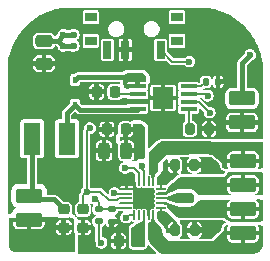
<source format=gbr>
%TF.GenerationSoftware,KiCad,Pcbnew,(6.0.9-0)*%
%TF.CreationDate,2023-01-04T12:54:03-08:00*%
%TF.ProjectId,TMC2300-BOB v1.0,544d4332-3330-4302-9d42-4f422076312e,rev?*%
%TF.SameCoordinates,Original*%
%TF.FileFunction,Copper,L1,Top*%
%TF.FilePolarity,Positive*%
%FSLAX46Y46*%
G04 Gerber Fmt 4.6, Leading zero omitted, Abs format (unit mm)*
G04 Created by KiCad (PCBNEW (6.0.9-0)) date 2023-01-04 12:54:03*
%MOMM*%
%LPD*%
G01*
G04 APERTURE LIST*
G04 Aperture macros list*
%AMRoundRect*
0 Rectangle with rounded corners*
0 $1 Rounding radius*
0 $2 $3 $4 $5 $6 $7 $8 $9 X,Y pos of 4 corners*
0 Add a 4 corners polygon primitive as box body*
4,1,4,$2,$3,$4,$5,$6,$7,$8,$9,$2,$3,0*
0 Add four circle primitives for the rounded corners*
1,1,$1+$1,$2,$3*
1,1,$1+$1,$4,$5*
1,1,$1+$1,$6,$7*
1,1,$1+$1,$8,$9*
0 Add four rect primitives between the rounded corners*
20,1,$1+$1,$2,$3,$4,$5,0*
20,1,$1+$1,$4,$5,$6,$7,0*
20,1,$1+$1,$6,$7,$8,$9,0*
20,1,$1+$1,$8,$9,$2,$3,0*%
G04 Aperture macros list end*
%TA.AperFunction,SMDPad,CuDef*%
%ADD10RoundRect,0.243750X0.243750X0.456250X-0.243750X0.456250X-0.243750X-0.456250X0.243750X-0.456250X0*%
%TD*%
%TA.AperFunction,SMDPad,CuDef*%
%ADD11RoundRect,0.218750X0.218750X0.256250X-0.218750X0.256250X-0.218750X-0.256250X0.218750X-0.256250X0*%
%TD*%
%TA.AperFunction,SMDPad,CuDef*%
%ADD12RoundRect,0.218750X-0.256250X0.218750X-0.256250X-0.218750X0.256250X-0.218750X0.256250X0.218750X0*%
%TD*%
%TA.AperFunction,SMDPad,CuDef*%
%ADD13RoundRect,0.200000X-0.200000X-0.275000X0.200000X-0.275000X0.200000X0.275000X-0.200000X0.275000X0*%
%TD*%
%TA.AperFunction,SMDPad,CuDef*%
%ADD14RoundRect,0.135000X0.185000X-0.135000X0.185000X0.135000X-0.185000X0.135000X-0.185000X-0.135000X0*%
%TD*%
%TA.AperFunction,SMDPad,CuDef*%
%ADD15RoundRect,0.225000X0.250000X-0.225000X0.250000X0.225000X-0.250000X0.225000X-0.250000X-0.225000X0*%
%TD*%
%TA.AperFunction,SMDPad,CuDef*%
%ADD16RoundRect,0.050000X-0.050000X0.375000X-0.050000X-0.375000X0.050000X-0.375000X0.050000X0.375000X0*%
%TD*%
%TA.AperFunction,SMDPad,CuDef*%
%ADD17RoundRect,0.050000X-0.375000X0.050000X-0.375000X-0.050000X0.375000X-0.050000X0.375000X0.050000X0*%
%TD*%
%TA.AperFunction,SMDPad,CuDef*%
%ADD18R,1.650000X1.650000*%
%TD*%
%TA.AperFunction,ComponentPad*%
%ADD19C,0.500000*%
%TD*%
%TA.AperFunction,SMDPad,CuDef*%
%ADD20RoundRect,0.312500X-0.812500X-0.312500X0.812500X-0.312500X0.812500X0.312500X-0.812500X0.312500X0*%
%TD*%
%TA.AperFunction,SMDPad,CuDef*%
%ADD21R,1.000000X0.800000*%
%TD*%
%TA.AperFunction,SMDPad,CuDef*%
%ADD22R,0.700000X1.500000*%
%TD*%
%TA.AperFunction,SMDPad,CuDef*%
%ADD23RoundRect,0.250000X-0.475000X0.250000X-0.475000X-0.250000X0.475000X-0.250000X0.475000X0.250000X0*%
%TD*%
%TA.AperFunction,SMDPad,CuDef*%
%ADD24R,0.450000X0.600000*%
%TD*%
%TA.AperFunction,SMDPad,CuDef*%
%ADD25RoundRect,0.225000X0.225000X0.250000X-0.225000X0.250000X-0.225000X-0.250000X0.225000X-0.250000X0*%
%TD*%
%TA.AperFunction,SMDPad,CuDef*%
%ADD26RoundRect,0.135000X-0.135000X-0.185000X0.135000X-0.185000X0.135000X0.185000X-0.135000X0.185000X0*%
%TD*%
%TA.AperFunction,SMDPad,CuDef*%
%ADD27R,1.450000X2.700000*%
%TD*%
%TA.AperFunction,SMDPad,CuDef*%
%ADD28RoundRect,0.100000X0.612500X0.100000X-0.612500X0.100000X-0.612500X-0.100000X0.612500X-0.100000X0*%
%TD*%
%TA.AperFunction,SMDPad,CuDef*%
%ADD29R,1.730000X1.850000*%
%TD*%
%TA.AperFunction,ViaPad*%
%ADD30C,0.600000*%
%TD*%
%TA.AperFunction,Conductor*%
%ADD31C,0.400000*%
%TD*%
%TA.AperFunction,Conductor*%
%ADD32C,0.200000*%
%TD*%
G04 APERTURE END LIST*
D10*
%TO.P,C1,1*%
%TO.N,/+Vbat*%
X10233900Y8915400D03*
%TO.P,C1,2*%
%TO.N,GND*%
X8358900Y8915400D03*
%TD*%
D11*
%TO.P,C2,1*%
%TO.N,/+Vbat*%
X10185500Y10718800D03*
%TO.P,C2,2*%
%TO.N,GND*%
X8610500Y10718800D03*
%TD*%
%TO.P,C3,1*%
%TO.N,/1.8V*%
X11176100Y1270000D03*
%TO.P,C3,2*%
%TO.N,GND*%
X9601100Y1270000D03*
%TD*%
D12*
%TO.P,C4,1*%
%TO.N,/VIO\u005C~{STDBY}*%
X6578600Y3962500D03*
%TO.P,C4,2*%
%TO.N,GND*%
X6578600Y2387500D03*
%TD*%
D13*
%TO.P,R1,1*%
%TO.N,Net-(IC1-Pad20)*%
X14364200Y7696200D03*
%TO.P,R1,2*%
%TO.N,GND*%
X16014200Y7696200D03*
%TD*%
%TO.P,R2,1*%
%TO.N,Net-(IC1-Pad16)*%
X14376400Y2184400D03*
%TO.P,R2,2*%
%TO.N,GND*%
X16026400Y2184400D03*
%TD*%
D14*
%TO.P,R3,1*%
%TO.N,/UART_TX*%
X7899400Y2919000D03*
%TO.P,R3,2*%
%TO.N,/UART_RX*%
X7899400Y3939000D03*
%TD*%
%TO.P,R4,1*%
%TO.N,GND*%
X9017000Y2917000D03*
%TO.P,R4,2*%
%TO.N,/UART_RX*%
X9017000Y3937000D03*
%TD*%
D15*
%TO.P,C5,1*%
%TO.N,/+Vbat*%
X4950000Y2400000D03*
%TO.P,C5,2*%
%TO.N,/L-*%
X4950000Y3950000D03*
%TD*%
D16*
%TO.P,IC1,1,OA2*%
%TO.N,/OA2*%
X12530000Y6330000D03*
%TO.P,IC1,2,VCP*%
%TO.N,unconnected-(IC1-Pad2)*%
X12130000Y6330000D03*
%TO.P,IC1,3,DIR*%
%TO.N,/DIR*%
X11730000Y6330000D03*
%TO.P,IC1,4,STEP*%
%TO.N,/STEP*%
X11330000Y6330000D03*
%TO.P,IC1,5,MS1/AD0*%
%TO.N,GND*%
X10930000Y6330000D03*
D17*
%TO.P,IC1,6,MS2/AD1*%
X10280000Y5680000D03*
%TO.P,IC1,7,EN*%
%TO.N,/EN*%
X10280000Y5280000D03*
%TO.P,IC1,8,STEPPER*%
%TO.N,/VIO\u005C~{STDBY}*%
X10280000Y4880000D03*
%TO.P,IC1,9,MODE*%
%TO.N,GND*%
X10280000Y4480000D03*
%TO.P,IC1,10,~{PD}/UART*%
%TO.N,/UART_RX*%
X10280000Y4080000D03*
D16*
%TO.P,IC1,11,VIO/~{STDBY}*%
%TO.N,/VIO\u005C~{STDBY}*%
X10930000Y3430000D03*
%TO.P,IC1,12,DIAG*%
%TO.N,unconnected-(IC1-Pad12)*%
X11330000Y3430000D03*
%TO.P,IC1,13,1\u002C8Vout*%
%TO.N,/1.8V*%
X11730000Y3430000D03*
%TO.P,IC1,14,GND*%
%TO.N,GND*%
X12130000Y3430000D03*
%TO.P,IC1,15,OB2*%
%TO.N,/OB2*%
X12530000Y3430000D03*
D17*
%TO.P,IC1,16,BRB*%
%TO.N,Net-(IC1-Pad16)*%
X13180000Y4080000D03*
%TO.P,IC1,17,OB1*%
%TO.N,/OB1*%
X13180000Y4480000D03*
%TO.P,IC1,18,VS*%
%TO.N,/+Vbat*%
X13180000Y4880000D03*
%TO.P,IC1,19,OA1*%
%TO.N,/OA1*%
X13180000Y5280000D03*
%TO.P,IC1,20,BRA*%
%TO.N,Net-(IC1-Pad20)*%
X13180000Y5680000D03*
D18*
%TO.P,IC1,21,PAD*%
%TO.N,GND*%
X11730000Y4880000D03*
D19*
X11155000Y4305000D03*
X12305000Y4305000D03*
X11155000Y5455000D03*
X12305000Y5455000D03*
%TD*%
D20*
%TO.P,J3,1,Pin_1*%
%TO.N,/SW1*%
X20040600Y13335000D03*
%TO.P,J3,2,Pin_2*%
%TO.N,GND*%
X20040600Y11303000D03*
%TD*%
D21*
%TO.P,SW2,*%
%TO.N,*%
X14550000Y20210000D03*
X14550000Y18210000D03*
X7250000Y20210000D03*
X7250000Y18210000D03*
D22*
%TO.P,SW2,1,A*%
%TO.N,unconnected-(SW2-Pad1)*%
X8650000Y17460000D03*
%TO.P,SW2,2,B*%
%TO.N,GND*%
X10150000Y17460000D03*
%TO.P,SW2,3,C*%
%TO.N,/SW2*%
X13150000Y17460000D03*
%TD*%
D23*
%TO.P,C7,1*%
%TO.N,/+Vbat*%
X3280000Y18190000D03*
%TO.P,C7,2*%
%TO.N,GND*%
X3280000Y16290000D03*
%TD*%
D24*
%TO.P,D1,1,K*%
%TO.N,/+Vbat*%
X5900000Y14900000D03*
%TO.P,D1,2,A*%
%TO.N,Net-(D1-Pad2)*%
X5900000Y12800000D03*
%TD*%
D20*
%TO.P,J1,1,Pin_1*%
%TO.N,/OA2*%
X20131800Y8042000D03*
%TO.P,J1,2,Pin_2*%
%TO.N,/OA1*%
X20131800Y6010000D03*
%TO.P,J1,3,Pin_3*%
%TO.N,/OB1*%
X20131800Y3978000D03*
%TO.P,J1,4,Pin_4*%
%TO.N,/OB2*%
X20131800Y1946000D03*
%TD*%
D25*
%TO.P,C6,1*%
%TO.N,Net-(C6-Pad1)*%
X9300000Y13900000D03*
%TO.P,C6,2*%
%TO.N,GND*%
X7750000Y13900000D03*
%TD*%
D13*
%TO.P,R6,1*%
%TO.N,Net-(R6-Pad1)*%
X15608800Y10769600D03*
%TO.P,R6,2*%
%TO.N,GND*%
X17258800Y10769600D03*
%TD*%
D26*
%TO.P,R5,1*%
%TO.N,Net-(R5-Pad1)*%
X16990600Y14757400D03*
%TO.P,R5,2*%
%TO.N,GND*%
X18010600Y14757400D03*
%TD*%
D27*
%TO.P,L1,1,1*%
%TO.N,Net-(D1-Pad2)*%
X5236500Y9925000D03*
%TO.P,L1,2,2*%
%TO.N,/L-*%
X2286500Y9925000D03*
%TD*%
D28*
%TO.P,U2,1,ISNS*%
%TO.N,Net-(R6-Pad1)*%
X15522900Y12410800D03*
%TO.P,U2,2,DIM*%
%TO.N,/DIM*%
X15522900Y13060800D03*
%TO.P,U2,3,EN*%
%TO.N,/LSR*%
X15522900Y13710800D03*
%TO.P,U2,4,FS*%
%TO.N,Net-(R5-Pad1)*%
X15522900Y14360800D03*
%TO.P,U2,5,VIN*%
%TO.N,/+Vbat*%
X11197900Y14360800D03*
%TO.P,U2,6,VCC*%
%TO.N,Net-(C6-Pad1)*%
X11197900Y13710800D03*
%TO.P,U2,7,GND*%
%TO.N,GND*%
X11197900Y13060800D03*
%TO.P,U2,8,LX*%
%TO.N,Net-(D1-Pad2)*%
X11197900Y12410800D03*
D19*
%TO.P,U2,9,GNDPAD*%
%TO.N,GND*%
X12810400Y12735800D03*
X13910400Y12735800D03*
X13910400Y14035800D03*
X12810400Y14035800D03*
D29*
X13360400Y13385800D03*
%TD*%
D20*
%TO.P,J2,1,Pin_1*%
%TO.N,/L-*%
X2000000Y5100000D03*
%TO.P,J2,2,Pin_2*%
%TO.N,/+Vbat*%
X2000000Y3068000D03*
%TD*%
D30*
%TO.N,GND*%
X21200000Y15450000D03*
X11600000Y17500000D03*
X17119600Y7340600D03*
X6883400Y939800D03*
X17043400Y2311400D03*
X1041400Y15214600D03*
X7300000Y16800000D03*
X1041400Y16383000D03*
X16600000Y17900000D03*
%TO.N,/+Vbat*%
X4927600Y18719800D03*
X5791200Y18719800D03*
X11340000Y8750000D03*
X10464800Y15113000D03*
X11340000Y9710000D03*
X3100000Y1000000D03*
X5000000Y1000000D03*
X15559800Y4917800D03*
X11328400Y10693400D03*
X11277600Y15138400D03*
X14797800Y4917800D03*
X4927600Y17780000D03*
X5791200Y17780000D03*
X1300000Y1000000D03*
%TO.N,/VIO\u005C~{STDBY}*%
X6883400Y5435600D03*
X10236200Y3251200D03*
X7162800Y10820400D03*
%TO.N,/EN*%
X9245600Y5334000D03*
%TO.N,/UART_RX*%
X7594600Y4836100D03*
%TO.N,/DIR*%
X11543911Y7653911D03*
%TO.N,/STEP*%
X10150000Y7450000D03*
%TO.N,/UART_TX*%
X8147178Y1130142D03*
%TO.N,/SW2*%
X15595600Y16459200D03*
%TO.N,/SW1*%
X20751800Y17018000D03*
%TO.N,/DIM*%
X17297400Y12141200D03*
%TO.N,/LSR*%
X17145000Y13563600D03*
%TD*%
D31*
%TO.N,Net-(D1-Pad2)*%
X11197900Y12410800D02*
X11187100Y12400000D01*
X11187100Y12400000D02*
X6300000Y12400000D01*
X6300000Y12400000D02*
X5900000Y12800000D01*
%TO.N,/+Vbat*%
X6138400Y15138400D02*
X10439400Y15138400D01*
D32*
X14761600Y4881600D02*
X14797800Y4917800D01*
D31*
X5900000Y14900000D02*
X6138400Y15138400D01*
X4927600Y17780000D02*
X4467600Y18240000D01*
X5791200Y17780000D02*
X4927600Y17780000D01*
X4927600Y18719800D02*
X4447800Y18240000D01*
X5791200Y18719800D02*
X4927600Y18719800D01*
D32*
X13127000Y4881600D02*
X14761600Y4881600D01*
X10439400Y15138400D02*
X10464800Y15113000D01*
D31*
X4467600Y18240000D02*
X3885000Y18240000D01*
X4447800Y18240000D02*
X3300000Y18240000D01*
D32*
%TO.N,/VIO\u005C~{STDBY}*%
X7162800Y10820400D02*
X6883400Y10541000D01*
X6883400Y5435600D02*
X6578600Y5130800D01*
X8062129Y5435600D02*
X6883400Y5435600D01*
X6578600Y5130800D02*
X6578600Y3962500D01*
X6883400Y10541000D02*
X6883400Y5435600D01*
X10466600Y3481600D02*
X10236200Y3251200D01*
X9641729Y4881600D02*
X9494129Y4734000D01*
X9494129Y4734000D02*
X8763729Y4734000D01*
X8763729Y4734000D02*
X8062129Y5435600D01*
X10327000Y4881600D02*
X9641729Y4881600D01*
X10927000Y3481600D02*
X10466600Y3481600D01*
%TO.N,/EN*%
X9298000Y5281600D02*
X10327000Y5281600D01*
X9245600Y5334000D02*
X9298000Y5281600D01*
%TO.N,/UART_RX*%
X10327000Y4081600D02*
X9161600Y4081600D01*
X9017000Y3937000D02*
X7901400Y3937000D01*
X7899400Y3939000D02*
X7899400Y4531300D01*
X7899400Y4531300D02*
X7594600Y4836100D01*
%TO.N,/DIR*%
X11725000Y6969400D02*
X11727000Y6967399D01*
X11725000Y7190686D02*
X11725000Y6969400D01*
X11543911Y7653911D02*
X11543911Y7371775D01*
X11727000Y6967399D02*
X11727000Y6281600D01*
X11543911Y7371775D02*
X11725000Y7190686D01*
%TO.N,/STEP*%
X11325000Y6283600D02*
X11325000Y7025000D01*
X10900000Y7450000D02*
X10150000Y7450000D01*
X11325000Y7025000D02*
X10900000Y7450000D01*
%TO.N,/UART_TX*%
X7899400Y2919000D02*
X7899400Y1377920D01*
X7899400Y1377920D02*
X8147178Y1130142D01*
D31*
%TO.N,/L-*%
X2250000Y9888500D02*
X2250000Y5350000D01*
D32*
X2300000Y4800000D02*
X2000000Y5100000D01*
X2250000Y5350000D02*
X2000000Y5100000D01*
D31*
X2286500Y9925000D02*
X2250000Y9888500D01*
X4950000Y3950000D02*
X4100000Y4800000D01*
X4100000Y4800000D02*
X2300000Y4800000D01*
D32*
%TO.N,Net-(C6-Pad1)*%
X11197900Y13710800D02*
X9517800Y13710800D01*
X9517800Y13710800D02*
X9461800Y13766800D01*
%TO.N,/SW2*%
X14138000Y16459200D02*
X13154200Y17443000D01*
X15595600Y16459200D02*
X14138000Y16459200D01*
D31*
%TO.N,/SW1*%
X20040600Y13335000D02*
X20040600Y16306800D01*
X20040600Y16306800D02*
X20751800Y17018000D01*
D32*
%TO.N,/DIM*%
X15522900Y13060800D02*
X16377800Y13060800D01*
X16377800Y13060800D02*
X17297400Y12141200D01*
%TO.N,/LSR*%
X15522900Y13710800D02*
X16997800Y13710800D01*
X16997800Y13710800D02*
X17145000Y13563600D01*
D31*
%TO.N,Net-(D1-Pad2)*%
X5200000Y12100000D02*
X5200000Y9961500D01*
X5900000Y12800000D02*
X5200000Y12100000D01*
X5200000Y9961500D02*
X5236500Y9925000D01*
D32*
%TO.N,Net-(R5-Pad1)*%
X16594000Y14360800D02*
X16990600Y14757400D01*
X15522900Y14360800D02*
X16594000Y14360800D01*
%TO.N,Net-(R6-Pad1)*%
X15522900Y12410800D02*
X15522900Y10855500D01*
%TD*%
%TA.AperFunction,Conductor*%
%TO.N,/OB1*%
G36*
X21588077Y4789048D02*
G01*
X21655280Y4778702D01*
X21700637Y4771720D01*
X21715280Y4767024D01*
X21772600Y4738058D01*
X21797051Y4709622D01*
X21799500Y4694325D01*
X21799500Y3011302D01*
X21785148Y2976654D01*
X21772747Y2967644D01*
X21722212Y2941898D01*
X21716529Y2939003D01*
X21701950Y2934267D01*
X21589827Y2916511D01*
X21582163Y2915908D01*
X20050837Y2915929D01*
X19765696Y2915933D01*
X19070506Y2915942D01*
X19060947Y2916884D01*
X19026739Y2923689D01*
X18922168Y2944491D01*
X18904507Y2951805D01*
X18786852Y3030422D01*
X18779427Y3036516D01*
X18718860Y3097086D01*
X18718859Y3097086D01*
X18717156Y3098790D01*
X18715154Y3100128D01*
X18591400Y3182820D01*
X18591397Y3182821D01*
X18587388Y3185500D01*
X18582657Y3186441D01*
X18582655Y3186442D01*
X18436680Y3215480D01*
X18436675Y3215480D01*
X18434315Y3215950D01*
X17158187Y3215967D01*
X14849111Y3215998D01*
X14840446Y3216770D01*
X14714157Y3239464D01*
X14697910Y3245498D01*
X14587426Y3310733D01*
X14580356Y3315804D01*
X14459267Y3420127D01*
X14229223Y3618320D01*
X18806801Y3618320D01*
X18806944Y3615669D01*
X18813276Y3557370D01*
X18814687Y3551438D01*
X18863913Y3420127D01*
X18867236Y3414058D01*
X18951087Y3302175D01*
X18955975Y3297287D01*
X19067858Y3213436D01*
X19073927Y3210113D01*
X19205242Y3160885D01*
X19211169Y3159476D01*
X19269465Y3153144D01*
X19272113Y3153000D01*
X19922053Y3153000D01*
X19928945Y3155855D01*
X19931800Y3162747D01*
X19931800Y3162748D01*
X20331800Y3162748D01*
X20334655Y3155856D01*
X20341547Y3153001D01*
X20991481Y3153001D01*
X20994131Y3153144D01*
X21052430Y3159476D01*
X21058362Y3160887D01*
X21189673Y3210113D01*
X21195742Y3213436D01*
X21307625Y3297287D01*
X21312513Y3302175D01*
X21396364Y3414058D01*
X21399687Y3420127D01*
X21448915Y3551442D01*
X21450324Y3557369D01*
X21456656Y3615665D01*
X21456800Y3618313D01*
X21456800Y3768253D01*
X21453945Y3775145D01*
X21447053Y3778000D01*
X20341547Y3778000D01*
X20334655Y3775145D01*
X20331800Y3768253D01*
X20331800Y3162748D01*
X19931800Y3162748D01*
X19931800Y3768253D01*
X19928945Y3775145D01*
X19922053Y3778000D01*
X18816548Y3778000D01*
X18809656Y3775145D01*
X18806801Y3768253D01*
X18806801Y3618320D01*
X14229223Y3618320D01*
X13782727Y4002995D01*
X13780377Y4005159D01*
X13747145Y4037835D01*
X13732500Y4072774D01*
X13732500Y4147480D01*
X13722201Y4199257D01*
X13710507Y4216759D01*
X13685650Y4253959D01*
X13682970Y4257970D01*
X13654315Y4277117D01*
X13628271Y4294519D01*
X13624257Y4297201D01*
X13572480Y4307500D01*
X13549094Y4307500D01*
X13526561Y4312989D01*
X13478881Y4337681D01*
X13414427Y4371060D01*
X13410409Y4371654D01*
X13410406Y4371655D01*
X13287150Y4389880D01*
X13287146Y4389880D01*
X13285139Y4390177D01*
X13283105Y4390139D01*
X13283104Y4390139D01*
X13183697Y4388278D01*
X13021667Y4385245D01*
X12991414Y4384679D01*
X12936847Y4383657D01*
X12917816Y4387119D01*
X12888880Y4398631D01*
X12875507Y4403952D01*
X12848440Y4430517D01*
X12834907Y4462762D01*
X12834819Y4500476D01*
X12848522Y4533559D01*
X12875041Y4560078D01*
X12917995Y4577870D01*
X12936746Y4581600D01*
X13066421Y4581600D01*
X13071202Y4581366D01*
X13072729Y4581216D01*
X13072735Y4581216D01*
X13073915Y4581100D01*
X13525259Y4581100D01*
X13529947Y4580875D01*
X13593893Y4574729D01*
X13603095Y4572944D01*
X13669712Y4553252D01*
X13674144Y4551708D01*
X13801221Y4500476D01*
X14506038Y4216324D01*
X14550104Y4203271D01*
X14576752Y4195377D01*
X14576754Y4195377D01*
X14578991Y4194714D01*
X14614677Y4191225D01*
X14653545Y4187424D01*
X14653555Y4187423D01*
X14654716Y4187310D01*
X14655878Y4187307D01*
X14655886Y4187307D01*
X15681218Y4185032D01*
X15681219Y4185032D01*
X15683495Y4185027D01*
X15828655Y4211950D01*
X15836419Y4216759D01*
X15896471Y4253959D01*
X15954161Y4289695D01*
X16043233Y4371060D01*
X16357377Y4658024D01*
X16364542Y4663452D01*
X16477166Y4733492D01*
X16493853Y4740012D01*
X16544085Y4749604D01*
X16624122Y4764886D01*
X16633072Y4765755D01*
X17953912Y4772126D01*
X18966500Y4777010D01*
X19001217Y4762826D01*
X19015735Y4728247D01*
X19001551Y4693530D01*
X18996122Y4688801D01*
X18955975Y4658713D01*
X18951087Y4653825D01*
X18867236Y4541942D01*
X18863913Y4535873D01*
X18814685Y4404558D01*
X18813276Y4398631D01*
X18806944Y4340335D01*
X18806800Y4337687D01*
X18806800Y4187747D01*
X18809655Y4180855D01*
X18816547Y4178000D01*
X21447052Y4178000D01*
X21453944Y4180855D01*
X21456799Y4187747D01*
X21456799Y4337681D01*
X21456656Y4340331D01*
X21450324Y4398630D01*
X21448913Y4404562D01*
X21399687Y4535873D01*
X21396364Y4541942D01*
X21312513Y4653825D01*
X21307625Y4658713D01*
X21252577Y4699969D01*
X21233458Y4732232D01*
X21242753Y4768565D01*
X21275016Y4787684D01*
X21281723Y4788178D01*
X21406675Y4788780D01*
X21580385Y4789618D01*
X21588077Y4789048D01*
G37*
%TD.AperFunction*%
%TD*%
%TA.AperFunction,Conductor*%
%TO.N,Net-(IC1-Pad16)*%
G36*
X13239191Y4161093D02*
G01*
X13275155Y4111593D01*
X13280000Y4081000D01*
X13280000Y3795680D01*
X13284122Y3782995D01*
X13288243Y3780000D01*
X13550272Y3780000D01*
X13608463Y3761093D01*
X13617847Y3753351D01*
X14343631Y3075480D01*
X14532156Y2899400D01*
X14531833Y2899054D01*
X14564025Y2868986D01*
X14576400Y2821059D01*
X14576400Y2083400D01*
X14557493Y2025209D01*
X14507993Y1989245D01*
X14477400Y1984400D01*
X13792081Y1984400D01*
X13779394Y1980278D01*
X13773331Y1971933D01*
X13723831Y1935969D01*
X13662645Y1935970D01*
X13613146Y1971934D01*
X13602394Y1990778D01*
X13598758Y1999173D01*
X13591521Y2025069D01*
X13579518Y2112598D01*
X13578600Y2126048D01*
X13578600Y2224465D01*
X13550903Y2370720D01*
X13540415Y2387395D01*
X13532436Y2400080D01*
X13776400Y2400080D01*
X13780522Y2387395D01*
X13784643Y2384400D01*
X14160720Y2384400D01*
X14173405Y2388522D01*
X14176400Y2392643D01*
X14176400Y2843719D01*
X14172278Y2856404D01*
X14168157Y2859399D01*
X14148815Y2859399D01*
X14141071Y2858789D01*
X14058951Y2845784D01*
X14044309Y2841027D01*
X13945294Y2790577D01*
X13932849Y2781535D01*
X13854265Y2702951D01*
X13845223Y2690506D01*
X13794771Y2591488D01*
X13790016Y2576853D01*
X13777009Y2494727D01*
X13776400Y2486988D01*
X13776400Y2400080D01*
X13532436Y2400080D01*
X13474115Y2492798D01*
X13471648Y2496720D01*
X13137484Y2856404D01*
X12940279Y3068670D01*
X12929008Y3083341D01*
X12864679Y3185610D01*
X12851208Y3219902D01*
X12828729Y3338606D01*
X12827000Y3357026D01*
X12827000Y3681000D01*
X12845907Y3739191D01*
X12895407Y3775155D01*
X12926000Y3780000D01*
X13064320Y3780000D01*
X13077005Y3784122D01*
X13080000Y3788243D01*
X13080000Y4081000D01*
X13098907Y4139191D01*
X13148407Y4175155D01*
X13179000Y4180000D01*
X13181000Y4180000D01*
X13239191Y4161093D01*
G37*
%TD.AperFunction*%
%TD*%
%TA.AperFunction,Conductor*%
%TO.N,/OA1*%
G36*
X20996918Y7113139D02*
G01*
X21503159Y7112478D01*
X21596667Y7112356D01*
X21604325Y7111744D01*
X21673036Y7100778D01*
X21716349Y7093866D01*
X21730910Y7089117D01*
X21772785Y7067732D01*
X21797116Y7039193D01*
X21799500Y7024094D01*
X21799500Y5224353D01*
X21785148Y5189705D01*
X21772831Y5180738D01*
X21731355Y5159502D01*
X21716814Y5154741D01*
X21604924Y5136730D01*
X21597279Y5136107D01*
X21174169Y5134920D01*
X21139481Y5149175D01*
X21125032Y5183783D01*
X21139287Y5218471D01*
X21156832Y5229802D01*
X21189673Y5242113D01*
X21195742Y5245436D01*
X21307625Y5329287D01*
X21312513Y5334175D01*
X21396364Y5446058D01*
X21399687Y5452127D01*
X21448915Y5583442D01*
X21450324Y5589369D01*
X21456656Y5647665D01*
X21456800Y5650313D01*
X21456800Y5800253D01*
X21453945Y5807145D01*
X21447053Y5810000D01*
X18816548Y5810000D01*
X18809656Y5807145D01*
X18806801Y5800253D01*
X18806801Y5650320D01*
X18806944Y5647669D01*
X18813276Y5589370D01*
X18814687Y5583438D01*
X18863913Y5452127D01*
X18867236Y5446058D01*
X18951087Y5334175D01*
X18955975Y5329287D01*
X19067858Y5245436D01*
X19073925Y5242114D01*
X19122258Y5223995D01*
X19149663Y5198394D01*
X19150939Y5160912D01*
X19125338Y5133507D01*
X19105200Y5129114D01*
X16637221Y5122188D01*
X16629367Y5122801D01*
X16553544Y5134929D01*
X16514200Y5141222D01*
X16499250Y5146176D01*
X16395879Y5200178D01*
X16389194Y5204389D01*
X15896361Y5573495D01*
X15894791Y5574671D01*
X15893054Y5575580D01*
X15893050Y5575583D01*
X15785018Y5632146D01*
X15785016Y5632147D01*
X15781526Y5633974D01*
X15777638Y5634607D01*
X15777637Y5634607D01*
X15657274Y5654195D01*
X15657273Y5654195D01*
X15655338Y5654510D01*
X15653377Y5654512D01*
X15653372Y5654512D01*
X14670370Y5655323D01*
X14670368Y5655323D01*
X14668990Y5655324D01*
X14667625Y5655170D01*
X14667623Y5655170D01*
X14624606Y5650320D01*
X14579273Y5645209D01*
X14576665Y5644291D01*
X14576661Y5644290D01*
X14547357Y5633974D01*
X14494111Y5615230D01*
X14492864Y5614625D01*
X14492861Y5614624D01*
X13685162Y5222903D01*
X13680060Y5220776D01*
X13602906Y5193598D01*
X13592146Y5191126D01*
X13515283Y5182412D01*
X13509763Y5182100D01*
X13099052Y5182100D01*
X13097262Y5181767D01*
X13093635Y5181600D01*
X12936746Y5181600D01*
X12917995Y5185330D01*
X12875041Y5203122D01*
X12848522Y5229640D01*
X12848455Y5229802D01*
X12834792Y5262788D01*
X12834836Y5300395D01*
X12835241Y5301365D01*
X12848483Y5333125D01*
X12875273Y5359667D01*
X12917912Y5376982D01*
X12936803Y5380581D01*
X13312070Y5377098D01*
X13312074Y5377098D01*
X13314153Y5377079D01*
X13314154Y5377079D01*
X13380811Y5387899D01*
X13443780Y5398120D01*
X13443782Y5398121D01*
X13447905Y5398790D01*
X13473330Y5412723D01*
X13534913Y5446471D01*
X13558461Y5452500D01*
X13572480Y5452500D01*
X13624257Y5462799D01*
X13682970Y5502030D01*
X13722201Y5560743D01*
X13732500Y5612520D01*
X13732500Y5671621D01*
X13739955Y5697603D01*
X13859076Y5888077D01*
X13861251Y5891266D01*
X13895279Y5937191D01*
X13900345Y5943009D01*
X13941188Y5983052D01*
X13944023Y5985620D01*
X14223855Y6219747D01*
X18806800Y6219747D01*
X18809655Y6212855D01*
X18816547Y6210000D01*
X19922053Y6210000D01*
X19928945Y6212855D01*
X19931800Y6219747D01*
X20331800Y6219747D01*
X20334655Y6212855D01*
X20341547Y6210000D01*
X21447052Y6210000D01*
X21453944Y6212855D01*
X21456799Y6219747D01*
X21456799Y6369681D01*
X21456656Y6372331D01*
X21450324Y6430630D01*
X21448913Y6436562D01*
X21399687Y6567873D01*
X21396364Y6573942D01*
X21312513Y6685825D01*
X21307625Y6690713D01*
X21195742Y6774564D01*
X21189673Y6777887D01*
X21058358Y6827115D01*
X21052431Y6828524D01*
X20994135Y6834856D01*
X20991487Y6835000D01*
X20341547Y6835000D01*
X20334655Y6832145D01*
X20331800Y6825253D01*
X20331800Y6219747D01*
X19931800Y6219747D01*
X19931800Y6825252D01*
X19928945Y6832144D01*
X19922053Y6834999D01*
X19272120Y6834999D01*
X19269469Y6834856D01*
X19211170Y6828524D01*
X19205238Y6827113D01*
X19073927Y6777887D01*
X19067858Y6774564D01*
X18955975Y6690713D01*
X18951087Y6685825D01*
X18867236Y6573942D01*
X18863913Y6567873D01*
X18814685Y6436558D01*
X18813276Y6430631D01*
X18806944Y6372335D01*
X18806800Y6369687D01*
X18806800Y6219747D01*
X14223855Y6219747D01*
X14708275Y6625046D01*
X14715276Y6629933D01*
X14812397Y6685825D01*
X14824457Y6692765D01*
X14840451Y6698562D01*
X14901450Y6709234D01*
X14964538Y6720271D01*
X14973046Y6721004D01*
X15590950Y6720197D01*
X15810876Y6719910D01*
X18483425Y6716420D01*
X18493719Y6716407D01*
X18493720Y6716407D01*
X18606700Y6741626D01*
X18698047Y6812733D01*
X18750217Y6916073D01*
X18797428Y7009589D01*
X18811071Y7026172D01*
X18885050Y7083759D01*
X18904474Y7092916D01*
X18970310Y7107612D01*
X19001411Y7114554D01*
X19012148Y7115731D01*
X20996918Y7113139D01*
G37*
%TD.AperFunction*%
%TD*%
%TA.AperFunction,Conductor*%
%TO.N,Net-(IC1-Pad20)*%
G36*
X13725149Y8193468D02*
G01*
X13768418Y8150207D01*
X13777993Y8089767D01*
X13764809Y8006527D01*
X13764200Y7998788D01*
X13764200Y7911880D01*
X13768322Y7899195D01*
X13772443Y7896200D01*
X14465200Y7896200D01*
X14523391Y7877293D01*
X14559355Y7827793D01*
X14564200Y7797200D01*
X14564200Y7036881D01*
X14568322Y7024196D01*
X14572443Y7021201D01*
X14584309Y7021201D01*
X14642500Y7002294D01*
X14678464Y6952794D01*
X14678464Y6891608D01*
X14647588Y6846065D01*
X13633061Y6002864D01*
X13576224Y5980210D01*
X13569782Y5980000D01*
X13295680Y5980000D01*
X13282995Y5975878D01*
X13280000Y5971757D01*
X13280000Y5679000D01*
X13261093Y5620809D01*
X13211593Y5584845D01*
X13191103Y5581600D01*
X13174076Y5581600D01*
X13120809Y5598907D01*
X13084845Y5648407D01*
X13080000Y5679000D01*
X13080000Y5964320D01*
X13075878Y5977005D01*
X13071757Y5980000D01*
X12926000Y5980000D01*
X12867809Y5998907D01*
X12831845Y6048407D01*
X12827000Y6079000D01*
X12827000Y6525787D01*
X12828395Y6542346D01*
X12835382Y6583529D01*
X12846304Y6614792D01*
X12866490Y6651379D01*
X12875709Y6665200D01*
X13159052Y7021200D01*
X13281086Y7174527D01*
X13313408Y7233110D01*
X13314802Y7241326D01*
X13314803Y7241329D01*
X13323903Y7294966D01*
X13323903Y7294968D01*
X13324600Y7299075D01*
X13324600Y7393615D01*
X13764201Y7393615D01*
X13764811Y7385871D01*
X13777816Y7303751D01*
X13782573Y7289109D01*
X13833023Y7190094D01*
X13842065Y7177649D01*
X13920649Y7099065D01*
X13933094Y7090023D01*
X14032112Y7039571D01*
X14046747Y7034816D01*
X14128873Y7021809D01*
X14136612Y7021200D01*
X14148520Y7021200D01*
X14161205Y7025322D01*
X14164200Y7029443D01*
X14164200Y7480520D01*
X14160078Y7493205D01*
X14155957Y7496200D01*
X13779881Y7496200D01*
X13767196Y7492078D01*
X13764201Y7487957D01*
X13764201Y7393615D01*
X13324600Y7393615D01*
X13324600Y7797019D01*
X13326502Y7816331D01*
X13335980Y7863984D01*
X13350758Y7899667D01*
X13377748Y7940067D01*
X13390058Y7955070D01*
X13610202Y8175252D01*
X13664717Y8203034D01*
X13725149Y8193468D01*
G37*
%TD.AperFunction*%
%TD*%
%TA.AperFunction,Conductor*%
%TO.N,/OB2*%
G36*
X12578959Y3760078D02*
G01*
X12605478Y3733559D01*
X12623270Y3690605D01*
X12627000Y3671854D01*
X12627000Y3137587D01*
X12654334Y2992259D01*
X12656752Y2988383D01*
X12716898Y2891966D01*
X12732600Y2866794D01*
X12734138Y2865122D01*
X12734141Y2865118D01*
X13190508Y2368967D01*
X13196018Y2361729D01*
X13266987Y2247962D01*
X13273569Y2231085D01*
X13298356Y2099300D01*
X13299200Y2090243D01*
X13299200Y2040908D01*
X13323359Y1904000D01*
X13392918Y1783631D01*
X13712713Y1402923D01*
X13714040Y1401743D01*
X13714044Y1401739D01*
X13729354Y1388127D01*
X13799309Y1325928D01*
X13802543Y1324421D01*
X13802546Y1324419D01*
X13874267Y1290998D01*
X13904341Y1276984D01*
X13938508Y1271982D01*
X14017235Y1260457D01*
X14017242Y1260457D01*
X14018994Y1260200D01*
X17432771Y1260200D01*
X17435041Y1260635D01*
X17435044Y1260635D01*
X17528292Y1278492D01*
X17580549Y1288499D01*
X17584467Y1290997D01*
X17584469Y1290998D01*
X17705460Y1368144D01*
X17705461Y1368145D01*
X17707417Y1369392D01*
X17709105Y1370986D01*
X17937110Y1586320D01*
X18806801Y1586320D01*
X18806944Y1583669D01*
X18813276Y1525370D01*
X18814687Y1519438D01*
X18863913Y1388127D01*
X18867236Y1382058D01*
X18951087Y1270175D01*
X18955975Y1265287D01*
X19067858Y1181436D01*
X19073927Y1178113D01*
X19205242Y1128885D01*
X19211169Y1127476D01*
X19269465Y1121144D01*
X19272113Y1121000D01*
X19922053Y1121000D01*
X19928945Y1123855D01*
X19931800Y1130747D01*
X19931800Y1130748D01*
X20331800Y1130748D01*
X20334655Y1123856D01*
X20341547Y1121001D01*
X20991481Y1121001D01*
X20994131Y1121144D01*
X21052430Y1127476D01*
X21058362Y1128887D01*
X21189673Y1178113D01*
X21195742Y1181436D01*
X21307625Y1265287D01*
X21312513Y1270175D01*
X21396364Y1382058D01*
X21399687Y1388127D01*
X21448915Y1519442D01*
X21450324Y1525369D01*
X21456656Y1583665D01*
X21456800Y1586313D01*
X21456800Y1736253D01*
X21453945Y1743145D01*
X21447053Y1746000D01*
X20341547Y1746000D01*
X20334655Y1743145D01*
X20331800Y1736253D01*
X20331800Y1130748D01*
X19931800Y1130748D01*
X19931800Y1736253D01*
X19928945Y1743145D01*
X19922053Y1746000D01*
X18816548Y1746000D01*
X18809656Y1743145D01*
X18806801Y1736253D01*
X18806801Y1586320D01*
X17937110Y1586320D01*
X18379593Y2004213D01*
X18379595Y2004215D01*
X18380803Y2005356D01*
X18381843Y2006646D01*
X18381848Y2006652D01*
X18417535Y2050940D01*
X18448712Y2089631D01*
X18491541Y2189026D01*
X18506156Y2296265D01*
X18506153Y2310513D01*
X18506142Y2352188D01*
X18507083Y2361756D01*
X18507849Y2365606D01*
X18521976Y2436659D01*
X18529300Y2454336D01*
X18568519Y2513000D01*
X18569009Y2513733D01*
X18582544Y2527257D01*
X18641974Y2566916D01*
X18659658Y2574225D01*
X18702513Y2582708D01*
X18734576Y2589055D01*
X18744139Y2589988D01*
X18788499Y2589940D01*
X18829255Y2589895D01*
X18863887Y2575505D01*
X18878201Y2540841D01*
X18868908Y2513000D01*
X18868910Y2512999D01*
X18868905Y2512990D01*
X18868410Y2511507D01*
X18867234Y2509938D01*
X18863913Y2503873D01*
X18814685Y2372558D01*
X18813276Y2366631D01*
X18806944Y2308335D01*
X18806800Y2305687D01*
X18806800Y2155747D01*
X18809655Y2148855D01*
X18816547Y2146000D01*
X21447052Y2146000D01*
X21453944Y2148855D01*
X21456799Y2155747D01*
X21456799Y2305681D01*
X21456656Y2308331D01*
X21450324Y2366630D01*
X21448913Y2372562D01*
X21399687Y2503873D01*
X21394690Y2512999D01*
X21396022Y2513728D01*
X21388017Y2545001D01*
X21407131Y2577267D01*
X21436576Y2587061D01*
X21464323Y2587031D01*
X21582634Y2586902D01*
X21590292Y2586291D01*
X21702306Y2568441D01*
X21716870Y2563696D01*
X21772775Y2535164D01*
X21797112Y2506631D01*
X21799500Y2491520D01*
X21799500Y1028343D01*
X21798254Y1017363D01*
X21794344Y1000359D01*
X21795562Y994976D01*
X21796212Y992102D01*
X21797184Y976486D01*
X21784611Y848828D01*
X21782737Y839407D01*
X21740043Y698664D01*
X21736367Y689790D01*
X21667035Y560079D01*
X21661699Y552092D01*
X21568394Y438399D01*
X21561601Y431606D01*
X21447908Y338301D01*
X21439921Y332965D01*
X21310210Y263633D01*
X21301336Y259957D01*
X21160593Y217263D01*
X21151172Y215389D01*
X21023922Y202856D01*
X21008140Y203867D01*
X21006580Y204226D01*
X21005735Y204420D01*
X21005734Y204420D01*
X21000359Y205656D01*
X20982910Y201708D01*
X20972098Y200500D01*
X13192396Y200500D01*
X13172992Y204506D01*
X13172864Y204561D01*
X13172030Y204921D01*
X13160660Y211785D01*
X13156195Y215389D01*
X13084182Y273515D01*
X13079314Y278022D01*
X12275443Y1130748D01*
X12217327Y1192396D01*
X12211656Y1199680D01*
X12138555Y1314423D01*
X12131762Y1331502D01*
X12106081Y1465106D01*
X12105200Y1474295D01*
X12104820Y1785489D01*
X12103779Y2635761D01*
X12104478Y2644066D01*
X12125175Y2765298D01*
X12130705Y2780961D01*
X12172035Y2854896D01*
X12201469Y2878137D01*
X12205222Y2879040D01*
X12249257Y2887799D01*
X12307970Y2927030D01*
X12347201Y2985743D01*
X12357500Y3037520D01*
X12357500Y3093631D01*
X12363735Y3117550D01*
X12404098Y3189702D01*
X12427000Y3323107D01*
X12427000Y3671854D01*
X12430730Y3690605D01*
X12448522Y3733559D01*
X12475041Y3760078D01*
X12508249Y3773833D01*
X12545751Y3773833D01*
X12578959Y3760078D01*
G37*
%TD.AperFunction*%
%TD*%
%TA.AperFunction,Conductor*%
%TO.N,/OA2*%
G36*
X21596750Y9682706D02*
G01*
X21604402Y9682092D01*
X21653015Y9674326D01*
X21716404Y9664199D01*
X21730964Y9659450D01*
X21770839Y9639080D01*
X21772792Y9638082D01*
X21797118Y9609539D01*
X21799500Y9594446D01*
X21799500Y7489627D01*
X21785148Y7454979D01*
X21772764Y7445977D01*
X21730703Y7424523D01*
X21716137Y7419782D01*
X21604048Y7401965D01*
X21596394Y7401359D01*
X21517903Y7401310D01*
X21436793Y7401260D01*
X21402137Y7415590D01*
X21387764Y7450230D01*
X21395804Y7474391D01*
X21394690Y7475001D01*
X21399687Y7484127D01*
X21448915Y7615442D01*
X21450324Y7621369D01*
X21456656Y7679665D01*
X21456800Y7682313D01*
X21456800Y7832253D01*
X21453945Y7839145D01*
X21447053Y7842000D01*
X18816548Y7842000D01*
X18809656Y7839145D01*
X18806801Y7832253D01*
X18806801Y7682320D01*
X18806944Y7679669D01*
X18813276Y7621370D01*
X18814687Y7615438D01*
X18863913Y7484127D01*
X18867234Y7478062D01*
X18867249Y7478042D01*
X18867252Y7478028D01*
X18868910Y7475001D01*
X18868135Y7474577D01*
X18876544Y7441709D01*
X18857426Y7409445D01*
X18828069Y7399655D01*
X18628978Y7399532D01*
X18619413Y7400469D01*
X18608821Y7402570D01*
X18530218Y7418164D01*
X18512544Y7425477D01*
X18441014Y7473244D01*
X18427486Y7486768D01*
X18379699Y7558281D01*
X18372380Y7575955D01*
X18364534Y7615438D01*
X18354657Y7665148D01*
X18353717Y7674708D01*
X18353720Y7682313D01*
X18353735Y7731920D01*
X18333430Y7857870D01*
X18274500Y7971021D01*
X18271681Y7973756D01*
X18271679Y7973759D01*
X18184347Y8058499D01*
X18184345Y8058501D01*
X18182942Y8059862D01*
X18166390Y8071435D01*
X17908502Y8251747D01*
X18806800Y8251747D01*
X18809655Y8244855D01*
X18816547Y8242000D01*
X19922053Y8242000D01*
X19928945Y8244855D01*
X19931800Y8251747D01*
X20331800Y8251747D01*
X20334655Y8244855D01*
X20341547Y8242000D01*
X21447052Y8242000D01*
X21453944Y8244855D01*
X21456799Y8251747D01*
X21456799Y8401681D01*
X21456656Y8404331D01*
X21450324Y8462630D01*
X21448913Y8468562D01*
X21399687Y8599873D01*
X21396364Y8605942D01*
X21312513Y8717825D01*
X21307625Y8722713D01*
X21195742Y8806564D01*
X21189673Y8809887D01*
X21058358Y8859115D01*
X21052431Y8860524D01*
X20994135Y8866856D01*
X20991487Y8867000D01*
X20341547Y8867000D01*
X20334655Y8864145D01*
X20331800Y8857253D01*
X20331800Y8251747D01*
X19931800Y8251747D01*
X19931800Y8857252D01*
X19928945Y8864144D01*
X19922053Y8866999D01*
X19272120Y8866999D01*
X19269469Y8866856D01*
X19211170Y8860524D01*
X19205238Y8859113D01*
X19073927Y8809887D01*
X19067858Y8806564D01*
X18955975Y8722713D01*
X18951087Y8717825D01*
X18867236Y8605942D01*
X18863913Y8599873D01*
X18814685Y8468558D01*
X18813276Y8462631D01*
X18806944Y8404335D01*
X18806800Y8401687D01*
X18806800Y8251747D01*
X17908502Y8251747D01*
X17520714Y8522884D01*
X17520708Y8522887D01*
X17519167Y8523965D01*
X17459382Y8553333D01*
X17412707Y8576261D01*
X17412706Y8576261D01*
X17409319Y8577925D01*
X17385054Y8581578D01*
X17341989Y8588061D01*
X17288297Y8596144D01*
X13816484Y8581697D01*
X13676056Y8555611D01*
X13553744Y8481849D01*
X13552092Y8480393D01*
X13552087Y8480390D01*
X13087850Y8071435D01*
X13087846Y8071431D01*
X13086544Y8070284D01*
X13012900Y7983963D01*
X12966459Y7880437D01*
X12950955Y7768038D01*
X12950964Y7766283D01*
X12950964Y7766280D01*
X12953232Y7334460D01*
X12952564Y7326136D01*
X12932278Y7204603D01*
X12926791Y7188892D01*
X12866997Y7081153D01*
X12862340Y7074228D01*
X12715297Y6891390D01*
X12705139Y6873144D01*
X12652321Y6778271D01*
X12649719Y6773598D01*
X12627000Y6640709D01*
X12627000Y6091346D01*
X12623270Y6072595D01*
X12605478Y6029641D01*
X12578959Y6003122D01*
X12545751Y5989367D01*
X12508249Y5989367D01*
X12475041Y6003122D01*
X12448522Y6029641D01*
X12430730Y6072595D01*
X12427000Y6091346D01*
X12427000Y6448945D01*
X12406666Y6574857D01*
X12404851Y6578341D01*
X12404849Y6578346D01*
X12363045Y6658579D01*
X12357500Y6681220D01*
X12357500Y6722480D01*
X12347201Y6774257D01*
X12307970Y6832970D01*
X12295267Y6841458D01*
X12253270Y6869520D01*
X12253268Y6869521D01*
X12249257Y6872201D01*
X12244524Y6873143D01*
X12244520Y6873144D01*
X12228313Y6876368D01*
X12197131Y6897203D01*
X12194412Y6901795D01*
X12153065Y6981199D01*
X12148147Y6996055D01*
X12129760Y7110463D01*
X12129139Y7118288D01*
X12130626Y8581578D01*
X12131063Y8588061D01*
X12143871Y8683268D01*
X12147286Y8695778D01*
X12183339Y8781256D01*
X12189915Y8792432D01*
X12249157Y8868049D01*
X12253495Y8872887D01*
X12975563Y9578009D01*
X12982954Y9583945D01*
X13099795Y9660456D01*
X13117275Y9667560D01*
X13254359Y9694246D01*
X13263794Y9695149D01*
X21596750Y9682706D01*
G37*
%TD.AperFunction*%
%TD*%
%TA.AperFunction,Conductor*%
%TO.N,GND*%
G36*
X16895111Y21007410D02*
G01*
X16899129Y21007110D01*
X17234191Y20968059D01*
X17332040Y20956655D01*
X17336039Y20956020D01*
X17547302Y20913481D01*
X17763294Y20869990D01*
X17767213Y20869031D01*
X17969715Y20810500D01*
X18185900Y20748014D01*
X18189741Y20746730D01*
X18597011Y20591550D01*
X18600730Y20589954D01*
X18993794Y20401670D01*
X18997358Y20399778D01*
X19041100Y20374185D01*
X19373531Y20179679D01*
X19376939Y20177491D01*
X19733644Y19927086D01*
X19736860Y19924624D01*
X20071674Y19645613D01*
X20074674Y19642895D01*
X20108128Y19609971D01*
X20385298Y19337193D01*
X20388065Y19334235D01*
X20486487Y19219893D01*
X20568412Y19124716D01*
X20672385Y19003924D01*
X20674896Y19000751D01*
X20679615Y18994252D01*
X20930968Y18648089D01*
X20933210Y18644717D01*
X21024063Y18494980D01*
X21159293Y18272101D01*
X21161240Y18268570D01*
X21175983Y18239015D01*
X21355779Y17878559D01*
X21357435Y17874864D01*
X21377293Y17825148D01*
X21516072Y17477710D01*
X21519095Y17470141D01*
X21520438Y17466329D01*
X21631265Y17104655D01*
X21648132Y17049612D01*
X21649157Y17045694D01*
X21740238Y16627951D01*
X21741996Y16619886D01*
X21742694Y16615902D01*
X21795442Y16218619D01*
X21796913Y16207536D01*
X21796891Y16194476D01*
X21795156Y16181738D01*
X21796856Y16176489D01*
X21797116Y16175686D01*
X21799500Y16160589D01*
X21799500Y9916479D01*
X21785148Y9881831D01*
X21750500Y9867479D01*
X21742770Y9868093D01*
X21733950Y9869502D01*
X21636821Y9885019D01*
X21630652Y9885758D01*
X21621309Y9886878D01*
X21621293Y9886880D01*
X21620839Y9886934D01*
X21613187Y9887548D01*
X21608327Y9887746D01*
X21597554Y9888186D01*
X21597540Y9888186D01*
X21597057Y9888206D01*
X21596582Y9888207D01*
X21596568Y9888207D01*
X16069406Y9896460D01*
X13264101Y9900649D01*
X13263529Y9900622D01*
X13263524Y9900622D01*
X13244827Y9899743D01*
X13244816Y9899742D01*
X13244216Y9899714D01*
X13237374Y9899059D01*
X13235365Y9898867D01*
X13235361Y9898866D01*
X13234781Y9898811D01*
X13215092Y9895959D01*
X13214509Y9895846D01*
X13214506Y9895845D01*
X13079184Y9869502D01*
X13078008Y9869273D01*
X13076865Y9868933D01*
X13076861Y9868932D01*
X13041043Y9858277D01*
X13041040Y9858276D01*
X13039904Y9857938D01*
X13022424Y9850834D01*
X12987217Y9832376D01*
X12870376Y9755865D01*
X12854273Y9744168D01*
X12846882Y9738232D01*
X12831988Y9725034D01*
X12831560Y9724616D01*
X12199734Y9107619D01*
X12164918Y9093679D01*
X12130443Y9108442D01*
X12116500Y9142676D01*
X12116500Y10772142D01*
X12116482Y10772610D01*
X12115578Y10795628D01*
X12115577Y10795649D01*
X12115559Y10796101D01*
X12114956Y10803766D01*
X12112136Y10827597D01*
X12096148Y10928547D01*
X12094527Y10938779D01*
X12094527Y10938781D01*
X12094376Y10939732D01*
X12083183Y10986353D01*
X12078445Y11000934D01*
X12078080Y11001815D01*
X12078076Y11001826D01*
X12069273Y11023075D01*
X12060101Y11045217D01*
X12010332Y11142894D01*
X11985281Y11183774D01*
X11976270Y11196176D01*
X11975638Y11196916D01*
X11945762Y11231895D01*
X11945759Y11231898D01*
X11945140Y11232623D01*
X11867623Y11310140D01*
X11856494Y11319646D01*
X11831916Y11340638D01*
X11831915Y11340639D01*
X11831176Y11341270D01*
X11825593Y11345327D01*
X11819552Y11349716D01*
X11819547Y11349719D01*
X11818774Y11350281D01*
X11777894Y11375332D01*
X11680217Y11425101D01*
X11656675Y11434853D01*
X11636826Y11443076D01*
X11636815Y11443080D01*
X11635934Y11443445D01*
X11635016Y11443743D01*
X11635006Y11443747D01*
X11622274Y11447884D01*
X11622268Y11447886D01*
X11621353Y11448183D01*
X11595578Y11454371D01*
X11575674Y11459150D01*
X11575670Y11459151D01*
X11574732Y11459376D01*
X11475648Y11475069D01*
X11463090Y11477058D01*
X11463086Y11477059D01*
X11462597Y11477136D01*
X11438766Y11479956D01*
X11431101Y11480559D01*
X11430649Y11480577D01*
X11430628Y11480578D01*
X11407610Y11481482D01*
X11407591Y11481482D01*
X11407142Y11481500D01*
X10851553Y11481500D01*
X10839839Y11480578D01*
X10804718Y11477814D01*
X10804709Y11477813D01*
X10803757Y11477738D01*
X10802816Y11477589D01*
X10802808Y11477588D01*
X10790628Y11475658D01*
X10788612Y11475339D01*
X10787552Y11475071D01*
X10787540Y11475069D01*
X10741669Y11463491D01*
X10735300Y11461884D01*
X10732383Y11460206D01*
X10732379Y11460204D01*
X10639949Y11407022D01*
X10637987Y11405893D01*
X10636264Y11404421D01*
X10612418Y11384052D01*
X10609471Y11381535D01*
X10609282Y11381366D01*
X10609233Y11381323D01*
X10605640Y11378107D01*
X10570252Y11365692D01*
X10550714Y11370958D01*
X10548430Y11372122D01*
X10535420Y11378751D01*
X10531615Y11379354D01*
X10531614Y11379354D01*
X10492909Y11385484D01*
X10437246Y11394300D01*
X9933754Y11394300D01*
X9878091Y11385484D01*
X9839386Y11379354D01*
X9839385Y11379354D01*
X9835580Y11378751D01*
X9785791Y11353382D01*
X9720683Y11320208D01*
X9720682Y11320207D01*
X9717249Y11318458D01*
X9623342Y11224551D01*
X9621593Y11221118D01*
X9621592Y11221117D01*
X9597168Y11173182D01*
X9563049Y11106220D01*
X9562446Y11102415D01*
X9562446Y11102414D01*
X9560995Y11093253D01*
X9547500Y11008046D01*
X9547500Y10429554D01*
X9547801Y10427656D01*
X9552546Y10397695D01*
X9543791Y10361229D01*
X9532767Y10350255D01*
X9470801Y10305671D01*
X9468325Y10301871D01*
X9468323Y10301869D01*
X9410744Y10213505D01*
X9410741Y10213499D01*
X9409508Y10211607D01*
X9408643Y10209518D01*
X9408640Y10209513D01*
X9401855Y10193133D01*
X9395156Y10176959D01*
X9394686Y10174596D01*
X9394685Y10174593D01*
X9392737Y10164800D01*
X9371900Y10060047D01*
X9371900Y9789459D01*
X9372207Y9787548D01*
X9372207Y9787542D01*
X9377344Y9755518D01*
X9387226Y9693911D01*
X9396812Y9664799D01*
X9397791Y9662958D01*
X9397793Y9662953D01*
X9439464Y9584581D01*
X9445508Y9573214D01*
X9448765Y9570318D01*
X9448767Y9570316D01*
X9496590Y9527801D01*
X9529281Y9498738D01*
X9529415Y9498619D01*
X9529378Y9498577D01*
X9548427Y9467076D01*
X9548769Y9455086D01*
X9545900Y9424733D01*
X9545901Y8406068D01*
X9546300Y8401847D01*
X9548322Y8380452D01*
X9548840Y8374966D01*
X9549828Y8372153D01*
X9549829Y8372148D01*
X9589160Y8260148D01*
X9593102Y8248924D01*
X9672470Y8141470D01*
X9779924Y8062102D01*
X9783385Y8060887D01*
X9783386Y8060886D01*
X9881662Y8026375D01*
X9905966Y8017840D01*
X9908938Y8017559D01*
X9935921Y8015008D01*
X9935928Y8015008D01*
X9937067Y8014900D01*
X9955305Y8014900D01*
X9989953Y8000548D01*
X10004305Y7965900D01*
X9989953Y7931252D01*
X9968770Y7918786D01*
X9957196Y7915478D01*
X9943529Y7911572D01*
X9822280Y7835070D01*
X9727377Y7727612D01*
X9725894Y7724454D01*
X9725893Y7724452D01*
X9693379Y7655200D01*
X9666447Y7597837D01*
X9665911Y7594392D01*
X9644927Y7459623D01*
X9644927Y7459619D01*
X9644391Y7456177D01*
X9644843Y7452720D01*
X9644843Y7452717D01*
X9662061Y7321046D01*
X9662980Y7314021D01*
X9720720Y7182797D01*
X9722966Y7180125D01*
X9793441Y7096285D01*
X9812970Y7073052D01*
X9932313Y6993610D01*
X10069157Y6950858D01*
X10072647Y6950794D01*
X10092558Y6950429D01*
X10212499Y6948230D01*
X10350817Y6985940D01*
X10353788Y6987764D01*
X10353790Y6987765D01*
X10470018Y7059129D01*
X10470021Y7059131D01*
X10472991Y7060955D01*
X10482188Y7071115D01*
X10538548Y7133382D01*
X10574876Y7149500D01*
X10755233Y7149500D01*
X10789881Y7135148D01*
X11010148Y6914881D01*
X11024500Y6880233D01*
X11024500Y6255652D01*
X11024914Y6253431D01*
X11029172Y6230566D01*
X11030000Y6221595D01*
X11030000Y5794225D01*
X11032855Y5787333D01*
X11036585Y5785788D01*
X11044331Y5787328D01*
X11053074Y5790949D01*
X11102328Y5823860D01*
X11139111Y5831176D01*
X11156774Y5823860D01*
X11205780Y5791115D01*
X11210743Y5787799D01*
X11262520Y5777500D01*
X11397480Y5777500D01*
X11449257Y5787799D01*
X11454220Y5791115D01*
X11502777Y5823560D01*
X11539559Y5830876D01*
X11557223Y5823560D01*
X11605780Y5791115D01*
X11610743Y5787799D01*
X11662520Y5777500D01*
X11797480Y5777500D01*
X11849257Y5787799D01*
X11854220Y5791115D01*
X11902777Y5823560D01*
X11939559Y5830876D01*
X11957223Y5823560D01*
X12005780Y5791115D01*
X12010743Y5787799D01*
X12062520Y5777500D01*
X12197480Y5777500D01*
X12249257Y5787799D01*
X12254220Y5791115D01*
X12302777Y5823560D01*
X12339559Y5830876D01*
X12357223Y5823560D01*
X12405780Y5791115D01*
X12410743Y5787799D01*
X12462520Y5777500D01*
X12578500Y5777500D01*
X12613148Y5763148D01*
X12627500Y5728500D01*
X12627500Y5612520D01*
X12637799Y5560743D01*
X12640481Y5556729D01*
X12673560Y5507223D01*
X12680876Y5470441D01*
X12673560Y5452777D01*
X12637799Y5399257D01*
X12627500Y5347480D01*
X12627500Y5212520D01*
X12637799Y5160743D01*
X12640481Y5156729D01*
X12673560Y5107223D01*
X12680876Y5070441D01*
X12673560Y5052777D01*
X12637799Y4999257D01*
X12627500Y4947480D01*
X12627500Y4812520D01*
X12637799Y4760743D01*
X12640481Y4756729D01*
X12673560Y4707223D01*
X12680876Y4670441D01*
X12673560Y4652777D01*
X12665927Y4641353D01*
X12637799Y4599257D01*
X12627500Y4547480D01*
X12627500Y4412520D01*
X12637799Y4360743D01*
X12640481Y4356729D01*
X12673560Y4307223D01*
X12680876Y4270441D01*
X12673560Y4252777D01*
X12654429Y4224145D01*
X12637799Y4199257D01*
X12627500Y4147480D01*
X12627500Y4031500D01*
X12613148Y3996852D01*
X12578500Y3982500D01*
X12462520Y3982500D01*
X12410743Y3972201D01*
X12406729Y3969519D01*
X12356774Y3936140D01*
X12319992Y3928824D01*
X12302328Y3936140D01*
X12253074Y3969050D01*
X12244329Y3972673D01*
X12239561Y3973621D01*
X12232243Y3972165D01*
X12230000Y3968809D01*
X12230000Y3739650D01*
X12229058Y3730090D01*
X12225449Y3711947D01*
X12225332Y3710755D01*
X12225331Y3710751D01*
X12224021Y3697452D01*
X12221500Y3671854D01*
X12221500Y3379000D01*
X12207148Y3344352D01*
X12172500Y3330000D01*
X12079000Y3330000D01*
X12044352Y3344352D01*
X12030000Y3379000D01*
X12030000Y3965775D01*
X12027145Y3972667D01*
X12023415Y3974212D01*
X12015669Y3972672D01*
X12006926Y3969051D01*
X11957672Y3936140D01*
X11920889Y3928824D01*
X11903226Y3936140D01*
X11853271Y3969519D01*
X11849257Y3972201D01*
X11797480Y3982500D01*
X11662520Y3982500D01*
X11610743Y3972201D01*
X11606729Y3969519D01*
X11557223Y3936440D01*
X11520441Y3929124D01*
X11502777Y3936440D01*
X11453271Y3969519D01*
X11449257Y3972201D01*
X11397480Y3982500D01*
X11262520Y3982500D01*
X11210743Y3972201D01*
X11206729Y3969519D01*
X11157223Y3936440D01*
X11120441Y3929124D01*
X11102777Y3936440D01*
X11053271Y3969519D01*
X11049257Y3972201D01*
X10997480Y3982500D01*
X10881500Y3982500D01*
X10846852Y3996852D01*
X10832500Y4031500D01*
X10832500Y4147480D01*
X10822201Y4199257D01*
X10812186Y4214246D01*
X10786140Y4253226D01*
X10778824Y4290008D01*
X10786140Y4307672D01*
X10819050Y4356926D01*
X10822673Y4365671D01*
X10823621Y4370440D01*
X10822165Y4377757D01*
X10818809Y4380000D01*
X10396292Y4380000D01*
X10387433Y4381062D01*
X10386378Y4381483D01*
X10382933Y4381821D01*
X10382932Y4381821D01*
X10381271Y4381984D01*
X10381265Y4381984D01*
X10380085Y4382100D01*
X9674590Y4382100D01*
X9639942Y4396452D01*
X9625590Y4431100D01*
X9639942Y4465748D01*
X9655248Y4476121D01*
X9661018Y4478600D01*
X9661020Y4478601D01*
X9664192Y4479964D01*
X9669078Y4483978D01*
X9677576Y4492476D01*
X9686512Y4499540D01*
X9695625Y4505157D01*
X9695627Y4505159D01*
X9699477Y4507532D01*
X9706551Y4516834D01*
X9719193Y4533460D01*
X9723549Y4538449D01*
X9750748Y4565648D01*
X9785396Y4580000D01*
X10815775Y4580000D01*
X10822667Y4582855D01*
X10824212Y4586585D01*
X10822672Y4594331D01*
X10819051Y4603074D01*
X10786140Y4652328D01*
X10778824Y4689111D01*
X10786140Y4706774D01*
X10819519Y4756729D01*
X10822201Y4760743D01*
X10832500Y4812520D01*
X10832500Y4947480D01*
X10822201Y4999257D01*
X10786440Y5052777D01*
X10779124Y5089559D01*
X10786440Y5107223D01*
X10819519Y5156729D01*
X10822201Y5160743D01*
X10832500Y5212520D01*
X10832500Y5347480D01*
X10822201Y5399257D01*
X10786140Y5453226D01*
X10778824Y5490008D01*
X10786140Y5507672D01*
X10819050Y5556926D01*
X10822673Y5565671D01*
X10823621Y5570440D01*
X10822165Y5577757D01*
X10818809Y5580000D01*
X10396292Y5580000D01*
X10387433Y5581062D01*
X10386378Y5581483D01*
X10382933Y5581821D01*
X10382932Y5581821D01*
X10381271Y5581984D01*
X10381265Y5581984D01*
X10380085Y5582100D01*
X9713382Y5582100D01*
X9678734Y5596452D01*
X9672718Y5603934D01*
X9671584Y5606428D01*
X9578000Y5715037D01*
X9463024Y5789561D01*
X9736379Y5789561D01*
X9737835Y5782243D01*
X9741191Y5780000D01*
X10170253Y5780000D01*
X10177145Y5782855D01*
X10180000Y5789747D01*
X10380000Y5789747D01*
X10382855Y5782855D01*
X10389747Y5780000D01*
X10815777Y5780000D01*
X10825103Y5783863D01*
X10830000Y5791191D01*
X10830000Y6220253D01*
X10827145Y6227145D01*
X10820253Y6230000D01*
X10712748Y6230000D01*
X10705856Y6227145D01*
X10703001Y6220253D01*
X10703001Y5956000D01*
X10688649Y5921352D01*
X10654001Y5907000D01*
X10389747Y5907000D01*
X10382855Y5904145D01*
X10380000Y5897253D01*
X10380000Y5789747D01*
X10180000Y5789747D01*
X10180000Y5897252D01*
X10177145Y5904144D01*
X10170253Y5906999D01*
X9889970Y5906999D01*
X9885210Y5906530D01*
X9840670Y5897672D01*
X9831927Y5894051D01*
X9781401Y5860290D01*
X9774710Y5853599D01*
X9740950Y5803074D01*
X9737327Y5794329D01*
X9736379Y5789561D01*
X9463024Y5789561D01*
X9457695Y5793015D01*
X9320339Y5834093D01*
X9249281Y5834527D01*
X9180468Y5834948D01*
X9180466Y5834948D01*
X9176976Y5834969D01*
X9173621Y5834010D01*
X9173620Y5834010D01*
X9042484Y5796531D01*
X9039129Y5795572D01*
X8917880Y5719070D01*
X8822977Y5611612D01*
X8821494Y5608454D01*
X8821493Y5608452D01*
X8801407Y5565671D01*
X8762047Y5481837D01*
X8756346Y5445223D01*
X8740527Y5343623D01*
X8740527Y5343619D01*
X8739991Y5340177D01*
X8740443Y5336720D01*
X8740443Y5336717D01*
X8744990Y5301945D01*
X8735252Y5265728D01*
X8702757Y5247006D01*
X8666540Y5256744D01*
X8661756Y5260944D01*
X8313950Y5608750D01*
X8309481Y5613927D01*
X8307554Y5617869D01*
X8270588Y5652160D01*
X8269264Y5653436D01*
X8254852Y5667848D01*
X8252995Y5669122D01*
X8251858Y5670067D01*
X8247701Y5673391D01*
X8228797Y5690927D01*
X8225483Y5694001D01*
X8221288Y5695675D01*
X8221281Y5695679D01*
X8209620Y5700331D01*
X8200060Y5705435D01*
X8189713Y5712533D01*
X8189714Y5712533D01*
X8185983Y5715092D01*
X8181581Y5716137D01*
X8181580Y5716137D01*
X8167673Y5719437D01*
X8156498Y5722089D01*
X8149656Y5724253D01*
X8124726Y5734199D01*
X8124724Y5734199D01*
X8121507Y5735483D01*
X8118062Y5735821D01*
X8118061Y5735821D01*
X8116400Y5735984D01*
X8116394Y5735984D01*
X8115214Y5736100D01*
X8103193Y5736100D01*
X8091879Y5737424D01*
X8081467Y5739895D01*
X8081466Y5739895D01*
X8077063Y5740940D01*
X8051228Y5737424D01*
X8044791Y5736548D01*
X8038183Y5736100D01*
X7307655Y5736100D01*
X7270534Y5753115D01*
X7261889Y5763148D01*
X7215800Y5816637D01*
X7206248Y5822828D01*
X7184980Y5853715D01*
X7183900Y5863946D01*
X7183900Y6439747D01*
X10703000Y6439747D01*
X10705855Y6432855D01*
X10712747Y6430000D01*
X10820253Y6430000D01*
X10827145Y6432855D01*
X10830000Y6439747D01*
X10830000Y6865775D01*
X10827145Y6872667D01*
X10823415Y6874212D01*
X10815669Y6872672D01*
X10806927Y6869051D01*
X10756401Y6835290D01*
X10749710Y6828599D01*
X10715950Y6778075D01*
X10712328Y6769329D01*
X10703468Y6724789D01*
X10703000Y6720032D01*
X10703000Y6439747D01*
X7183900Y6439747D01*
X7183900Y8407286D01*
X7671400Y8407286D01*
X7671508Y8404984D01*
X7674056Y8378030D01*
X7675326Y8372244D01*
X7717338Y8252614D01*
X7720723Y8246219D01*
X7795654Y8144769D01*
X7800769Y8139654D01*
X7902219Y8064723D01*
X7908614Y8061338D01*
X8028244Y8019326D01*
X8034030Y8018056D01*
X8060984Y8015508D01*
X8063286Y8015400D01*
X8149153Y8015400D01*
X8156045Y8018255D01*
X8158900Y8025147D01*
X8558900Y8025147D01*
X8561755Y8018255D01*
X8568647Y8015400D01*
X8654514Y8015400D01*
X8656816Y8015508D01*
X8683770Y8018056D01*
X8689556Y8019326D01*
X8809186Y8061338D01*
X8815581Y8064723D01*
X8917031Y8139654D01*
X8922146Y8144769D01*
X8997077Y8246219D01*
X9000462Y8252614D01*
X9042474Y8372244D01*
X9043744Y8378030D01*
X9046292Y8404984D01*
X9046400Y8407286D01*
X9046400Y8705653D01*
X9043545Y8712545D01*
X9036653Y8715400D01*
X8568647Y8715400D01*
X8561755Y8712545D01*
X8558900Y8705653D01*
X8558900Y8025147D01*
X8158900Y8025147D01*
X8158900Y8705653D01*
X8156045Y8712545D01*
X8149153Y8715400D01*
X7681147Y8715400D01*
X7674255Y8712545D01*
X7671400Y8705653D01*
X7671400Y8407286D01*
X7183900Y8407286D01*
X7183900Y9125147D01*
X7671400Y9125147D01*
X7674255Y9118255D01*
X7681147Y9115400D01*
X8149153Y9115400D01*
X8156045Y9118255D01*
X8158900Y9125147D01*
X8558900Y9125147D01*
X8561755Y9118255D01*
X8568647Y9115400D01*
X9036653Y9115400D01*
X9043545Y9118255D01*
X9046400Y9125147D01*
X9046400Y9423514D01*
X9046292Y9425816D01*
X9043744Y9452770D01*
X9042474Y9458556D01*
X9000462Y9578186D01*
X8997077Y9584581D01*
X8922146Y9686031D01*
X8917031Y9691146D01*
X8815581Y9766077D01*
X8809186Y9769462D01*
X8689556Y9811474D01*
X8683770Y9812744D01*
X8656816Y9815292D01*
X8654514Y9815400D01*
X8568647Y9815400D01*
X8561755Y9812545D01*
X8558900Y9805653D01*
X8558900Y9125147D01*
X8158900Y9125147D01*
X8158900Y9805653D01*
X8156045Y9812545D01*
X8149153Y9815400D01*
X8063286Y9815400D01*
X8060984Y9815292D01*
X8034030Y9812744D01*
X8028244Y9811474D01*
X7908614Y9769462D01*
X7902219Y9766077D01*
X7800769Y9691146D01*
X7795654Y9686031D01*
X7720723Y9584581D01*
X7717338Y9578186D01*
X7675326Y9458556D01*
X7674056Y9452770D01*
X7671508Y9425816D01*
X7671400Y9423514D01*
X7671400Y9125147D01*
X7183900Y9125147D01*
X7183900Y10270696D01*
X7198252Y10305344D01*
X7225314Y10318574D01*
X7225299Y10318630D01*
X7363617Y10356340D01*
X7366588Y10358164D01*
X7366590Y10358165D01*
X7482818Y10429529D01*
X7482821Y10429531D01*
X7485791Y10431355D01*
X7485939Y10431518D01*
X7973001Y10431518D01*
X7973302Y10427695D01*
X7987928Y10335344D01*
X7990282Y10328098D01*
X8046999Y10216785D01*
X8051479Y10210619D01*
X8139819Y10122279D01*
X8145985Y10117799D01*
X8257298Y10061082D01*
X8264545Y10058728D01*
X8356895Y10044101D01*
X8360717Y10043800D01*
X8400753Y10043800D01*
X8407645Y10046655D01*
X8410500Y10053547D01*
X8410500Y10053548D01*
X8810500Y10053548D01*
X8813355Y10046656D01*
X8820247Y10043801D01*
X8860282Y10043801D01*
X8864105Y10044102D01*
X8956456Y10058728D01*
X8963702Y10061082D01*
X9075015Y10117799D01*
X9081181Y10122279D01*
X9169521Y10210619D01*
X9174001Y10216785D01*
X9230718Y10328098D01*
X9233072Y10335345D01*
X9247699Y10427695D01*
X9248000Y10431517D01*
X9248000Y10509053D01*
X9245145Y10515945D01*
X9238253Y10518800D01*
X8820247Y10518800D01*
X8813355Y10515945D01*
X8810500Y10509053D01*
X8810500Y10053548D01*
X8410500Y10053548D01*
X8410500Y10509053D01*
X8407645Y10515945D01*
X8400753Y10518800D01*
X7982748Y10518800D01*
X7975856Y10515945D01*
X7973001Y10509053D01*
X7973001Y10431518D01*
X7485939Y10431518D01*
X7512825Y10461221D01*
X7579655Y10535055D01*
X7579656Y10535056D01*
X7582000Y10537646D01*
X7590861Y10555934D01*
X7642989Y10663528D01*
X7644510Y10666667D01*
X7646574Y10678931D01*
X7667983Y10806184D01*
X7667983Y10806187D01*
X7668296Y10808046D01*
X7668447Y10820400D01*
X7652959Y10928547D01*
X7973000Y10928547D01*
X7975855Y10921655D01*
X7982747Y10918800D01*
X8400753Y10918800D01*
X8407645Y10921655D01*
X8410500Y10928547D01*
X8810500Y10928547D01*
X8813355Y10921655D01*
X8820247Y10918800D01*
X9238252Y10918800D01*
X9245144Y10921655D01*
X9247999Y10928547D01*
X9247999Y11006082D01*
X9247698Y11009905D01*
X9233072Y11102256D01*
X9230718Y11109502D01*
X9174001Y11220815D01*
X9169521Y11226981D01*
X9081181Y11315321D01*
X9075015Y11319801D01*
X8963702Y11376518D01*
X8956455Y11378872D01*
X8864105Y11393499D01*
X8860283Y11393800D01*
X8820247Y11393800D01*
X8813355Y11390945D01*
X8810500Y11384053D01*
X8810500Y10928547D01*
X8410500Y10928547D01*
X8410500Y11384052D01*
X8407645Y11390944D01*
X8400753Y11393799D01*
X8360718Y11393799D01*
X8356895Y11393498D01*
X8264544Y11378872D01*
X8257298Y11376518D01*
X8145985Y11319801D01*
X8139819Y11315321D01*
X8051479Y11226981D01*
X8046999Y11220815D01*
X7990282Y11109502D01*
X7987928Y11102255D01*
X7973301Y11009905D01*
X7973000Y11006083D01*
X7973000Y10928547D01*
X7652959Y10928547D01*
X7648123Y10962318D01*
X7588784Y11092828D01*
X7582061Y11100631D01*
X7497480Y11198791D01*
X7495200Y11201437D01*
X7374895Y11279415D01*
X7237539Y11320493D01*
X7166481Y11320927D01*
X7097668Y11321348D01*
X7097666Y11321348D01*
X7094176Y11321369D01*
X7090821Y11320410D01*
X7090820Y11320410D01*
X6959684Y11282931D01*
X6956329Y11281972D01*
X6835080Y11205470D01*
X6740177Y11098012D01*
X6738694Y11094854D01*
X6738693Y11094852D01*
X6715389Y11045217D01*
X6679247Y10968237D01*
X6671994Y10921655D01*
X6657727Y10830023D01*
X6657727Y10830019D01*
X6657191Y10826577D01*
X6657643Y10823120D01*
X6657643Y10823117D01*
X6664124Y10773562D01*
X6653220Y10735887D01*
X6652748Y10735319D01*
X6651152Y10733723D01*
X6649876Y10731864D01*
X6648940Y10730737D01*
X6645610Y10726573D01*
X6624999Y10704354D01*
X6623325Y10700159D01*
X6623321Y10700152D01*
X6618669Y10688491D01*
X6613566Y10678933D01*
X6603908Y10664854D01*
X6602863Y10660452D01*
X6602863Y10660451D01*
X6596912Y10635372D01*
X6594747Y10628527D01*
X6583517Y10600378D01*
X6582900Y10594085D01*
X6582900Y10582064D01*
X6581576Y10570750D01*
X6578060Y10555934D01*
X6582452Y10523662D01*
X6582900Y10517054D01*
X6582900Y5864866D01*
X6568548Y5830218D01*
X6560045Y5823424D01*
X6555680Y5820670D01*
X6460777Y5713212D01*
X6459294Y5710054D01*
X6459293Y5710052D01*
X6432113Y5652160D01*
X6399847Y5583437D01*
X6395483Y5555409D01*
X6378327Y5445223D01*
X6378327Y5445219D01*
X6377791Y5441777D01*
X6378243Y5438320D01*
X6378243Y5438317D01*
X6384611Y5389618D01*
X6374873Y5353401D01*
X6371949Y5349941D01*
X6362040Y5339259D01*
X6360764Y5337935D01*
X6346352Y5323523D01*
X6345078Y5321666D01*
X6344133Y5320529D01*
X6340810Y5316373D01*
X6320199Y5294154D01*
X6318525Y5289959D01*
X6318521Y5289952D01*
X6313869Y5278291D01*
X6308766Y5268733D01*
X6299108Y5254654D01*
X6298063Y5250252D01*
X6298063Y5250251D01*
X6292112Y5225172D01*
X6289947Y5218327D01*
X6284784Y5205386D01*
X6278717Y5190178D01*
X6278379Y5186733D01*
X6278379Y5186732D01*
X6278273Y5185646D01*
X6278100Y5183885D01*
X6278100Y5171864D01*
X6276776Y5160550D01*
X6273260Y5145734D01*
X6274383Y5137482D01*
X6277652Y5113462D01*
X6278100Y5106854D01*
X6278100Y4640568D01*
X6263748Y4605920D01*
X6236765Y4592171D01*
X6194986Y4585554D01*
X6194985Y4585554D01*
X6191180Y4584951D01*
X6158356Y4568226D01*
X6076283Y4526408D01*
X6076282Y4526407D01*
X6072849Y4524658D01*
X5978942Y4430751D01*
X5977193Y4427318D01*
X5977192Y4427317D01*
X5975651Y4424292D01*
X5918649Y4312420D01*
X5918046Y4308615D01*
X5918046Y4308614D01*
X5915099Y4290008D01*
X5903100Y4214246D01*
X5903100Y3710754D01*
X5909071Y3673053D01*
X5917134Y3622148D01*
X5918649Y3612580D01*
X5934793Y3580896D01*
X5963307Y3524935D01*
X5978942Y3494249D01*
X6072849Y3400342D01*
X6076282Y3398593D01*
X6076283Y3398592D01*
X6114735Y3379000D01*
X6191180Y3340049D01*
X6194985Y3339446D01*
X6194986Y3339446D01*
X6226067Y3334523D01*
X6289354Y3324500D01*
X6867846Y3324500D01*
X6931133Y3334523D01*
X6962214Y3339446D01*
X6962215Y3339446D01*
X6966020Y3340049D01*
X7042465Y3379000D01*
X7080917Y3398592D01*
X7080918Y3398593D01*
X7084351Y3400342D01*
X7178258Y3494249D01*
X7193894Y3524935D01*
X7222407Y3580896D01*
X7238551Y3612580D01*
X7240067Y3622148D01*
X7248129Y3673053D01*
X7254100Y3710754D01*
X7254100Y4214246D01*
X7242101Y4290008D01*
X7239154Y4308614D01*
X7239154Y4308615D01*
X7238551Y4312420D01*
X7200599Y4386905D01*
X7197656Y4424292D01*
X7222012Y4452809D01*
X7259400Y4455752D01*
X7271410Y4449939D01*
X7299943Y4430946D01*
X7376913Y4379710D01*
X7422462Y4365480D01*
X7428172Y4363696D01*
X7456964Y4339665D01*
X7460331Y4302313D01*
X7448208Y4282277D01*
X7435335Y4269404D01*
X7433524Y4265520D01*
X7386916Y4165571D01*
X7386915Y4165568D01*
X7385332Y4162173D01*
X7378900Y4113316D01*
X7378900Y3764684D01*
X7385332Y3715827D01*
X7386915Y3712432D01*
X7386916Y3712429D01*
X7422323Y3636500D01*
X7435335Y3608596D01*
X7518996Y3524935D01*
X7625302Y3475364D01*
X7625301Y3475364D01*
X7626227Y3474932D01*
X7626121Y3474705D01*
X7653704Y3452568D01*
X7657786Y3415288D01*
X7634312Y3386040D01*
X7627560Y3383243D01*
X7626227Y3383068D01*
X7518996Y3333065D01*
X7435335Y3249404D01*
X7433524Y3245520D01*
X7386916Y3145571D01*
X7386915Y3145568D01*
X7385332Y3142173D01*
X7378900Y3093316D01*
X7378900Y2744684D01*
X7385332Y2695827D01*
X7386915Y2692432D01*
X7386916Y2692429D01*
X7404865Y2653939D01*
X7435335Y2588596D01*
X7518996Y2504935D01*
X7553182Y2488994D01*
X7570608Y2480868D01*
X7595945Y2453218D01*
X7598900Y2436459D01*
X7598900Y1433546D01*
X7598399Y1426725D01*
X7596975Y1422578D01*
X7598866Y1372200D01*
X7598900Y1370362D01*
X7598900Y1349972D01*
X7599314Y1347751D01*
X7599449Y1346282D01*
X7600037Y1340994D01*
X7601174Y1310712D01*
X7602961Y1306553D01*
X7602961Y1306552D01*
X7607913Y1295026D01*
X7611064Y1284656D01*
X7614191Y1267867D01*
X7616563Y1264018D01*
X7616565Y1264014D01*
X7630091Y1242071D01*
X7633400Y1235703D01*
X7645189Y1208264D01*
X7648585Y1181383D01*
X7642105Y1139765D01*
X7642105Y1139762D01*
X7641569Y1136319D01*
X7642021Y1132862D01*
X7642021Y1132859D01*
X7659705Y997625D01*
X7660158Y994163D01*
X7717898Y862939D01*
X7720144Y860267D01*
X7793230Y773321D01*
X7810148Y753194D01*
X7929491Y673752D01*
X8066335Y631000D01*
X8069825Y630936D01*
X8089736Y630571D01*
X8209677Y628372D01*
X8347995Y666082D01*
X8350966Y667906D01*
X8350968Y667907D01*
X8467196Y739271D01*
X8467199Y739273D01*
X8470169Y741097D01*
X8479366Y751257D01*
X8564033Y844797D01*
X8564034Y844798D01*
X8566378Y847388D01*
X8573913Y862939D01*
X8627367Y973270D01*
X8628888Y976409D01*
X8629950Y982717D01*
X8629950Y982718D01*
X8963601Y982718D01*
X8963902Y978895D01*
X8978528Y886544D01*
X8980882Y879298D01*
X9037599Y767985D01*
X9042079Y761819D01*
X9130419Y673479D01*
X9136585Y668999D01*
X9247898Y612282D01*
X9255145Y609928D01*
X9347495Y595301D01*
X9351317Y595000D01*
X9391353Y595000D01*
X9398245Y597855D01*
X9401100Y604747D01*
X9401100Y604748D01*
X9801100Y604748D01*
X9803955Y597856D01*
X9810847Y595001D01*
X9850882Y595001D01*
X9854705Y595302D01*
X9947056Y609928D01*
X9954302Y612282D01*
X10065615Y668999D01*
X10071781Y673479D01*
X10160121Y761819D01*
X10164601Y767985D01*
X10221318Y879298D01*
X10223672Y886545D01*
X10238299Y978895D01*
X10238600Y982717D01*
X10238600Y1060253D01*
X10235745Y1067145D01*
X10228853Y1070000D01*
X9810847Y1070000D01*
X9803955Y1067145D01*
X9801100Y1060253D01*
X9801100Y604748D01*
X9401100Y604748D01*
X9401100Y1060253D01*
X9398245Y1067145D01*
X9391353Y1070000D01*
X8973348Y1070000D01*
X8966456Y1067145D01*
X8963601Y1060253D01*
X8963601Y982718D01*
X8629950Y982718D01*
X8652361Y1115926D01*
X8652361Y1115929D01*
X8652674Y1117788D01*
X8652825Y1130142D01*
X8632501Y1272060D01*
X8573162Y1402570D01*
X8518766Y1465700D01*
X8506662Y1479747D01*
X8963600Y1479747D01*
X8966455Y1472855D01*
X8973347Y1470000D01*
X9391353Y1470000D01*
X9398245Y1472855D01*
X9401100Y1479747D01*
X9801100Y1479747D01*
X9803955Y1472855D01*
X9810847Y1470000D01*
X10228852Y1470000D01*
X10235744Y1472855D01*
X10238599Y1479747D01*
X10238599Y1557282D01*
X10238298Y1561105D01*
X10223672Y1653456D01*
X10221318Y1660702D01*
X10164601Y1772015D01*
X10160121Y1778181D01*
X10071781Y1866521D01*
X10065615Y1871001D01*
X9954302Y1927718D01*
X9947055Y1930072D01*
X9854705Y1944699D01*
X9850883Y1945000D01*
X9810847Y1945000D01*
X9803955Y1942145D01*
X9801100Y1935253D01*
X9801100Y1479747D01*
X9401100Y1479747D01*
X9401100Y1935252D01*
X9398245Y1942144D01*
X9391353Y1944999D01*
X9351318Y1944999D01*
X9347495Y1944698D01*
X9255144Y1930072D01*
X9247898Y1927718D01*
X9136585Y1871001D01*
X9130419Y1866521D01*
X9042079Y1778181D01*
X9037599Y1772015D01*
X8980882Y1660702D01*
X8978528Y1653455D01*
X8963901Y1561105D01*
X8963600Y1557283D01*
X8963600Y1479747D01*
X8506662Y1479747D01*
X8481858Y1508533D01*
X8479578Y1511179D01*
X8359273Y1589157D01*
X8234860Y1626364D01*
X8205777Y1650042D01*
X8199900Y1673310D01*
X8199900Y2436459D01*
X8214252Y2471107D01*
X8228192Y2480868D01*
X8245619Y2488994D01*
X8279804Y2504935D01*
X8363465Y2588596D01*
X8413468Y2695827D01*
X8415261Y2694991D01*
X8434599Y2719092D01*
X8471879Y2723179D01*
X8501130Y2699709D01*
X8504224Y2692241D01*
X8551540Y2590772D01*
X8556381Y2583858D01*
X8633858Y2506381D01*
X8640772Y2501540D01*
X8740560Y2455007D01*
X8747674Y2452934D01*
X8791160Y2447209D01*
X8794345Y2447000D01*
X8807253Y2447000D01*
X8814145Y2449855D01*
X8817000Y2456747D01*
X8817000Y2456748D01*
X9217000Y2456748D01*
X9219855Y2449856D01*
X9226747Y2447001D01*
X9239653Y2447001D01*
X9242841Y2447210D01*
X9286327Y2452934D01*
X9293438Y2455007D01*
X9393228Y2501540D01*
X9400142Y2506381D01*
X9477619Y2583858D01*
X9482460Y2590772D01*
X9528992Y2690559D01*
X9531066Y2697674D01*
X9532339Y2707336D01*
X9530408Y2714543D01*
X9526152Y2717000D01*
X9226747Y2717000D01*
X9219855Y2714145D01*
X9217000Y2707253D01*
X9217000Y2456748D01*
X8817000Y2456748D01*
X8817000Y3068000D01*
X8831352Y3102648D01*
X8866000Y3117000D01*
X9523863Y3117000D01*
X9530755Y3119855D01*
X9532636Y3124397D01*
X9531066Y3136327D01*
X9528993Y3143438D01*
X9482460Y3243228D01*
X9477619Y3250142D01*
X9400142Y3327619D01*
X9393228Y3332460D01*
X9293443Y3378991D01*
X9291038Y3379692D01*
X9261790Y3403166D01*
X9257706Y3440446D01*
X9281180Y3469694D01*
X9288447Y3472705D01*
X9290173Y3472932D01*
X9295389Y3475364D01*
X9383857Y3516618D01*
X9397404Y3522935D01*
X9481065Y3606596D01*
X9516373Y3682313D01*
X9529484Y3710429D01*
X9529485Y3710432D01*
X9531068Y3713827D01*
X9534316Y3738496D01*
X9553068Y3770975D01*
X9582897Y3781100D01*
X9968535Y3781100D01*
X10003183Y3766748D01*
X10017535Y3732100D01*
X10003183Y3697452D01*
X9994683Y3690660D01*
X9908480Y3636270D01*
X9813577Y3528812D01*
X9812094Y3525654D01*
X9812093Y3525652D01*
X9789024Y3476516D01*
X9752647Y3399037D01*
X9749526Y3378992D01*
X9731127Y3260823D01*
X9731127Y3260819D01*
X9730591Y3257377D01*
X9731043Y3253920D01*
X9731043Y3253917D01*
X9747980Y3124397D01*
X9749180Y3115221D01*
X9806920Y2983997D01*
X9809166Y2981325D01*
X9896621Y2877285D01*
X9899170Y2874252D01*
X10018513Y2794810D01*
X10021845Y2793769D01*
X10031851Y2790643D01*
X10155357Y2752058D01*
X10158847Y2751994D01*
X10178758Y2751629D01*
X10298699Y2749430D01*
X10437017Y2787140D01*
X10439988Y2788964D01*
X10439990Y2788965D01*
X10556218Y2860329D01*
X10556221Y2860331D01*
X10559191Y2862155D01*
X10652908Y2965693D01*
X10686800Y2981749D01*
X10722119Y2969138D01*
X10729978Y2960033D01*
X10752030Y2927030D01*
X10756041Y2924350D01*
X10805640Y2891209D01*
X10810743Y2887799D01*
X10862520Y2877500D01*
X10893674Y2877500D01*
X10928322Y2863148D01*
X10942674Y2828500D01*
X10928322Y2793852D01*
X10914822Y2784299D01*
X10697149Y2680155D01*
X10696672Y2679898D01*
X10696651Y2679888D01*
X10687606Y2675026D01*
X10680194Y2671043D01*
X10672329Y2666329D01*
X10671872Y2666025D01*
X10656766Y2655982D01*
X10656752Y2655972D01*
X10656296Y2655669D01*
X10655836Y2655331D01*
X10619834Y2628878D01*
X10607431Y2619765D01*
X10578709Y2594196D01*
X10577926Y2593355D01*
X10567054Y2581679D01*
X10567048Y2581672D01*
X10566266Y2580832D01*
X10542805Y2550352D01*
X10542194Y2549382D01*
X10542191Y2549378D01*
X10513591Y2503990D01*
X10512978Y2503017D01*
X10512460Y2501993D01*
X10512458Y2501990D01*
X10499075Y2475548D01*
X10495609Y2468701D01*
X10488924Y2451710D01*
X10488604Y2450602D01*
X10488602Y2450596D01*
X10478572Y2415864D01*
X10478253Y2414759D01*
X10478039Y2413633D01*
X10478039Y2413631D01*
X10470202Y2372302D01*
X10466956Y2355187D01*
X10464260Y2336128D01*
X10463402Y2326999D01*
X10462500Y2307770D01*
X10462500Y941423D01*
X10463489Y921291D01*
X10464429Y911742D01*
X10467388Y891784D01*
X10479771Y829528D01*
X10480118Y828385D01*
X10480118Y828384D01*
X10485204Y811620D01*
X10491466Y790976D01*
X10498779Y773321D01*
X10517771Y737791D01*
X10550301Y689108D01*
X10575856Y657970D01*
X10589370Y644456D01*
X10590306Y643688D01*
X10590308Y643686D01*
X10608890Y628436D01*
X10620508Y618901D01*
X10669191Y586371D01*
X10704721Y567379D01*
X10722376Y560066D01*
X10760928Y548371D01*
X10823184Y535988D01*
X10843142Y533029D01*
X10844793Y532866D01*
X10852077Y532149D01*
X10852095Y532148D01*
X10852691Y532089D01*
X10853300Y532059D01*
X10853301Y532059D01*
X10866140Y531428D01*
X10872823Y531100D01*
X11654977Y531100D01*
X11661660Y531428D01*
X11674499Y532059D01*
X11674500Y532059D01*
X11675109Y532089D01*
X11675705Y532148D01*
X11675723Y532149D01*
X11683007Y532866D01*
X11684658Y533029D01*
X11704616Y535988D01*
X11766872Y548371D01*
X11805424Y560066D01*
X11823079Y567379D01*
X11858609Y586371D01*
X11907292Y618901D01*
X11918910Y628436D01*
X11937492Y643686D01*
X11937494Y643688D01*
X11938430Y644456D01*
X11951944Y657970D01*
X11977499Y689108D01*
X12010029Y737791D01*
X12029021Y773321D01*
X12036334Y790976D01*
X12042597Y811620D01*
X12047682Y828384D01*
X12047682Y828385D01*
X12048029Y829528D01*
X12060412Y891784D01*
X12063371Y911742D01*
X12064311Y921291D01*
X12064913Y933545D01*
X12080948Y967448D01*
X12116258Y980082D01*
X12149509Y964753D01*
X12408422Y690105D01*
X12792097Y283112D01*
X12805421Y248056D01*
X12790054Y213845D01*
X12756442Y200500D01*
X6211381Y200500D01*
X6176733Y214852D01*
X6162381Y249500D01*
X6165292Y266137D01*
X6175434Y294233D01*
X6176252Y296499D01*
X6184887Y353606D01*
X6187546Y377535D01*
X6188095Y385228D01*
X6188861Y409355D01*
X6184875Y920677D01*
X6178725Y1709775D01*
X6192807Y1744534D01*
X6227342Y1759156D01*
X6235390Y1758554D01*
X6287497Y1750300D01*
X6291317Y1750000D01*
X6368853Y1750000D01*
X6375745Y1752855D01*
X6378600Y1759747D01*
X6378600Y1759748D01*
X6778600Y1759748D01*
X6781455Y1752856D01*
X6788347Y1750001D01*
X6865882Y1750001D01*
X6869705Y1750302D01*
X6962056Y1764928D01*
X6969302Y1767282D01*
X7080615Y1823999D01*
X7086781Y1828479D01*
X7175121Y1916819D01*
X7179601Y1922985D01*
X7236318Y2034298D01*
X7238672Y2041545D01*
X7253299Y2133895D01*
X7253600Y2137717D01*
X7253600Y2177753D01*
X7250745Y2184645D01*
X7243853Y2187500D01*
X6788347Y2187500D01*
X6781455Y2184645D01*
X6778600Y2177753D01*
X6778600Y1759748D01*
X6378600Y1759748D01*
X6378600Y2597247D01*
X6778600Y2597247D01*
X6781455Y2590355D01*
X6788347Y2587500D01*
X7243852Y2587500D01*
X7250744Y2590355D01*
X7253599Y2597247D01*
X7253599Y2637282D01*
X7253298Y2641105D01*
X7238672Y2733456D01*
X7236318Y2740702D01*
X7179601Y2852015D01*
X7175121Y2858181D01*
X7086781Y2946521D01*
X7080615Y2951001D01*
X6969302Y3007718D01*
X6962055Y3010072D01*
X6869705Y3024699D01*
X6865883Y3025000D01*
X6788347Y3025000D01*
X6781455Y3022145D01*
X6778600Y3015253D01*
X6778600Y2597247D01*
X6378600Y2597247D01*
X6378600Y3015252D01*
X6375745Y3022144D01*
X6368853Y3024999D01*
X6291318Y3024999D01*
X6287496Y3024698D01*
X6198587Y3010617D01*
X6162120Y3019372D01*
X6143358Y3047240D01*
X6135154Y3080383D01*
X6135150Y3080396D01*
X6134919Y3081330D01*
X6130097Y3095833D01*
X6111516Y3139868D01*
X6110324Y3142173D01*
X6061722Y3236078D01*
X6061278Y3236936D01*
X6036059Y3277530D01*
X6027003Y3289842D01*
X5995760Y3326009D01*
X5939205Y3381958D01*
X5918750Y3402194D01*
X5918741Y3402202D01*
X5918064Y3402872D01*
X5917337Y3403486D01*
X5917331Y3403492D01*
X5882306Y3433096D01*
X5881568Y3433720D01*
X5869158Y3442644D01*
X5829818Y3466500D01*
X5829114Y3466927D01*
X5829108Y3466930D01*
X5828284Y3467430D01*
X5823792Y3469694D01*
X5780475Y3491523D01*
X5730678Y3516618D01*
X5686443Y3534723D01*
X5685555Y3535008D01*
X5685543Y3535012D01*
X5675829Y3538125D01*
X5671889Y3539388D01*
X5670980Y3539603D01*
X5670950Y3539611D01*
X5648195Y3544984D01*
X5617772Y3566914D01*
X5611059Y3600337D01*
X5611571Y3603565D01*
X5625500Y3691512D01*
X5625500Y4208488D01*
X5609719Y4308126D01*
X5572259Y4381646D01*
X5550278Y4424786D01*
X5550277Y4424787D01*
X5548528Y4428220D01*
X5453220Y4523528D01*
X5449787Y4525277D01*
X5449786Y4525278D01*
X5379979Y4560846D01*
X5333126Y4584719D01*
X5329321Y4585322D01*
X5329320Y4585322D01*
X5298141Y4590260D01*
X5233488Y4600500D01*
X4886189Y4600500D01*
X4851541Y4614852D01*
X4360909Y5105484D01*
X4360905Y5105487D01*
X4338342Y5128050D01*
X4334905Y5129801D01*
X4334901Y5129804D01*
X4313346Y5140787D01*
X4306789Y5144804D01*
X4287205Y5159033D01*
X4287204Y5159034D01*
X4284090Y5161296D01*
X4257404Y5169967D01*
X4250301Y5172910D01*
X4228741Y5183895D01*
X4228740Y5183895D01*
X4225304Y5185646D01*
X4221501Y5186248D01*
X4221499Y5186249D01*
X4197593Y5190035D01*
X4190117Y5191830D01*
X4167100Y5199309D01*
X4167097Y5199309D01*
X4163433Y5200500D01*
X3574500Y5200500D01*
X3539852Y5214852D01*
X3525500Y5249500D01*
X3525500Y5459876D01*
X3525371Y5461124D01*
X3525370Y5461134D01*
X3517186Y5540001D01*
X3515184Y5559298D01*
X3507814Y5581389D01*
X3463469Y5714307D01*
X3463468Y5714309D01*
X3462566Y5717013D01*
X3375077Y5858393D01*
X3257411Y5975855D01*
X3115878Y6063097D01*
X2958072Y6115439D01*
X2955410Y6115712D01*
X2955409Y6115712D01*
X2920333Y6119306D01*
X2859876Y6125500D01*
X2699500Y6125500D01*
X2664852Y6139852D01*
X2650500Y6174500D01*
X2650500Y8225500D01*
X2664852Y8260148D01*
X2699500Y8274500D01*
X3056146Y8274500D01*
X3057571Y8274670D01*
X3057578Y8274670D01*
X3078700Y8277184D01*
X3078701Y8277184D01*
X3082346Y8277618D01*
X3085701Y8279108D01*
X3085704Y8279109D01*
X3180518Y8321224D01*
X3180519Y8321225D01*
X3184653Y8323061D01*
X3187848Y8326262D01*
X3187850Y8326263D01*
X3233750Y8372244D01*
X3263741Y8402287D01*
X3309006Y8504673D01*
X3312000Y8530354D01*
X4211000Y8530354D01*
X4214118Y8504154D01*
X4215608Y8500799D01*
X4215609Y8500796D01*
X4257145Y8407286D01*
X4259561Y8401847D01*
X4262762Y8398652D01*
X4262763Y8398650D01*
X4292295Y8369170D01*
X4338787Y8322759D01*
X4441173Y8277494D01*
X4444829Y8277068D01*
X4444832Y8277067D01*
X4454224Y8275972D01*
X4466854Y8274500D01*
X6006146Y8274500D01*
X6007571Y8274670D01*
X6007578Y8274670D01*
X6028700Y8277184D01*
X6028701Y8277184D01*
X6032346Y8277618D01*
X6035701Y8279108D01*
X6035704Y8279109D01*
X6130518Y8321224D01*
X6130519Y8321225D01*
X6134653Y8323061D01*
X6137848Y8326262D01*
X6137850Y8326263D01*
X6183750Y8372244D01*
X6213741Y8402287D01*
X6259006Y8504673D01*
X6262000Y8530354D01*
X6262000Y11319646D01*
X6261798Y11321348D01*
X6259316Y11342200D01*
X6259316Y11342201D01*
X6258882Y11345846D01*
X6257392Y11349201D01*
X6257391Y11349204D01*
X6215276Y11444018D01*
X6215275Y11444019D01*
X6213439Y11448153D01*
X6210238Y11451348D01*
X6210237Y11451350D01*
X6137723Y11523737D01*
X6134213Y11527241D01*
X6031827Y11572506D01*
X6028171Y11572932D01*
X6028168Y11572933D01*
X6018776Y11574028D01*
X6006146Y11575500D01*
X5649500Y11575500D01*
X5614852Y11589852D01*
X5600500Y11624500D01*
X5600500Y11913811D01*
X5614852Y11948459D01*
X5738343Y12071950D01*
X5865352Y12198960D01*
X5900000Y12213312D01*
X5934648Y12198960D01*
X6061658Y12071950D01*
X6065093Y12070200D01*
X6086653Y12059214D01*
X6093208Y12055197D01*
X6112788Y12040971D01*
X6112794Y12040968D01*
X6115910Y12038704D01*
X6142595Y12030034D01*
X6149694Y12027093D01*
X6174696Y12014354D01*
X6178501Y12013751D01*
X6178502Y12013751D01*
X6184084Y12012867D01*
X6200292Y12010300D01*
X6202413Y12009964D01*
X6209885Y12008170D01*
X6236567Y11999501D01*
X6268477Y11999501D01*
X6268481Y11999500D01*
X11250533Y11999500D01*
X11254197Y12000691D01*
X11254200Y12000691D01*
X11276391Y12007902D01*
X11291533Y12010300D01*
X11855046Y12010300D01*
X11856471Y12010470D01*
X11856478Y12010470D01*
X11877600Y12012984D01*
X11877601Y12012984D01*
X11881246Y12013418D01*
X11884601Y12014908D01*
X11884604Y12014909D01*
X11979418Y12057024D01*
X11979419Y12057025D01*
X11983553Y12058861D01*
X11986748Y12062062D01*
X11986750Y12062063D01*
X12022987Y12098363D01*
X12062641Y12138087D01*
X12065219Y12143917D01*
X12084362Y12187218D01*
X12107906Y12240473D01*
X12110900Y12266154D01*
X12110900Y12443505D01*
X12295400Y12443505D01*
X12295868Y12438748D01*
X12306063Y12387497D01*
X12309685Y12378751D01*
X12348528Y12320619D01*
X12355219Y12313928D01*
X12413351Y12275085D01*
X12422097Y12271463D01*
X12473348Y12261268D01*
X12478105Y12260800D01*
X13150653Y12260800D01*
X13157545Y12263655D01*
X13160400Y12270547D01*
X13560400Y12270547D01*
X13563255Y12263655D01*
X13570147Y12260800D01*
X14242695Y12260800D01*
X14247452Y12261268D01*
X14272014Y12266154D01*
X14609900Y12266154D01*
X14610070Y12264729D01*
X14610070Y12264722D01*
X14612521Y12244132D01*
X14613018Y12239954D01*
X14614508Y12236599D01*
X14614509Y12236596D01*
X14636442Y12187218D01*
X14658461Y12137647D01*
X14661662Y12134452D01*
X14661663Y12134450D01*
X14677889Y12118253D01*
X14737687Y12058559D01*
X14741825Y12056729D01*
X14741826Y12056729D01*
X14764810Y12046568D01*
X14840073Y12013294D01*
X14843729Y12012868D01*
X14843732Y12012867D01*
X14853124Y12011772D01*
X14865754Y12010300D01*
X15173400Y12010300D01*
X15208048Y11995948D01*
X15222400Y11961300D01*
X15222400Y11429143D01*
X15208048Y11394495D01*
X15195646Y11385484D01*
X15173892Y11374400D01*
X15173891Y11374399D01*
X15170458Y11372650D01*
X15080750Y11282942D01*
X15023154Y11169904D01*
X15008300Y11076119D01*
X15008301Y10463082D01*
X15015773Y10415904D01*
X15022527Y10373258D01*
X15023154Y10369296D01*
X15080750Y10256258D01*
X15170458Y10166550D01*
X15173891Y10164801D01*
X15173892Y10164800D01*
X15226977Y10137752D01*
X15283496Y10108954D01*
X15287301Y10108351D01*
X15287302Y10108351D01*
X15316484Y10103729D01*
X15377281Y10094100D01*
X15379205Y10094100D01*
X15608800Y10094101D01*
X15840318Y10094101D01*
X15887496Y10101573D01*
X15930298Y10108351D01*
X15930299Y10108351D01*
X15934104Y10108954D01*
X15990623Y10137752D01*
X16043708Y10164800D01*
X16043709Y10164801D01*
X16047142Y10166550D01*
X16136850Y10256258D01*
X16194446Y10369296D01*
X16209300Y10463081D01*
X16209300Y10465044D01*
X16658801Y10465044D01*
X16659102Y10461221D01*
X16673032Y10373258D01*
X16675385Y10366018D01*
X16729409Y10259989D01*
X16733885Y10253829D01*
X16818029Y10169685D01*
X16824189Y10165209D01*
X16930218Y10111185D01*
X16937458Y10108832D01*
X17025421Y10094901D01*
X17029243Y10094600D01*
X17049053Y10094600D01*
X17055945Y10097455D01*
X17058800Y10104347D01*
X17058800Y10104348D01*
X17458800Y10104348D01*
X17461655Y10097456D01*
X17468547Y10094601D01*
X17488356Y10094601D01*
X17492179Y10094902D01*
X17580142Y10108832D01*
X17587382Y10111185D01*
X17693411Y10165209D01*
X17699571Y10169685D01*
X17783715Y10253829D01*
X17788191Y10259989D01*
X17842215Y10366018D01*
X17844568Y10373258D01*
X17858499Y10461221D01*
X17858800Y10465043D01*
X17858800Y10559853D01*
X17855945Y10566745D01*
X17849053Y10569600D01*
X17468547Y10569600D01*
X17461655Y10566745D01*
X17458800Y10559853D01*
X17458800Y10104348D01*
X17058800Y10104348D01*
X17058800Y10559853D01*
X17055945Y10566745D01*
X17049053Y10569600D01*
X16668548Y10569600D01*
X16661656Y10566745D01*
X16658801Y10559853D01*
X16658801Y10465044D01*
X16209300Y10465044D01*
X16209299Y10943320D01*
X18715601Y10943320D01*
X18715744Y10940669D01*
X18722076Y10882370D01*
X18723487Y10876438D01*
X18772713Y10745127D01*
X18776036Y10739058D01*
X18859887Y10627175D01*
X18864775Y10622287D01*
X18976658Y10538436D01*
X18982727Y10535113D01*
X19114042Y10485885D01*
X19119969Y10484476D01*
X19178265Y10478144D01*
X19180913Y10478000D01*
X19830853Y10478000D01*
X19837745Y10480855D01*
X19840600Y10487747D01*
X19840600Y10487748D01*
X20240600Y10487748D01*
X20243455Y10480856D01*
X20250347Y10478001D01*
X20900281Y10478001D01*
X20902931Y10478144D01*
X20961230Y10484476D01*
X20967162Y10485887D01*
X21098473Y10535113D01*
X21104542Y10538436D01*
X21216425Y10622287D01*
X21221313Y10627175D01*
X21305164Y10739058D01*
X21308487Y10745127D01*
X21357715Y10876442D01*
X21359124Y10882369D01*
X21365456Y10940665D01*
X21365600Y10943313D01*
X21365600Y11093253D01*
X21362745Y11100145D01*
X21355853Y11103000D01*
X20250347Y11103000D01*
X20243455Y11100145D01*
X20240600Y11093253D01*
X20240600Y10487748D01*
X19840600Y10487748D01*
X19840600Y11093253D01*
X19837745Y11100145D01*
X19830853Y11103000D01*
X18725348Y11103000D01*
X18718456Y11100145D01*
X18715601Y11093253D01*
X18715601Y10943320D01*
X16209299Y10943320D01*
X16209299Y10979347D01*
X16658800Y10979347D01*
X16661655Y10972455D01*
X16668547Y10969600D01*
X17049053Y10969600D01*
X17055945Y10972455D01*
X17058800Y10979347D01*
X17458800Y10979347D01*
X17461655Y10972455D01*
X17468547Y10969600D01*
X17849052Y10969600D01*
X17855944Y10972455D01*
X17858799Y10979347D01*
X17858799Y11074156D01*
X17858498Y11077979D01*
X17844568Y11165942D01*
X17842215Y11173182D01*
X17788191Y11279211D01*
X17783715Y11285371D01*
X17699571Y11369515D01*
X17693411Y11373991D01*
X17587382Y11428015D01*
X17580142Y11430368D01*
X17492179Y11444299D01*
X17488357Y11444600D01*
X17468547Y11444600D01*
X17461655Y11441745D01*
X17458800Y11434853D01*
X17458800Y10979347D01*
X17058800Y10979347D01*
X17058800Y11434852D01*
X17055945Y11441744D01*
X17049053Y11444599D01*
X17029244Y11444599D01*
X17025421Y11444298D01*
X16937458Y11430368D01*
X16930218Y11428015D01*
X16824189Y11373991D01*
X16818029Y11369515D01*
X16733885Y11285371D01*
X16729409Y11279211D01*
X16675385Y11173182D01*
X16673032Y11165942D01*
X16659101Y11077979D01*
X16658800Y11074157D01*
X16658800Y10979347D01*
X16209299Y10979347D01*
X16209299Y11076118D01*
X16198594Y11143713D01*
X16195049Y11166098D01*
X16195049Y11166099D01*
X16194446Y11169904D01*
X16136850Y11282942D01*
X16047142Y11372650D01*
X16043709Y11374399D01*
X16043708Y11374400D01*
X15945069Y11424659D01*
X15934104Y11430246D01*
X15930299Y11430849D01*
X15930298Y11430849D01*
X15864735Y11441233D01*
X15832758Y11460829D01*
X15823400Y11489630D01*
X15823400Y11512747D01*
X18715600Y11512747D01*
X18718455Y11505855D01*
X18725347Y11503000D01*
X19830853Y11503000D01*
X19837745Y11505855D01*
X19840600Y11512747D01*
X20240600Y11512747D01*
X20243455Y11505855D01*
X20250347Y11503000D01*
X21355852Y11503000D01*
X21362744Y11505855D01*
X21365599Y11512747D01*
X21365599Y11662681D01*
X21365456Y11665331D01*
X21359124Y11723630D01*
X21357713Y11729562D01*
X21308487Y11860873D01*
X21305164Y11866942D01*
X21221313Y11978825D01*
X21216425Y11983713D01*
X21104542Y12067564D01*
X21098473Y12070887D01*
X20967158Y12120115D01*
X20961231Y12121524D01*
X20902935Y12127856D01*
X20900287Y12128000D01*
X20250347Y12128000D01*
X20243455Y12125145D01*
X20240600Y12118253D01*
X20240600Y11512747D01*
X19840600Y11512747D01*
X19840600Y12118252D01*
X19837745Y12125144D01*
X19830853Y12127999D01*
X19180920Y12127999D01*
X19178269Y12127856D01*
X19119970Y12121524D01*
X19114038Y12120113D01*
X18982727Y12070887D01*
X18976658Y12067564D01*
X18864775Y11983713D01*
X18859887Y11978825D01*
X18776036Y11866942D01*
X18772713Y11860873D01*
X18723485Y11729558D01*
X18722076Y11723631D01*
X18715744Y11665335D01*
X18715600Y11662687D01*
X18715600Y11512747D01*
X15823400Y11512747D01*
X15823400Y11961300D01*
X15837752Y11995948D01*
X15872400Y12010300D01*
X16180046Y12010300D01*
X16181471Y12010470D01*
X16181478Y12010470D01*
X16202600Y12012984D01*
X16202601Y12012984D01*
X16206246Y12013418D01*
X16209601Y12014908D01*
X16209604Y12014909D01*
X16304418Y12057024D01*
X16304419Y12057025D01*
X16308553Y12058861D01*
X16311748Y12062062D01*
X16311750Y12062063D01*
X16347987Y12098363D01*
X16387641Y12138087D01*
X16390219Y12143917D01*
X16409362Y12187218D01*
X16432906Y12240473D01*
X16435900Y12266154D01*
X16435900Y12459433D01*
X16450252Y12494081D01*
X16484900Y12508433D01*
X16519548Y12494081D01*
X16784225Y12229404D01*
X16798577Y12194756D01*
X16797994Y12187218D01*
X16792327Y12150823D01*
X16792327Y12150820D01*
X16791791Y12147377D01*
X16792243Y12143920D01*
X16792243Y12143917D01*
X16809927Y12008683D01*
X16810380Y12005221D01*
X16868120Y11873997D01*
X16960370Y11764252D01*
X17079713Y11684810D01*
X17216557Y11642058D01*
X17220047Y11641994D01*
X17239958Y11641629D01*
X17359899Y11639430D01*
X17498217Y11677140D01*
X17501188Y11678964D01*
X17501190Y11678965D01*
X17617418Y11750329D01*
X17617421Y11750331D01*
X17620391Y11752155D01*
X17629588Y11762315D01*
X17714255Y11855855D01*
X17714256Y11855856D01*
X17716600Y11858446D01*
X17724135Y11873997D01*
X17777589Y11984328D01*
X17779110Y11987467D01*
X17781135Y11999500D01*
X17802583Y12126984D01*
X17802583Y12126987D01*
X17802896Y12128846D01*
X17802952Y12133423D01*
X17803024Y12139298D01*
X17803024Y12139301D01*
X17803047Y12141200D01*
X17782723Y12283118D01*
X17723384Y12413628D01*
X17629800Y12522237D01*
X17509495Y12600215D01*
X17372139Y12641293D01*
X17241477Y12642091D01*
X17207129Y12656442D01*
X16764672Y13098899D01*
X16750320Y13133547D01*
X16762502Y13162957D01*
X16727830Y13151992D01*
X16697410Y13166161D01*
X16629621Y13233950D01*
X16625152Y13239127D01*
X16623225Y13243069D01*
X16586259Y13277360D01*
X16584935Y13278636D01*
X16570523Y13293048D01*
X16568666Y13294322D01*
X16567529Y13295267D01*
X16563372Y13298591D01*
X16550750Y13310300D01*
X16541154Y13319201D01*
X16538166Y13320393D01*
X16516909Y13350529D01*
X16523294Y13387485D01*
X16553940Y13409102D01*
X16564711Y13410300D01*
X16633628Y13410300D01*
X16668276Y13395948D01*
X16678478Y13381035D01*
X16715720Y13296397D01*
X16717966Y13293725D01*
X16769567Y13232338D01*
X16780875Y13196581D01*
X16766529Y13168964D01*
X16799320Y13182547D01*
X16826472Y13174336D01*
X16927313Y13107210D01*
X16930645Y13106169D01*
X16954799Y13098623D01*
X17064157Y13064458D01*
X17067647Y13064394D01*
X17087558Y13064029D01*
X17207499Y13061830D01*
X17345817Y13099540D01*
X17348788Y13101364D01*
X17348790Y13101365D01*
X17465018Y13172729D01*
X17465021Y13172731D01*
X17467991Y13174555D01*
X17471319Y13178231D01*
X17561855Y13278255D01*
X17561856Y13278256D01*
X17564200Y13280846D01*
X17571735Y13296397D01*
X17619049Y13394054D01*
X17626710Y13409867D01*
X17628433Y13420103D01*
X17650183Y13549384D01*
X17650183Y13549387D01*
X17650496Y13551246D01*
X17650647Y13563600D01*
X17630323Y13705518D01*
X17628556Y13709405D01*
X18615100Y13709405D01*
X18615101Y12960596D01*
X18617835Y12925844D01*
X18661045Y12777113D01*
X18739885Y12643802D01*
X18849402Y12534285D01*
X18982713Y12455445D01*
X19131444Y12412235D01*
X19166195Y12409500D01*
X20039685Y12409500D01*
X20915004Y12409501D01*
X20915956Y12409576D01*
X20915959Y12409576D01*
X20928109Y12410532D01*
X20949756Y12412235D01*
X21098487Y12455445D01*
X21231798Y12534285D01*
X21341315Y12643802D01*
X21420155Y12777113D01*
X21463365Y12925844D01*
X21466100Y12960595D01*
X21466099Y13709404D01*
X21463365Y13744156D01*
X21420155Y13892887D01*
X21341315Y14026198D01*
X21231798Y14135715D01*
X21098487Y14214555D01*
X20949756Y14257765D01*
X20915005Y14260500D01*
X20490100Y14260500D01*
X20455452Y14274852D01*
X20441100Y14309500D01*
X20441100Y16120611D01*
X20455452Y16155259D01*
X20808015Y16507822D01*
X20829774Y16520449D01*
X20832283Y16521133D01*
X20952617Y16553940D01*
X20955588Y16555764D01*
X20955590Y16555765D01*
X21071818Y16627129D01*
X21071821Y16627131D01*
X21074791Y16628955D01*
X21077339Y16631769D01*
X21168655Y16732655D01*
X21168656Y16732656D01*
X21171000Y16735246D01*
X21233510Y16864267D01*
X21242587Y16918215D01*
X21256983Y17003784D01*
X21256983Y17003787D01*
X21257296Y17005646D01*
X21257447Y17018000D01*
X21237123Y17159918D01*
X21177784Y17290428D01*
X21171061Y17298231D01*
X21086480Y17396391D01*
X21084200Y17399037D01*
X20963895Y17477015D01*
X20826539Y17518093D01*
X20755481Y17518527D01*
X20686668Y17518948D01*
X20686666Y17518948D01*
X20683176Y17518969D01*
X20679821Y17518010D01*
X20679820Y17518010D01*
X20589513Y17492200D01*
X20545329Y17479572D01*
X20424080Y17403070D01*
X20329177Y17295612D01*
X20327694Y17292454D01*
X20327693Y17292452D01*
X20307881Y17250253D01*
X20268247Y17165837D01*
X20260840Y17118266D01*
X20258721Y17104655D01*
X20244952Y17077545D01*
X19735116Y16567709D01*
X19735113Y16567705D01*
X19712550Y16545142D01*
X19710799Y16541705D01*
X19710796Y16541701D01*
X19699813Y16520146D01*
X19695796Y16513589D01*
X19693189Y16510000D01*
X19679304Y16490890D01*
X19678114Y16487227D01*
X19670633Y16464204D01*
X19667690Y16457101D01*
X19656705Y16435541D01*
X19654954Y16432104D01*
X19654352Y16428301D01*
X19654351Y16428299D01*
X19650565Y16404393D01*
X19648770Y16396917D01*
X19641291Y16373900D01*
X19641291Y16373897D01*
X19640100Y16370233D01*
X19640100Y14309499D01*
X19625748Y14274851D01*
X19591100Y14260499D01*
X19166196Y14260499D01*
X19165244Y14260424D01*
X19165241Y14260424D01*
X19153091Y14259468D01*
X19131444Y14257765D01*
X18982713Y14214555D01*
X18849402Y14135715D01*
X18739885Y14026198D01*
X18661045Y13892887D01*
X18617835Y13744156D01*
X18615100Y13709405D01*
X17628556Y13709405D01*
X17570984Y13836028D01*
X17555498Y13854001D01*
X17479680Y13941991D01*
X17477400Y13944637D01*
X17357095Y14022615D01*
X17219739Y14063693D01*
X17148681Y14064127D01*
X17079868Y14064548D01*
X17079866Y14064548D01*
X17076376Y14064569D01*
X17073021Y14063610D01*
X17073020Y14063610D01*
X16941884Y14026131D01*
X16938529Y14025172D01*
X16935576Y14023309D01*
X16935574Y14023308D01*
X16928522Y14018859D01*
X16902376Y14011300D01*
X16780047Y14011300D01*
X16745399Y14025652D01*
X16731047Y14060300D01*
X16745399Y14094948D01*
X16757999Y14103486D01*
X16757930Y14103599D01*
X16760237Y14105003D01*
X16760706Y14105321D01*
X16760887Y14105399D01*
X16760890Y14105401D01*
X16764063Y14106764D01*
X16768949Y14110778D01*
X16777447Y14119276D01*
X16786383Y14126340D01*
X16795496Y14131957D01*
X16795498Y14131959D01*
X16799348Y14134332D01*
X16819064Y14160260D01*
X16823420Y14165249D01*
X16880719Y14222548D01*
X16915367Y14236900D01*
X17164916Y14236900D01*
X17213773Y14243332D01*
X17217168Y14244915D01*
X17217171Y14244916D01*
X17317120Y14291524D01*
X17317119Y14291524D01*
X17321004Y14293335D01*
X17404665Y14376996D01*
X17454668Y14484227D01*
X17454698Y14484456D01*
X17477299Y14512613D01*
X17514579Y14516694D01*
X17543826Y14493218D01*
X17547908Y14483361D01*
X17548608Y14480959D01*
X17595140Y14381172D01*
X17599981Y14374258D01*
X17677458Y14296781D01*
X17684372Y14291940D01*
X17784159Y14245408D01*
X17791274Y14243334D01*
X17800936Y14242061D01*
X17808143Y14243992D01*
X17810600Y14248248D01*
X17810600Y14250537D01*
X18210600Y14250537D01*
X18213455Y14243645D01*
X18217997Y14241764D01*
X18229927Y14243334D01*
X18237038Y14245407D01*
X18336828Y14291940D01*
X18343742Y14296781D01*
X18421219Y14374258D01*
X18426060Y14381172D01*
X18472593Y14480960D01*
X18474666Y14488074D01*
X18480391Y14531560D01*
X18480600Y14534745D01*
X18480600Y14547653D01*
X18477745Y14554545D01*
X18470853Y14557400D01*
X18220347Y14557400D01*
X18213455Y14554545D01*
X18210600Y14547653D01*
X18210600Y14250537D01*
X17810600Y14250537D01*
X17810600Y14967147D01*
X18210600Y14967147D01*
X18213455Y14960255D01*
X18220347Y14957400D01*
X18470852Y14957400D01*
X18477744Y14960255D01*
X18480599Y14967147D01*
X18480599Y14980053D01*
X18480390Y14983241D01*
X18474666Y15026727D01*
X18472593Y15033838D01*
X18426060Y15133628D01*
X18421219Y15140542D01*
X18343742Y15218019D01*
X18336828Y15222860D01*
X18237041Y15269392D01*
X18229926Y15271466D01*
X18220264Y15272739D01*
X18213057Y15270808D01*
X18210600Y15266552D01*
X18210600Y14967147D01*
X17810600Y14967147D01*
X17810600Y15264263D01*
X17807745Y15271155D01*
X17803203Y15273036D01*
X17791273Y15271466D01*
X17784162Y15269393D01*
X17684372Y15222860D01*
X17677458Y15218019D01*
X17599981Y15140542D01*
X17595140Y15133628D01*
X17548609Y15033843D01*
X17547908Y15031438D01*
X17524434Y15002190D01*
X17487154Y14998106D01*
X17457906Y15021580D01*
X17454895Y15028847D01*
X17454668Y15030573D01*
X17453084Y15033971D01*
X17406476Y15133920D01*
X17404665Y15137804D01*
X17321004Y15221465D01*
X17294665Y15233747D01*
X17217171Y15269884D01*
X17217168Y15269885D01*
X17213773Y15271468D01*
X17164916Y15277900D01*
X16816284Y15277900D01*
X16767427Y15271468D01*
X16764032Y15269885D01*
X16764029Y15269884D01*
X16686535Y15233747D01*
X16660196Y15221465D01*
X16576535Y15137804D01*
X16574724Y15133920D01*
X16528116Y15033971D01*
X16528115Y15033968D01*
X16526532Y15030573D01*
X16520100Y14981716D01*
X16520100Y14732167D01*
X16505748Y14697519D01*
X16483881Y14675652D01*
X16449233Y14661300D01*
X16380215Y14661300D01*
X16345597Y14675622D01*
X16311623Y14709537D01*
X16308113Y14713041D01*
X16205727Y14758306D01*
X16202071Y14758732D01*
X16202068Y14758733D01*
X16192676Y14759828D01*
X16180046Y14761300D01*
X14865754Y14761300D01*
X14864329Y14761130D01*
X14864322Y14761130D01*
X14843200Y14758616D01*
X14843199Y14758616D01*
X14839554Y14758182D01*
X14836199Y14756692D01*
X14836196Y14756691D01*
X14741382Y14714576D01*
X14741381Y14714575D01*
X14737247Y14712739D01*
X14734052Y14709538D01*
X14734050Y14709537D01*
X14700225Y14675652D01*
X14658159Y14633513D01*
X14612894Y14531127D01*
X14609900Y14505446D01*
X14609900Y14216154D01*
X14613018Y14189954D01*
X14614508Y14186599D01*
X14614509Y14186596D01*
X14651706Y14102855D01*
X14658461Y14087647D01*
X14661664Y14084450D01*
X14661665Y14084448D01*
X14675698Y14070439D01*
X14690080Y14035804D01*
X14675759Y14001144D01*
X14658159Y13983513D01*
X14612894Y13881127D01*
X14609900Y13855446D01*
X14609900Y13566154D01*
X14613018Y13539954D01*
X14614508Y13536599D01*
X14614509Y13536596D01*
X14624725Y13513597D01*
X14658461Y13437647D01*
X14661664Y13434450D01*
X14661665Y13434448D01*
X14675698Y13420439D01*
X14690080Y13385804D01*
X14675759Y13351144D01*
X14658159Y13333513D01*
X14612894Y13231127D01*
X14612468Y13227471D01*
X14612467Y13227468D01*
X14612156Y13224801D01*
X14609900Y13205446D01*
X14609900Y12916154D01*
X14613018Y12889954D01*
X14614508Y12886599D01*
X14614509Y12886596D01*
X14656624Y12791782D01*
X14658461Y12787647D01*
X14661664Y12784450D01*
X14661665Y12784448D01*
X14675698Y12770439D01*
X14690080Y12735804D01*
X14675759Y12701144D01*
X14658159Y12683513D01*
X14612894Y12581127D01*
X14609900Y12555446D01*
X14609900Y12266154D01*
X14272014Y12266154D01*
X14298703Y12271463D01*
X14307449Y12275085D01*
X14365581Y12313928D01*
X14372272Y12320619D01*
X14411115Y12378751D01*
X14414737Y12387497D01*
X14424932Y12438748D01*
X14425400Y12443505D01*
X14425400Y13176053D01*
X14422545Y13182945D01*
X14415653Y13185800D01*
X13570147Y13185800D01*
X13563255Y13182945D01*
X13560400Y13176053D01*
X13560400Y12270547D01*
X13160400Y12270547D01*
X13160400Y13176053D01*
X13157545Y13182945D01*
X13150653Y13185800D01*
X12305147Y13185800D01*
X12298255Y13182945D01*
X12295400Y13176053D01*
X12295400Y12443505D01*
X12110900Y12443505D01*
X12110900Y12555446D01*
X12107782Y12581646D01*
X12106292Y12585001D01*
X12106291Y12585004D01*
X12064176Y12679818D01*
X12064175Y12679819D01*
X12062339Y12683953D01*
X12044747Y12701514D01*
X12030366Y12736148D01*
X12044687Y12770809D01*
X12059025Y12785173D01*
X12064052Y12792513D01*
X12090301Y12851887D01*
X12090476Y12859343D01*
X12089087Y12860800D01*
X10311261Y12860800D01*
X10304369Y12857945D01*
X10301024Y12849870D01*
X10295995Y12822796D01*
X10265079Y12801567D01*
X10254911Y12800500D01*
X6486188Y12800500D01*
X6451540Y12814852D01*
X6339852Y12926541D01*
X6325500Y12961189D01*
X6325500Y13119748D01*
X6313867Y13178231D01*
X6308810Y13185800D01*
X6291306Y13211995D01*
X6269552Y13244552D01*
X6203231Y13288867D01*
X6144748Y13300500D01*
X5655252Y13300500D01*
X5596769Y13288867D01*
X5530448Y13244552D01*
X5508694Y13211995D01*
X5491191Y13185800D01*
X5486133Y13178231D01*
X5474500Y13119748D01*
X5474500Y12961188D01*
X5460148Y12926540D01*
X4894516Y12360909D01*
X4894513Y12360905D01*
X4871950Y12338342D01*
X4870199Y12334905D01*
X4870196Y12334901D01*
X4859213Y12313346D01*
X4855196Y12306789D01*
X4838704Y12284090D01*
X4837514Y12280427D01*
X4830033Y12257404D01*
X4827090Y12250301D01*
X4818585Y12233608D01*
X4814354Y12225304D01*
X4813752Y12221501D01*
X4813751Y12221499D01*
X4809965Y12197593D01*
X4808170Y12190117D01*
X4800691Y12167100D01*
X4800691Y12167097D01*
X4799500Y12163433D01*
X4799500Y11624500D01*
X4785148Y11589852D01*
X4750500Y11575500D01*
X4466854Y11575500D01*
X4465429Y11575330D01*
X4465422Y11575330D01*
X4444300Y11572816D01*
X4444299Y11572816D01*
X4440654Y11572382D01*
X4437299Y11570892D01*
X4437296Y11570891D01*
X4342482Y11528776D01*
X4342481Y11528775D01*
X4338347Y11526939D01*
X4335152Y11523738D01*
X4335150Y11523737D01*
X4301103Y11489630D01*
X4259259Y11447713D01*
X4257429Y11443575D01*
X4257429Y11443574D01*
X4253573Y11434852D01*
X4213994Y11345327D01*
X4211000Y11319646D01*
X4211000Y8530354D01*
X3312000Y8530354D01*
X3312000Y11319646D01*
X3311798Y11321348D01*
X3309316Y11342200D01*
X3309316Y11342201D01*
X3308882Y11345846D01*
X3307392Y11349201D01*
X3307391Y11349204D01*
X3265276Y11444018D01*
X3265275Y11444019D01*
X3263439Y11448153D01*
X3260238Y11451348D01*
X3260237Y11451350D01*
X3187723Y11523737D01*
X3184213Y11527241D01*
X3081827Y11572506D01*
X3078171Y11572932D01*
X3078168Y11572933D01*
X3068776Y11574028D01*
X3056146Y11575500D01*
X1516854Y11575500D01*
X1515429Y11575330D01*
X1515422Y11575330D01*
X1494300Y11572816D01*
X1494299Y11572816D01*
X1490654Y11572382D01*
X1487299Y11570892D01*
X1487296Y11570891D01*
X1392482Y11528776D01*
X1392481Y11528775D01*
X1388347Y11526939D01*
X1385152Y11523738D01*
X1385150Y11523737D01*
X1351103Y11489630D01*
X1309259Y11447713D01*
X1307429Y11443575D01*
X1307429Y11443574D01*
X1303573Y11434852D01*
X1263994Y11345327D01*
X1261000Y11319646D01*
X1261000Y8530354D01*
X1264118Y8504154D01*
X1265608Y8500799D01*
X1265609Y8500796D01*
X1307145Y8407286D01*
X1309561Y8401847D01*
X1312762Y8398652D01*
X1312763Y8398650D01*
X1342295Y8369170D01*
X1388787Y8322759D01*
X1491173Y8277494D01*
X1494829Y8277068D01*
X1494832Y8277067D01*
X1504224Y8275972D01*
X1516854Y8274500D01*
X1800500Y8274500D01*
X1835148Y8260148D01*
X1849500Y8225500D01*
X1849500Y6174500D01*
X1835148Y6139852D01*
X1800500Y6125500D01*
X1140124Y6125500D01*
X1138876Y6125371D01*
X1138866Y6125370D01*
X1087420Y6120031D01*
X1040702Y6115184D01*
X1038152Y6114333D01*
X1038151Y6114333D01*
X885693Y6063469D01*
X885691Y6063468D01*
X882987Y6062566D01*
X741607Y5975077D01*
X624145Y5857411D01*
X622652Y5854989D01*
X607789Y5830876D01*
X536903Y5715878D01*
X536005Y5713172D01*
X536005Y5713171D01*
X533439Y5705435D01*
X484561Y5558072D01*
X474500Y5459876D01*
X474500Y4740124D01*
X474629Y4738876D01*
X474630Y4738866D01*
X478522Y4701363D01*
X484816Y4640702D01*
X485667Y4638152D01*
X485667Y4638151D01*
X536215Y4486642D01*
X537434Y4482987D01*
X624923Y4341607D01*
X742589Y4224145D01*
X745011Y4222652D01*
X866963Y4147480D01*
X884122Y4136903D01*
X903577Y4130450D01*
X931943Y4105922D01*
X934658Y4068517D01*
X910128Y4040149D01*
X903658Y4037462D01*
X882987Y4030566D01*
X741607Y3943077D01*
X624145Y3825411D01*
X622652Y3822989D01*
X555364Y3713827D01*
X536903Y3683878D01*
X536005Y3681172D01*
X536005Y3681171D01*
X532915Y3671854D01*
X510265Y3603565D01*
X505916Y3590454D01*
X481387Y3562086D01*
X459556Y3556880D01*
X401728Y3556707D01*
X401262Y3556687D01*
X401248Y3556687D01*
X378270Y3555716D01*
X378261Y3555715D01*
X377801Y3555696D01*
X377349Y3555659D01*
X377347Y3555659D01*
X370654Y3555113D01*
X370649Y3555112D01*
X370165Y3555073D01*
X369669Y3555013D01*
X369660Y3555012D01*
X346879Y3552252D01*
X346868Y3552250D01*
X346402Y3552194D01*
X345962Y3552123D01*
X345940Y3552120D01*
X294988Y3543909D01*
X294983Y3543908D01*
X293098Y3543604D01*
X291281Y3543009D01*
X291279Y3543009D01*
X264862Y3534366D01*
X264737Y3534325D01*
X227344Y3537191D01*
X202929Y3565659D01*
X200500Y3580896D01*
X200500Y13618474D01*
X7100001Y13618474D01*
X7100302Y13614651D01*
X7115159Y13520837D01*
X7117512Y13513597D01*
X7175132Y13400511D01*
X7179608Y13394351D01*
X7269351Y13304608D01*
X7275511Y13300132D01*
X7388597Y13242512D01*
X7395837Y13240159D01*
X7489651Y13225301D01*
X7493473Y13225000D01*
X7540253Y13225000D01*
X7547145Y13227855D01*
X7550000Y13234747D01*
X7550000Y13234748D01*
X7950000Y13234748D01*
X7952855Y13227856D01*
X7959747Y13225001D01*
X8006526Y13225001D01*
X8010349Y13225302D01*
X8104163Y13240159D01*
X8111403Y13242512D01*
X8224489Y13300132D01*
X8230649Y13304608D01*
X8320392Y13394351D01*
X8324868Y13400511D01*
X8382488Y13513597D01*
X8384841Y13520837D01*
X8399699Y13614651D01*
X8400000Y13618473D01*
X8400000Y13690253D01*
X8397145Y13697145D01*
X8390253Y13700000D01*
X7959747Y13700000D01*
X7952855Y13697145D01*
X7950000Y13690253D01*
X7950000Y13234748D01*
X7550000Y13234748D01*
X7550000Y13690253D01*
X7547145Y13697145D01*
X7540253Y13700000D01*
X7109748Y13700000D01*
X7102856Y13697145D01*
X7100001Y13690253D01*
X7100001Y13618474D01*
X200500Y13618474D01*
X200500Y14109747D01*
X7100000Y14109747D01*
X7102855Y14102855D01*
X7109747Y14100000D01*
X7540253Y14100000D01*
X7547145Y14102855D01*
X7550000Y14109747D01*
X7950000Y14109747D01*
X7952855Y14102855D01*
X7959747Y14100000D01*
X8390252Y14100000D01*
X8397144Y14102855D01*
X8399999Y14109747D01*
X8399999Y14181526D01*
X8399698Y14185349D01*
X8384841Y14279163D01*
X8382488Y14286403D01*
X8324868Y14399489D01*
X8320392Y14405649D01*
X8230649Y14495392D01*
X8224489Y14499868D01*
X8111403Y14557488D01*
X8104163Y14559841D01*
X8010349Y14574699D01*
X8006527Y14575000D01*
X7959747Y14575000D01*
X7952855Y14572145D01*
X7950000Y14565253D01*
X7950000Y14109747D01*
X7550000Y14109747D01*
X7550000Y14565252D01*
X7547145Y14572144D01*
X7540253Y14574999D01*
X7493474Y14574999D01*
X7489651Y14574698D01*
X7395837Y14559841D01*
X7388597Y14557488D01*
X7275511Y14499868D01*
X7269351Y14495392D01*
X7179608Y14405649D01*
X7175132Y14399489D01*
X7117512Y14286403D01*
X7115159Y14279163D01*
X7100301Y14185349D01*
X7100000Y14181527D01*
X7100000Y14109747D01*
X200500Y14109747D01*
X200500Y14580252D01*
X5474500Y14580252D01*
X5486133Y14521769D01*
X5530448Y14455448D01*
X5596769Y14411133D01*
X5655252Y14399500D01*
X6144748Y14399500D01*
X6203231Y14411133D01*
X6269552Y14455448D01*
X6313867Y14521769D01*
X6325500Y14580252D01*
X6325500Y14688900D01*
X6339852Y14723548D01*
X6374500Y14737900D01*
X9653100Y14737900D01*
X9687748Y14723548D01*
X9702100Y14688900D01*
X9702100Y14610126D01*
X9687748Y14575478D01*
X9653100Y14561126D01*
X9645435Y14561729D01*
X9558488Y14575500D01*
X9041512Y14575500D01*
X8976859Y14565260D01*
X8945680Y14560322D01*
X8945679Y14560322D01*
X8941874Y14559719D01*
X8909224Y14543083D01*
X8825214Y14500278D01*
X8825213Y14500277D01*
X8821780Y14498528D01*
X8726472Y14403220D01*
X8724723Y14399787D01*
X8724722Y14399786D01*
X8716731Y14384103D01*
X8665281Y14283126D01*
X8664678Y14279321D01*
X8664678Y14279320D01*
X8660119Y14250537D01*
X8649500Y14183488D01*
X8649500Y13616512D01*
X8649801Y13614614D01*
X8662077Y13537106D01*
X8665281Y13516874D01*
X8667031Y13513440D01*
X8720194Y13409102D01*
X8726472Y13396780D01*
X8821780Y13301472D01*
X8825213Y13299723D01*
X8825214Y13299722D01*
X8851782Y13286185D01*
X8941874Y13240281D01*
X8945679Y13239678D01*
X8945680Y13239678D01*
X8976808Y13234748D01*
X9041512Y13224500D01*
X9558488Y13224500D01*
X9623192Y13234748D01*
X9654320Y13239678D01*
X9654321Y13239678D01*
X9658126Y13240281D01*
X9748218Y13286185D01*
X9774786Y13299722D01*
X9774787Y13299723D01*
X9778220Y13301472D01*
X9872696Y13395948D01*
X9907344Y13410300D01*
X10294419Y13410300D01*
X10329067Y13395948D01*
X10343419Y13361300D01*
X10334848Y13333615D01*
X10331750Y13329091D01*
X10305499Y13269713D01*
X10305324Y13262257D01*
X10306713Y13260800D01*
X12084539Y13260800D01*
X12091431Y13263655D01*
X12092197Y13265504D01*
X12063757Y13329530D01*
X12058721Y13336858D01*
X12044749Y13350806D01*
X12030367Y13385442D01*
X12044689Y13420103D01*
X12059444Y13434883D01*
X12059447Y13434888D01*
X12062641Y13438087D01*
X12107906Y13540473D01*
X12110900Y13566154D01*
X12110900Y13595547D01*
X12295400Y13595547D01*
X12298255Y13588655D01*
X12305147Y13585800D01*
X13150653Y13585800D01*
X13157545Y13588655D01*
X13160400Y13595547D01*
X13560400Y13595547D01*
X13563255Y13588655D01*
X13570147Y13585800D01*
X14415653Y13585800D01*
X14422545Y13588655D01*
X14425400Y13595547D01*
X14425400Y14328095D01*
X14424932Y14332852D01*
X14414737Y14384103D01*
X14411115Y14392849D01*
X14372272Y14450981D01*
X14365581Y14457672D01*
X14307449Y14496515D01*
X14298703Y14500137D01*
X14247452Y14510332D01*
X14242695Y14510800D01*
X13570147Y14510800D01*
X13563255Y14507945D01*
X13560400Y14501053D01*
X13560400Y13595547D01*
X13160400Y13595547D01*
X13160400Y14501053D01*
X13157545Y14507945D01*
X13150653Y14510800D01*
X12478105Y14510800D01*
X12473348Y14510332D01*
X12422097Y14500137D01*
X12413351Y14496515D01*
X12355219Y14457672D01*
X12348528Y14450981D01*
X12309685Y14392849D01*
X12306063Y14384103D01*
X12295868Y14332852D01*
X12295400Y14328095D01*
X12295400Y13595547D01*
X12110900Y13595547D01*
X12110900Y13855446D01*
X12107782Y13881646D01*
X12106292Y13885001D01*
X12106291Y13885004D01*
X12064176Y13979818D01*
X12064175Y13979819D01*
X12062339Y13983953D01*
X12059136Y13987150D01*
X12059135Y13987152D01*
X12045102Y14001161D01*
X12030720Y14035796D01*
X12045041Y14070456D01*
X12062641Y14088087D01*
X12064982Y14093381D01*
X12096754Y14165249D01*
X12107906Y14190473D01*
X12110900Y14216154D01*
X12110900Y14505446D01*
X12110729Y14506879D01*
X12110684Y14507646D01*
X12122961Y14543083D01*
X12130980Y14550318D01*
X12140913Y14557465D01*
X12144599Y14560117D01*
X12154623Y14575500D01*
X12204656Y14652283D01*
X12204659Y14652289D01*
X12205892Y14654181D01*
X12206757Y14656270D01*
X12206760Y14656275D01*
X12214786Y14675652D01*
X12220244Y14688829D01*
X12224828Y14711871D01*
X12243029Y14803375D01*
X12243500Y14805741D01*
X12243500Y15064742D01*
X12242559Y15088701D01*
X12241956Y15096366D01*
X12239136Y15120197D01*
X12221376Y15232332D01*
X12210183Y15278953D01*
X12209884Y15279874D01*
X12205747Y15292606D01*
X12205743Y15292616D01*
X12205445Y15293534D01*
X12205080Y15294415D01*
X12205076Y15294426D01*
X12196273Y15315675D01*
X12187101Y15337817D01*
X12137332Y15435494D01*
X12112281Y15476374D01*
X12108966Y15480937D01*
X12103845Y15487985D01*
X12103841Y15487990D01*
X12103270Y15488776D01*
X12072140Y15525223D01*
X11994623Y15602740D01*
X11958176Y15633870D01*
X11945774Y15642881D01*
X11904894Y15667932D01*
X11807217Y15717701D01*
X11785075Y15726873D01*
X11763826Y15735676D01*
X11763815Y15735680D01*
X11762934Y15736045D01*
X11762016Y15736343D01*
X11762006Y15736347D01*
X11749274Y15740484D01*
X11749268Y15740486D01*
X11748353Y15740783D01*
X11722578Y15746971D01*
X11702674Y15751750D01*
X11702670Y15751751D01*
X11701732Y15751976D01*
X11700779Y15752127D01*
X11590090Y15769658D01*
X11590086Y15769659D01*
X11589597Y15769736D01*
X11565766Y15772556D01*
X11558101Y15773159D01*
X11557649Y15773177D01*
X11557628Y15773178D01*
X11534610Y15774082D01*
X11534591Y15774082D01*
X11534142Y15774100D01*
X10411458Y15774100D01*
X10411009Y15774082D01*
X10410990Y15774082D01*
X10387972Y15773178D01*
X10387951Y15773177D01*
X10387499Y15773159D01*
X10379834Y15772556D01*
X10356003Y15769736D01*
X10355514Y15769659D01*
X10355510Y15769658D01*
X10244821Y15752127D01*
X10243868Y15751976D01*
X10242930Y15751751D01*
X10242926Y15751750D01*
X10223022Y15746971D01*
X10197247Y15740783D01*
X10196332Y15740486D01*
X10196326Y15740484D01*
X10183594Y15736347D01*
X10183584Y15736343D01*
X10182666Y15736045D01*
X10181785Y15735680D01*
X10181774Y15735676D01*
X10160525Y15726873D01*
X10138383Y15717701D01*
X10040706Y15667932D01*
X9999826Y15642881D01*
X9987424Y15633870D01*
X9950977Y15602740D01*
X9901489Y15553252D01*
X9866841Y15538900D01*
X6074967Y15538900D01*
X6071303Y15537709D01*
X6071300Y15537709D01*
X6048283Y15530230D01*
X6040807Y15528435D01*
X6016901Y15524649D01*
X6016899Y15524648D01*
X6013096Y15524046D01*
X5988098Y15511309D01*
X5980999Y15508368D01*
X5968815Y15504409D01*
X5957976Y15500888D01*
X5957975Y15500887D01*
X5954311Y15499697D01*
X5951195Y15497433D01*
X5951193Y15497432D01*
X5931610Y15483204D01*
X5925055Y15479187D01*
X5917939Y15475561D01*
X5900058Y15466450D01*
X5877495Y15443887D01*
X5877491Y15443884D01*
X5848459Y15414852D01*
X5813811Y15400500D01*
X5655252Y15400500D01*
X5596769Y15388867D01*
X5530448Y15344552D01*
X5486133Y15278231D01*
X5474500Y15219748D01*
X5474500Y14580252D01*
X200500Y14580252D01*
X200500Y15987387D01*
X2355001Y15987387D01*
X2355110Y15985082D01*
X2357697Y15957697D01*
X2358967Y15951908D01*
X2401597Y15830515D01*
X2404993Y15824102D01*
X2481032Y15721154D01*
X2486154Y15716032D01*
X2589102Y15639993D01*
X2595515Y15636597D01*
X2716907Y15593968D01*
X2722698Y15592697D01*
X2750083Y15590108D01*
X2752385Y15590000D01*
X3070253Y15590000D01*
X3077145Y15592855D01*
X3080000Y15599747D01*
X3080000Y15599748D01*
X3480000Y15599748D01*
X3482855Y15592856D01*
X3489747Y15590001D01*
X3807613Y15590001D01*
X3809918Y15590110D01*
X3837303Y15592697D01*
X3843092Y15593967D01*
X3964485Y15636597D01*
X3970898Y15639993D01*
X4073846Y15716032D01*
X4078968Y15721154D01*
X4155007Y15824102D01*
X4158403Y15830515D01*
X4201032Y15951907D01*
X4202303Y15957698D01*
X4204892Y15985083D01*
X4205000Y15987385D01*
X4205000Y16080253D01*
X4202145Y16087145D01*
X4195253Y16090000D01*
X3489747Y16090000D01*
X3482855Y16087145D01*
X3480000Y16080253D01*
X3480000Y15599748D01*
X3080000Y15599748D01*
X3080000Y16080253D01*
X3077145Y16087145D01*
X3070253Y16090000D01*
X2364748Y16090000D01*
X2357856Y16087145D01*
X2355001Y16080253D01*
X2355001Y15987387D01*
X200500Y15987387D01*
X200500Y16160142D01*
X202935Y16175398D01*
X204779Y16181023D01*
X203029Y16194213D01*
X203030Y16207102D01*
X241884Y16499747D01*
X2355000Y16499747D01*
X2357855Y16492855D01*
X2364747Y16490000D01*
X3070253Y16490000D01*
X3077145Y16492855D01*
X3080000Y16499747D01*
X3480000Y16499747D01*
X3482855Y16492855D01*
X3489747Y16490000D01*
X4195252Y16490000D01*
X4202144Y16492855D01*
X4204999Y16499747D01*
X4204999Y16592613D01*
X4204890Y16594918D01*
X4202303Y16622303D01*
X4201033Y16628092D01*
X4179204Y16690252D01*
X8099500Y16690252D01*
X8111133Y16631769D01*
X8113815Y16627755D01*
X8129490Y16604296D01*
X8155448Y16565448D01*
X8221769Y16521133D01*
X8280252Y16509500D01*
X9019748Y16509500D01*
X9078231Y16521133D01*
X9144552Y16565448D01*
X9170510Y16604296D01*
X9186185Y16627755D01*
X9188867Y16631769D01*
X9200500Y16690252D01*
X9200500Y16692705D01*
X9600000Y16692705D01*
X9600468Y16687948D01*
X9610663Y16636697D01*
X9614285Y16627951D01*
X9653128Y16569819D01*
X9659819Y16563128D01*
X9717951Y16524285D01*
X9726697Y16520663D01*
X9777948Y16510468D01*
X9782705Y16510000D01*
X9940253Y16510000D01*
X9947145Y16512855D01*
X9950000Y16519747D01*
X10350000Y16519747D01*
X10352855Y16512855D01*
X10359747Y16510000D01*
X10517295Y16510000D01*
X10522052Y16510468D01*
X10573303Y16520663D01*
X10582049Y16524285D01*
X10640181Y16563128D01*
X10646872Y16569819D01*
X10685715Y16627951D01*
X10689337Y16636697D01*
X10699532Y16687948D01*
X10699759Y16690252D01*
X12599500Y16690252D01*
X12611133Y16631769D01*
X12613815Y16627755D01*
X12629490Y16604296D01*
X12655448Y16565448D01*
X12721769Y16521133D01*
X12780252Y16509500D01*
X13519748Y16509500D01*
X13578231Y16521133D01*
X13582245Y16523815D01*
X13582247Y16523816D01*
X13588472Y16527976D01*
X13625254Y16535295D01*
X13650345Y16521884D01*
X13771644Y16400584D01*
X13886182Y16286046D01*
X13890649Y16280872D01*
X13892575Y16276931D01*
X13895891Y16273855D01*
X13929527Y16242653D01*
X13930851Y16241377D01*
X13945276Y16226952D01*
X13947132Y16225679D01*
X13948258Y16224743D01*
X13952426Y16221411D01*
X13974646Y16200799D01*
X13978848Y16199123D01*
X13978849Y16199122D01*
X13990505Y16194472D01*
X14000066Y16189367D01*
X14014146Y16179708D01*
X14018548Y16178663D01*
X14018549Y16178663D01*
X14027711Y16176489D01*
X14043631Y16172711D01*
X14050473Y16170547D01*
X14075403Y16160601D01*
X14075405Y16160601D01*
X14078622Y16159317D01*
X14082067Y16158979D01*
X14082068Y16158979D01*
X14083729Y16158816D01*
X14083735Y16158816D01*
X14084915Y16158700D01*
X14096936Y16158700D01*
X14108250Y16157376D01*
X14118662Y16154905D01*
X14118663Y16154905D01*
X14123066Y16153860D01*
X14155338Y16158252D01*
X14161946Y16158700D01*
X15171486Y16158700D01*
X15206134Y16144348D01*
X15208993Y16141231D01*
X15258570Y16082252D01*
X15377913Y16002810D01*
X15514757Y15960058D01*
X15518247Y15959994D01*
X15538158Y15959629D01*
X15658099Y15957430D01*
X15796417Y15995140D01*
X15799388Y15996964D01*
X15799390Y15996965D01*
X15915618Y16068329D01*
X15915621Y16068331D01*
X15918591Y16070155D01*
X15927732Y16080253D01*
X16012455Y16173855D01*
X16012456Y16173856D01*
X16014800Y16176446D01*
X16016381Y16179708D01*
X16075789Y16302328D01*
X16077310Y16305467D01*
X16088207Y16370233D01*
X16100783Y16444984D01*
X16100783Y16444987D01*
X16101096Y16446846D01*
X16101152Y16451423D01*
X16101224Y16457298D01*
X16101224Y16457301D01*
X16101247Y16459200D01*
X16080923Y16601118D01*
X16021584Y16731628D01*
X16015759Y16738389D01*
X15930280Y16837591D01*
X15928000Y16840237D01*
X15807695Y16918215D01*
X15670339Y16959293D01*
X15599281Y16959727D01*
X15530468Y16960148D01*
X15530466Y16960148D01*
X15526976Y16960169D01*
X15523621Y16959210D01*
X15523620Y16959210D01*
X15392484Y16921731D01*
X15389129Y16920772D01*
X15267880Y16844270D01*
X15207820Y16776264D01*
X15171093Y16759700D01*
X14282767Y16759700D01*
X14248119Y16774052D01*
X13714852Y17307319D01*
X13700500Y17341967D01*
X13700500Y17790252D01*
X13849500Y17790252D01*
X13861133Y17731769D01*
X13863815Y17727755D01*
X13876251Y17709143D01*
X13905448Y17665448D01*
X13932331Y17647485D01*
X13964086Y17626267D01*
X13971769Y17621133D01*
X14030252Y17609500D01*
X15069748Y17609500D01*
X15128231Y17621133D01*
X15135915Y17626267D01*
X15167669Y17647485D01*
X15194552Y17665448D01*
X15223749Y17709143D01*
X15236185Y17727755D01*
X15238867Y17731769D01*
X15250500Y17790252D01*
X15250500Y18629748D01*
X15238867Y18688231D01*
X15226631Y18706544D01*
X15197232Y18750541D01*
X15194552Y18754552D01*
X15157447Y18779345D01*
X15132245Y18796185D01*
X15128231Y18798867D01*
X15069748Y18810500D01*
X14030252Y18810500D01*
X13971769Y18798867D01*
X13967755Y18796185D01*
X13942553Y18779345D01*
X13905448Y18754552D01*
X13902768Y18750541D01*
X13873370Y18706544D01*
X13861133Y18688231D01*
X13849500Y18629748D01*
X13849500Y17790252D01*
X13700500Y17790252D01*
X13700500Y18229748D01*
X13688867Y18288231D01*
X13644552Y18354552D01*
X13578231Y18398867D01*
X13519748Y18410500D01*
X12780252Y18410500D01*
X12721769Y18398867D01*
X12655448Y18354552D01*
X12611133Y18288231D01*
X12599500Y18229748D01*
X12599500Y16690252D01*
X10699759Y16690252D01*
X10700000Y16692705D01*
X10700000Y17250253D01*
X10697145Y17257145D01*
X10690253Y17260000D01*
X10359747Y17260000D01*
X10352855Y17257145D01*
X10350000Y17250253D01*
X10350000Y16519747D01*
X9950000Y16519747D01*
X9950000Y17250253D01*
X9947145Y17257145D01*
X9940253Y17260000D01*
X9609747Y17260000D01*
X9602855Y17257145D01*
X9600000Y17250253D01*
X9600000Y16692705D01*
X9200500Y16692705D01*
X9200500Y17669747D01*
X9600000Y17669747D01*
X9602855Y17662855D01*
X9609747Y17660000D01*
X9940253Y17660000D01*
X9947145Y17662855D01*
X9950000Y17669747D01*
X10350000Y17669747D01*
X10352855Y17662855D01*
X10359747Y17660000D01*
X10690253Y17660000D01*
X10697145Y17662855D01*
X10700000Y17669747D01*
X10700000Y18227295D01*
X10699532Y18232052D01*
X10689337Y18283303D01*
X10685715Y18292049D01*
X10646872Y18350181D01*
X10640181Y18356872D01*
X10582049Y18395715D01*
X10573303Y18399337D01*
X10522052Y18409532D01*
X10517295Y18410000D01*
X10359747Y18410000D01*
X10352855Y18407145D01*
X10350000Y18400253D01*
X10350000Y17669747D01*
X9950000Y17669747D01*
X9950000Y18400253D01*
X9947145Y18407145D01*
X9940253Y18410000D01*
X9782705Y18410000D01*
X9777948Y18409532D01*
X9726697Y18399337D01*
X9717951Y18395715D01*
X9659819Y18356872D01*
X9653128Y18350181D01*
X9614285Y18292049D01*
X9610663Y18283303D01*
X9600468Y18232052D01*
X9600000Y18227295D01*
X9600000Y17669747D01*
X9200500Y17669747D01*
X9200500Y18229748D01*
X9188867Y18288231D01*
X9144552Y18354552D01*
X9078231Y18398867D01*
X9019748Y18410500D01*
X8280252Y18410500D01*
X8221769Y18398867D01*
X8155448Y18354552D01*
X8111133Y18288231D01*
X8099500Y18229748D01*
X8099500Y16690252D01*
X4179204Y16690252D01*
X4158403Y16749485D01*
X4155007Y16755898D01*
X4078968Y16858846D01*
X4073846Y16863968D01*
X3970898Y16940007D01*
X3964485Y16943403D01*
X3843093Y16986032D01*
X3837302Y16987303D01*
X3809917Y16989892D01*
X3807615Y16990000D01*
X3489747Y16990000D01*
X3482855Y16987145D01*
X3480000Y16980253D01*
X3480000Y16499747D01*
X3080000Y16499747D01*
X3080000Y16980252D01*
X3077145Y16987144D01*
X3070253Y16989999D01*
X2752387Y16989999D01*
X2750082Y16989890D01*
X2722697Y16987303D01*
X2716908Y16986033D01*
X2595515Y16943403D01*
X2589102Y16940007D01*
X2486154Y16863968D01*
X2481032Y16858846D01*
X2404993Y16755898D01*
X2401597Y16749485D01*
X2358968Y16628093D01*
X2357697Y16622302D01*
X2355108Y16594917D01*
X2355000Y16592615D01*
X2355000Y16499747D01*
X241884Y16499747D01*
X257305Y16615897D01*
X258004Y16619886D01*
X259763Y16627951D01*
X350843Y17045694D01*
X351868Y17049612D01*
X368735Y17104655D01*
X479562Y17466329D01*
X480905Y17470141D01*
X483929Y17477710D01*
X622707Y17825148D01*
X642565Y17874864D01*
X644221Y17878559D01*
X648015Y17886166D01*
X2354500Y17886166D01*
X2357481Y17854631D01*
X2358471Y17851812D01*
X2400627Y17731769D01*
X2402366Y17726816D01*
X2482850Y17617850D01*
X2591816Y17537366D01*
X2595277Y17536151D01*
X2595278Y17536150D01*
X2652678Y17515993D01*
X2719631Y17492481D01*
X2722603Y17492200D01*
X2750020Y17489608D01*
X2750027Y17489608D01*
X2751166Y17489500D01*
X3808834Y17489500D01*
X3809973Y17489608D01*
X3809980Y17489608D01*
X3837397Y17492200D01*
X3840369Y17492481D01*
X3907322Y17515993D01*
X3964722Y17536150D01*
X3964723Y17536151D01*
X3968184Y17537366D01*
X4077150Y17617850D01*
X4157634Y17726816D01*
X4159374Y17731769D01*
X4185699Y17806735D01*
X4210720Y17834671D01*
X4231931Y17839500D01*
X4281411Y17839500D01*
X4316059Y17825148D01*
X4420286Y17720921D01*
X4434224Y17692626D01*
X4440580Y17644021D01*
X4441986Y17640827D01*
X4441986Y17640825D01*
X4469450Y17578409D01*
X4498320Y17512797D01*
X4500566Y17510125D01*
X4527814Y17477710D01*
X4590570Y17403052D01*
X4709913Y17323610D01*
X4713245Y17322569D01*
X4778335Y17302234D01*
X4846757Y17280858D01*
X4850247Y17280794D01*
X4870158Y17280429D01*
X4990099Y17278230D01*
X5128417Y17315940D01*
X5131388Y17317764D01*
X5131390Y17317765D01*
X5220139Y17372257D01*
X5245778Y17379500D01*
X5474734Y17379500D01*
X5501886Y17371289D01*
X5573513Y17323610D01*
X5576845Y17322569D01*
X5641935Y17302234D01*
X5710357Y17280858D01*
X5713847Y17280794D01*
X5733758Y17280429D01*
X5853699Y17278230D01*
X5992017Y17315940D01*
X5994988Y17317764D01*
X5994990Y17317765D01*
X6111218Y17389129D01*
X6111221Y17389131D01*
X6114191Y17390955D01*
X6119112Y17396391D01*
X6208055Y17494655D01*
X6208056Y17494656D01*
X6210400Y17497246D01*
X6217935Y17512797D01*
X6270259Y17620796D01*
X6272910Y17626267D01*
X6275360Y17640825D01*
X6296383Y17765784D01*
X6296383Y17765787D01*
X6296696Y17767646D01*
X6296847Y17780000D01*
X6295379Y17790252D01*
X6549500Y17790252D01*
X6561133Y17731769D01*
X6563815Y17727755D01*
X6576251Y17709143D01*
X6605448Y17665448D01*
X6632331Y17647485D01*
X6664086Y17626267D01*
X6671769Y17621133D01*
X6730252Y17609500D01*
X7769748Y17609500D01*
X7828231Y17621133D01*
X7835915Y17626267D01*
X7867669Y17647485D01*
X7894552Y17665448D01*
X7923749Y17709143D01*
X7936185Y17727755D01*
X7938867Y17731769D01*
X7950500Y17790252D01*
X7950500Y18629748D01*
X7938867Y18688231D01*
X7926631Y18706544D01*
X7897232Y18750541D01*
X7894552Y18754552D01*
X7857447Y18779345D01*
X7832245Y18796185D01*
X7828231Y18798867D01*
X7769748Y18810500D01*
X6730252Y18810500D01*
X6671769Y18798867D01*
X6667755Y18796185D01*
X6642553Y18779345D01*
X6605448Y18754552D01*
X6602768Y18750541D01*
X6573370Y18706544D01*
X6561133Y18688231D01*
X6549500Y18629748D01*
X6549500Y17790252D01*
X6295379Y17790252D01*
X6276523Y17921918D01*
X6217184Y18052428D01*
X6123600Y18161037D01*
X6049724Y18208921D01*
X6028457Y18239809D01*
X6035259Y18276690D01*
X6050738Y18291795D01*
X6111218Y18328929D01*
X6111221Y18328931D01*
X6114191Y18330755D01*
X6131775Y18350181D01*
X6208055Y18434455D01*
X6208056Y18434456D01*
X6210400Y18437046D01*
X6237914Y18493834D01*
X6271389Y18562928D01*
X6272910Y18566067D01*
X6279617Y18605928D01*
X6296383Y18705584D01*
X6296383Y18705587D01*
X6296696Y18707446D01*
X6296847Y18719800D01*
X6276523Y18861718D01*
X6217184Y18992228D01*
X6210461Y19000031D01*
X6125880Y19098191D01*
X6123600Y19100837D01*
X6075845Y19131790D01*
X8724049Y19131790D01*
X8724738Y19128921D01*
X8724738Y19128919D01*
X8725747Y19124716D01*
X8762216Y18972810D01*
X8763572Y18970183D01*
X8804700Y18890500D01*
X8837204Y18827524D01*
X8839141Y18825304D01*
X8839142Y18825302D01*
X8941955Y18707446D01*
X8944683Y18704319D01*
X8947098Y18702621D01*
X8947100Y18702620D01*
X8961862Y18692245D01*
X9078448Y18610307D01*
X9081196Y18609236D01*
X9081199Y18609234D01*
X9191918Y18566067D01*
X9230776Y18550917D01*
X9355473Y18534500D01*
X9440996Y18534500D01*
X9562313Y18549181D01*
X9569744Y18551989D01*
X9712490Y18605928D01*
X9712491Y18605929D01*
X9715255Y18606973D01*
X9849997Y18699579D01*
X9851962Y18701784D01*
X9851965Y18701787D01*
X9956792Y18819443D01*
X9956793Y18819444D01*
X9958760Y18821652D01*
X10035265Y18966145D01*
X10036280Y18970183D01*
X10070110Y19104870D01*
X10075095Y19124716D01*
X10075132Y19131790D01*
X11724049Y19131790D01*
X11724738Y19128921D01*
X11724738Y19128919D01*
X11725747Y19124716D01*
X11762216Y18972810D01*
X11763572Y18970183D01*
X11804700Y18890500D01*
X11837204Y18827524D01*
X11839141Y18825304D01*
X11839142Y18825302D01*
X11941955Y18707446D01*
X11944683Y18704319D01*
X11947098Y18702621D01*
X11947100Y18702620D01*
X11961862Y18692245D01*
X12078448Y18610307D01*
X12081196Y18609236D01*
X12081199Y18609234D01*
X12191918Y18566067D01*
X12230776Y18550917D01*
X12355473Y18534500D01*
X12440996Y18534500D01*
X12562313Y18549181D01*
X12569744Y18551989D01*
X12712490Y18605928D01*
X12712491Y18605929D01*
X12715255Y18606973D01*
X12849997Y18699579D01*
X12851962Y18701784D01*
X12851965Y18701787D01*
X12956792Y18819443D01*
X12956793Y18819444D01*
X12958760Y18821652D01*
X13035265Y18966145D01*
X13036280Y18970183D01*
X13070110Y19104870D01*
X13075095Y19124716D01*
X13075593Y19219893D01*
X13075936Y19285256D01*
X13075936Y19285260D01*
X13075951Y19288210D01*
X13074963Y19292328D01*
X13038474Y19444316D01*
X13037784Y19447190D01*
X12962796Y19592476D01*
X12959952Y19595737D01*
X12857258Y19713456D01*
X12855317Y19715681D01*
X12851715Y19718213D01*
X12752580Y19787886D01*
X12749214Y19790252D01*
X13849500Y19790252D01*
X13861133Y19731769D01*
X13863815Y19727755D01*
X13883694Y19698005D01*
X13905448Y19665448D01*
X13971769Y19621133D01*
X14030252Y19609500D01*
X15069748Y19609500D01*
X15128231Y19621133D01*
X15194552Y19665448D01*
X15216306Y19698005D01*
X15236185Y19727755D01*
X15238867Y19731769D01*
X15250500Y19790252D01*
X15250500Y20629748D01*
X15238867Y20688231D01*
X15194552Y20754552D01*
X15128231Y20798867D01*
X15069748Y20810500D01*
X14030252Y20810500D01*
X13971769Y20798867D01*
X13905448Y20754552D01*
X13861133Y20688231D01*
X13849500Y20629748D01*
X13849500Y19790252D01*
X12749214Y19790252D01*
X12721552Y19809693D01*
X12718804Y19810764D01*
X12718801Y19810766D01*
X12571974Y19868011D01*
X12571973Y19868011D01*
X12569224Y19869083D01*
X12444527Y19885500D01*
X12359004Y19885500D01*
X12237687Y19870819D01*
X12234924Y19869775D01*
X12087510Y19814072D01*
X12087509Y19814071D01*
X12084745Y19813027D01*
X11950003Y19720421D01*
X11948038Y19718216D01*
X11948035Y19718213D01*
X11860701Y19620191D01*
X11841240Y19598348D01*
X11764735Y19453855D01*
X11764017Y19450997D01*
X11764016Y19450994D01*
X11763061Y19447190D01*
X11724905Y19295284D01*
X11724515Y19220769D01*
X11724309Y19181372D01*
X11724049Y19131790D01*
X10075132Y19131790D01*
X10075593Y19219893D01*
X10075936Y19285256D01*
X10075936Y19285260D01*
X10075951Y19288210D01*
X10074963Y19292328D01*
X10038474Y19444316D01*
X10037784Y19447190D01*
X9962796Y19592476D01*
X9959952Y19595737D01*
X9857258Y19713456D01*
X9855317Y19715681D01*
X9851715Y19718213D01*
X9752580Y19787886D01*
X9721552Y19809693D01*
X9718804Y19810764D01*
X9718801Y19810766D01*
X9571974Y19868011D01*
X9571973Y19868011D01*
X9569224Y19869083D01*
X9444527Y19885500D01*
X9359004Y19885500D01*
X9237687Y19870819D01*
X9234924Y19869775D01*
X9087510Y19814072D01*
X9087509Y19814071D01*
X9084745Y19813027D01*
X8950003Y19720421D01*
X8948038Y19718216D01*
X8948035Y19718213D01*
X8860701Y19620191D01*
X8841240Y19598348D01*
X8764735Y19453855D01*
X8764017Y19450997D01*
X8764016Y19450994D01*
X8763061Y19447190D01*
X8724905Y19295284D01*
X8724515Y19220769D01*
X8724309Y19181372D01*
X8724049Y19131790D01*
X6075845Y19131790D01*
X6003295Y19178815D01*
X5865939Y19219893D01*
X5794881Y19220327D01*
X5726068Y19220748D01*
X5726066Y19220748D01*
X5722576Y19220769D01*
X5719221Y19219810D01*
X5719220Y19219810D01*
X5588084Y19182331D01*
X5584729Y19181372D01*
X5562949Y19167630D01*
X5499915Y19127859D01*
X5473768Y19120300D01*
X5244464Y19120300D01*
X5217813Y19128182D01*
X5142628Y19176914D01*
X5142626Y19176915D01*
X5139695Y19178815D01*
X5002339Y19219893D01*
X4931281Y19220327D01*
X4862468Y19220748D01*
X4862466Y19220748D01*
X4858976Y19220769D01*
X4855621Y19219810D01*
X4855620Y19219810D01*
X4724484Y19182331D01*
X4721129Y19181372D01*
X4599880Y19104870D01*
X4504977Y18997412D01*
X4503494Y18994254D01*
X4503493Y18994252D01*
X4493426Y18972810D01*
X4444047Y18867637D01*
X4440154Y18842634D01*
X4434521Y18806455D01*
X4420752Y18779345D01*
X4296259Y18654852D01*
X4261611Y18640500D01*
X4191727Y18640500D01*
X4157079Y18654852D01*
X4152313Y18660388D01*
X4079326Y18759204D01*
X4077150Y18762150D01*
X3968184Y18842634D01*
X3964723Y18843849D01*
X3964722Y18843850D01*
X3843188Y18886529D01*
X3840369Y18887519D01*
X3837397Y18887800D01*
X3809980Y18890392D01*
X3809973Y18890392D01*
X3808834Y18890500D01*
X2751166Y18890500D01*
X2750027Y18890392D01*
X2750020Y18890392D01*
X2722603Y18887800D01*
X2719631Y18887519D01*
X2716812Y18886529D01*
X2595278Y18843850D01*
X2595277Y18843849D01*
X2591816Y18842634D01*
X2482850Y18762150D01*
X2402366Y18653184D01*
X2401151Y18649723D01*
X2401150Y18649722D01*
X2387905Y18612006D01*
X2357481Y18525369D01*
X2354500Y18493834D01*
X2354500Y17886166D01*
X648015Y17886166D01*
X824017Y18239015D01*
X838760Y18268570D01*
X840707Y18272101D01*
X975937Y18494980D01*
X1066790Y18644717D01*
X1069032Y18648089D01*
X1320385Y18994252D01*
X1325104Y19000751D01*
X1327615Y19003924D01*
X1431589Y19124716D01*
X1513513Y19219893D01*
X1611935Y19334235D01*
X1614702Y19337193D01*
X1891872Y19609971D01*
X1925326Y19642895D01*
X1928326Y19645613D01*
X2101893Y19790252D01*
X6549500Y19790252D01*
X6561133Y19731769D01*
X6563815Y19727755D01*
X6583694Y19698005D01*
X6605448Y19665448D01*
X6671769Y19621133D01*
X6730252Y19609500D01*
X7769748Y19609500D01*
X7828231Y19621133D01*
X7894552Y19665448D01*
X7916306Y19698005D01*
X7936185Y19727755D01*
X7938867Y19731769D01*
X7950500Y19790252D01*
X7950500Y20629748D01*
X7938867Y20688231D01*
X7894552Y20754552D01*
X7828231Y20798867D01*
X7769748Y20810500D01*
X6730252Y20810500D01*
X6671769Y20798867D01*
X6605448Y20754552D01*
X6561133Y20688231D01*
X6549500Y20629748D01*
X6549500Y19790252D01*
X2101893Y19790252D01*
X2263140Y19924624D01*
X2266356Y19927086D01*
X2623061Y20177491D01*
X2626469Y20179679D01*
X2958900Y20374185D01*
X3002642Y20399778D01*
X3006206Y20401670D01*
X3399270Y20589954D01*
X3402989Y20591550D01*
X3810259Y20746730D01*
X3814100Y20748014D01*
X4030285Y20810500D01*
X4232787Y20869031D01*
X4236706Y20869990D01*
X4452698Y20913481D01*
X4663961Y20956020D01*
X4667960Y20956655D01*
X4765809Y20968059D01*
X5100871Y21007110D01*
X5104889Y21007410D01*
X5540495Y21021943D01*
X5544530Y21021910D01*
X5955966Y21001601D01*
X5968806Y20999225D01*
X5981023Y20995221D01*
X6010077Y20999075D01*
X6016520Y20999500D01*
X15983044Y20999500D01*
X15989657Y20999052D01*
X16012797Y20995900D01*
X16012799Y20995900D01*
X16018262Y20995156D01*
X16030923Y20999257D01*
X16043600Y21001580D01*
X16455470Y21021910D01*
X16459505Y21021943D01*
X16895111Y21007410D01*
G37*
%TD.AperFunction*%
%TA.AperFunction,Conductor*%
G36*
X14822209Y3012081D02*
G01*
X14822729Y3012035D01*
X14822744Y3012033D01*
X14826191Y3011726D01*
X14830874Y3011309D01*
X14837809Y3011001D01*
X14848581Y3010521D01*
X14848600Y3010521D01*
X14849108Y3010498D01*
X15205604Y3010493D01*
X18409248Y3010450D01*
X18418807Y3009508D01*
X18427806Y3007718D01*
X18497645Y2993825D01*
X18515305Y2986511D01*
X18579776Y2943432D01*
X18582139Y2941853D01*
X18589565Y2935758D01*
X18633681Y2891640D01*
X18633702Y2891620D01*
X18634113Y2891209D01*
X18649053Y2877667D01*
X18656478Y2871573D01*
X18661760Y2867656D01*
X18681039Y2835489D01*
X18671926Y2799110D01*
X18642083Y2780233D01*
X18620949Y2776050D01*
X18620940Y2776048D01*
X18619754Y2775813D01*
X18618590Y2775461D01*
X18582326Y2764495D01*
X18582320Y2764493D01*
X18581163Y2764143D01*
X18580050Y2763683D01*
X18564586Y2757292D01*
X18564578Y2757288D01*
X18563479Y2756834D01*
X18562419Y2756268D01*
X18562414Y2756266D01*
X18553717Y2751625D01*
X18527905Y2737851D01*
X18468475Y2698192D01*
X18467555Y2697437D01*
X18467550Y2697434D01*
X18463375Y2694011D01*
X18437293Y2672627D01*
X18436442Y2671777D01*
X18436439Y2671774D01*
X18435420Y2670756D01*
X18423758Y2659103D01*
X18422994Y2658173D01*
X18422987Y2658165D01*
X18408977Y2641105D01*
X18398170Y2627945D01*
X18397499Y2626942D01*
X18397498Y2626940D01*
X18392701Y2619765D01*
X18358461Y2568548D01*
X18339450Y2532995D01*
X18332126Y2515318D01*
X18331780Y2514177D01*
X18331777Y2514169D01*
X18327946Y2501540D01*
X18320421Y2476734D01*
X18305528Y2401831D01*
X18302570Y2381870D01*
X18301629Y2372302D01*
X18300642Y2352137D01*
X18300642Y2351542D01*
X18300652Y2313509D01*
X18300203Y2306879D01*
X18292616Y2251207D01*
X18289064Y2238432D01*
X18273737Y2202866D01*
X18266893Y2191514D01*
X18231641Y2147765D01*
X18227130Y2142885D01*
X17796010Y1735723D01*
X17589300Y1540501D01*
X17589299Y1540500D01*
X17583871Y1535374D01*
X17576572Y1529683D01*
X17511161Y1487975D01*
X17494037Y1481167D01*
X17435725Y1470000D01*
X17417834Y1466574D01*
X17408618Y1465700D01*
X16440766Y1465700D01*
X16406118Y1480052D01*
X16391766Y1514700D01*
X16406118Y1549348D01*
X16418520Y1558359D01*
X16461011Y1580009D01*
X16467171Y1584485D01*
X16551315Y1668629D01*
X16555791Y1674789D01*
X16609815Y1780818D01*
X16612168Y1788058D01*
X16626099Y1876021D01*
X16626400Y1879843D01*
X16626400Y1974653D01*
X16623545Y1981545D01*
X16616653Y1984400D01*
X15436148Y1984400D01*
X15429256Y1981545D01*
X15426401Y1974653D01*
X15426401Y1879844D01*
X15426702Y1876021D01*
X15440632Y1788058D01*
X15442985Y1780818D01*
X15497009Y1674789D01*
X15501485Y1668629D01*
X15585629Y1584485D01*
X15591789Y1580009D01*
X15634280Y1558359D01*
X15658636Y1529842D01*
X15655693Y1492454D01*
X15627176Y1468098D01*
X15612034Y1465700D01*
X14791866Y1465700D01*
X14757218Y1480052D01*
X14742866Y1514700D01*
X14757218Y1549348D01*
X14769620Y1558359D01*
X14811308Y1579600D01*
X14811309Y1579601D01*
X14814742Y1581350D01*
X14904450Y1671058D01*
X14962046Y1784096D01*
X14976900Y1877881D01*
X14976899Y2394147D01*
X15426400Y2394147D01*
X15429255Y2387255D01*
X15436147Y2384400D01*
X15816653Y2384400D01*
X15823545Y2387255D01*
X15826400Y2394147D01*
X16226400Y2394147D01*
X16229255Y2387255D01*
X16236147Y2384400D01*
X16616652Y2384400D01*
X16623544Y2387255D01*
X16626399Y2394147D01*
X16626399Y2488956D01*
X16626098Y2492779D01*
X16612168Y2580742D01*
X16609815Y2587982D01*
X16555791Y2694011D01*
X16551315Y2700171D01*
X16467171Y2784315D01*
X16461011Y2788791D01*
X16354982Y2842815D01*
X16347742Y2845168D01*
X16259779Y2859099D01*
X16255957Y2859400D01*
X16236147Y2859400D01*
X16229255Y2856545D01*
X16226400Y2849653D01*
X16226400Y2394147D01*
X15826400Y2394147D01*
X15826400Y2849652D01*
X15823545Y2856544D01*
X15816653Y2859399D01*
X15796844Y2859399D01*
X15793021Y2859098D01*
X15705058Y2845168D01*
X15697818Y2842815D01*
X15591789Y2788791D01*
X15585629Y2784315D01*
X15501485Y2700171D01*
X15497009Y2694011D01*
X15442985Y2587982D01*
X15440632Y2580742D01*
X15426701Y2492779D01*
X15426400Y2488957D01*
X15426400Y2394147D01*
X14976899Y2394147D01*
X14976899Y2490918D01*
X14967486Y2550352D01*
X14962649Y2580898D01*
X14962649Y2580899D01*
X14962046Y2584704D01*
X14924138Y2659103D01*
X14906200Y2694308D01*
X14906199Y2694309D01*
X14904450Y2697742D01*
X14814742Y2787450D01*
X14811309Y2789199D01*
X14811308Y2789200D01*
X14807288Y2791248D01*
X14782932Y2819765D01*
X14780925Y2828733D01*
X14775570Y2870894D01*
X14775569Y2870898D01*
X14775374Y2872435D01*
X14773919Y2878073D01*
X14763185Y2919642D01*
X14763184Y2919645D01*
X14762999Y2920362D01*
X14755566Y2943432D01*
X14754538Y2944950D01*
X14752303Y2981781D01*
X14777167Y3009857D01*
X14805139Y3014371D01*
X14822209Y3012081D01*
G37*
%TD.AperFunction*%
%TA.AperFunction,Conductor*%
G36*
X17277071Y8390018D02*
G01*
X17339766Y8380580D01*
X17354076Y8376106D01*
X17410984Y8348151D01*
X17417458Y8344329D01*
X17777350Y8092698D01*
X17790747Y8083331D01*
X17991978Y7942633D01*
X18048453Y7903146D01*
X18054496Y7898155D01*
X18101891Y7852167D01*
X18111225Y7839639D01*
X18132178Y7799407D01*
X18137094Y7784573D01*
X18146787Y7724452D01*
X18147604Y7719382D01*
X18148229Y7711570D01*
X18148217Y7674773D01*
X18149203Y7654599D01*
X18150143Y7645039D01*
X18153098Y7625097D01*
X18153215Y7624510D01*
X18170585Y7537089D01*
X18170588Y7537079D01*
X18170821Y7535904D01*
X18182516Y7497330D01*
X18182974Y7496223D01*
X18182978Y7496213D01*
X18184166Y7493345D01*
X18189835Y7479656D01*
X18208836Y7444105D01*
X18209502Y7443108D01*
X18209507Y7443100D01*
X18232633Y7408492D01*
X18256623Y7372592D01*
X18282197Y7341436D01*
X18283049Y7340585D01*
X18283051Y7340582D01*
X18288961Y7334674D01*
X18295725Y7327912D01*
X18326890Y7302346D01*
X18327893Y7301676D01*
X18327896Y7301674D01*
X18341457Y7292618D01*
X18398420Y7254579D01*
X18433974Y7235590D01*
X18435086Y7235130D01*
X18435090Y7235128D01*
X18450524Y7228742D01*
X18451648Y7228277D01*
X18490229Y7216592D01*
X18548741Y7204984D01*
X18578838Y7199013D01*
X18578848Y7199011D01*
X18579424Y7198897D01*
X18580008Y7198811D01*
X18580012Y7198810D01*
X18592807Y7196919D01*
X18624984Y7177656D01*
X18634115Y7141281D01*
X18626683Y7121676D01*
X18613980Y7102201D01*
X18613371Y7100995D01*
X18613370Y7100993D01*
X18540357Y6956368D01*
X18526698Y6939773D01*
X18525555Y6938884D01*
X18506148Y6929739D01*
X18492125Y6926609D01*
X18476500Y6923121D01*
X18465764Y6921944D01*
X16259723Y6924824D01*
X16225095Y6939221D01*
X16210788Y6973888D01*
X16225185Y7008517D01*
X16252123Y7022221D01*
X16335542Y7035432D01*
X16342782Y7037785D01*
X16448811Y7091809D01*
X16454971Y7096285D01*
X16539115Y7180429D01*
X16543591Y7186589D01*
X16597615Y7292618D01*
X16599968Y7299858D01*
X16613899Y7387821D01*
X16614200Y7391643D01*
X16614200Y7486453D01*
X16611345Y7493345D01*
X16604453Y7496200D01*
X15423948Y7496200D01*
X15417056Y7493345D01*
X15414201Y7486453D01*
X15414201Y7391644D01*
X15414502Y7387821D01*
X15428432Y7299858D01*
X15430785Y7292618D01*
X15484809Y7186589D01*
X15489285Y7180429D01*
X15573429Y7096285D01*
X15579589Y7091809D01*
X15685618Y7037785D01*
X15692858Y7035432D01*
X15772187Y7022868D01*
X15804164Y7003273D01*
X15812919Y6966806D01*
X15793324Y6934829D01*
X15764458Y6925471D01*
X14973314Y6926504D01*
X14955407Y6925746D01*
X14954889Y6925701D01*
X14954883Y6925701D01*
X14949573Y6925243D01*
X14946899Y6925013D01*
X14943704Y6924597D01*
X14937730Y6923818D01*
X14901518Y6933571D01*
X14882594Y6968014D01*
X14881007Y6985646D01*
X14881007Y6985647D01*
X14880661Y6989488D01*
X14844717Y7073584D01*
X14843100Y7075809D01*
X14841742Y7078203D01*
X14842571Y7078673D01*
X14834578Y7111947D01*
X14848328Y7138936D01*
X14892250Y7182858D01*
X14897944Y7194032D01*
X14948096Y7292462D01*
X14949846Y7295896D01*
X14950989Y7303109D01*
X14956348Y7336950D01*
X14964700Y7389681D01*
X14964699Y8002718D01*
X14951932Y8083331D01*
X14950449Y8092698D01*
X14950449Y8092699D01*
X14949846Y8096504D01*
X14892250Y8209542D01*
X14804988Y8296804D01*
X14790636Y8331452D01*
X14804988Y8366100D01*
X14839432Y8380452D01*
X15107270Y8381567D01*
X15542526Y8383378D01*
X15577234Y8369170D01*
X15591730Y8334582D01*
X15577522Y8299874D01*
X15575172Y8297858D01*
X15489285Y8211971D01*
X15484809Y8205811D01*
X15430785Y8099782D01*
X15428432Y8092542D01*
X15414501Y8004579D01*
X15414200Y8000757D01*
X15414200Y7905947D01*
X15417055Y7899055D01*
X15423947Y7896200D01*
X16604452Y7896200D01*
X16611344Y7899055D01*
X16614199Y7905947D01*
X16614199Y8000756D01*
X16613898Y8004579D01*
X16599968Y8092542D01*
X16597615Y8099782D01*
X16543591Y8205811D01*
X16539115Y8211971D01*
X16454973Y8296113D01*
X16451499Y8298637D01*
X16431903Y8330613D01*
X16440658Y8367080D01*
X16472634Y8386676D01*
X16480096Y8387279D01*
X17269573Y8390564D01*
X17277071Y8390018D01*
G37*
%TD.AperFunction*%
%TD*%
%TA.AperFunction,Conductor*%
%TO.N,/+Vbat*%
G36*
X15684656Y5352944D02*
G01*
X15795421Y5331961D01*
X15812395Y5325290D01*
X15818023Y5321749D01*
X15903524Y5267945D01*
X15917310Y5254940D01*
X15978751Y5168859D01*
X15986731Y5150888D01*
X16010391Y5042999D01*
X16011523Y5033183D01*
X16015182Y4769428D01*
X16014350Y4759729D01*
X15995234Y4657642D01*
X15987977Y4639685D01*
X15933513Y4557107D01*
X15919937Y4543416D01*
X15837640Y4488127D01*
X15819915Y4480750D01*
X15717806Y4460350D01*
X15708206Y4459400D01*
X14649479Y4459400D01*
X14645219Y4459586D01*
X14582327Y4465075D01*
X14573937Y4466550D01*
X14530735Y4478095D01*
X14512933Y4482852D01*
X14508875Y4484127D01*
X13715721Y4772026D01*
X13702636Y4779192D01*
X13668962Y4804996D01*
X13652037Y4829145D01*
X13641542Y4862406D01*
X13641344Y4891253D01*
X13651868Y4926274D01*
X13667416Y4949806D01*
X13701563Y4978275D01*
X13713715Y4985710D01*
X14499567Y5320784D01*
X14504174Y5322480D01*
X14573931Y5344232D01*
X14583583Y5346203D01*
X14656254Y5353551D01*
X14661183Y5353800D01*
X15675537Y5353800D01*
X15684656Y5352944D01*
G37*
%TD.AperFunction*%
%TD*%
%TA.AperFunction,Conductor*%
%TO.N,GND*%
G36*
X17845800Y2047600D02*
G01*
X17388600Y1590400D01*
X16878915Y1590400D01*
X16876150Y1609632D01*
X16880634Y1629379D01*
X16925656Y1773044D01*
X16928269Y1786094D01*
X16934134Y1849921D01*
X16934400Y1855709D01*
X16934400Y1912285D01*
X16929925Y1927524D01*
X16928535Y1928729D01*
X16920852Y1930400D01*
X15898400Y1930400D01*
X15830279Y1950402D01*
X15783786Y2004058D01*
X15772400Y2056400D01*
X15772400Y2312400D01*
X15792402Y2380521D01*
X15846058Y2427014D01*
X15898400Y2438400D01*
X16916284Y2438400D01*
X16931523Y2442875D01*
X16932728Y2444265D01*
X16934399Y2451948D01*
X16934399Y2513105D01*
X16934136Y2518854D01*
X16928268Y2582715D01*
X16925657Y2595751D01*
X16878685Y2745643D01*
X16872477Y2759392D01*
X16836257Y2819199D01*
X16818615Y2885800D01*
X17845800Y2885800D01*
X17845800Y2047600D01*
G37*
%TD.AperFunction*%
%TD*%
%TA.AperFunction,Conductor*%
%TO.N,/+Vbat*%
G36*
X11414807Y11175397D02*
G01*
X11526942Y11157637D01*
X11541523Y11152899D01*
X11639200Y11103130D01*
X11651602Y11094119D01*
X11729119Y11016602D01*
X11738130Y11004200D01*
X11787899Y10906523D01*
X11792637Y10891942D01*
X11810397Y10779807D01*
X11811000Y10772142D01*
X11811000Y8430258D01*
X11810397Y8422593D01*
X11792637Y8310458D01*
X11787901Y8295880D01*
X11769312Y8259399D01*
X11740796Y8235043D01*
X11706903Y8236375D01*
X11703642Y8237726D01*
X11703637Y8237727D01*
X11700673Y8238955D01*
X11697492Y8239374D01*
X11697491Y8239374D01*
X11547094Y8259174D01*
X11543911Y8259593D01*
X11540728Y8259174D01*
X11390331Y8239374D01*
X11390330Y8239374D01*
X11387149Y8238955D01*
X11384187Y8237728D01*
X11384183Y8237727D01*
X11244036Y8179676D01*
X11244033Y8179674D01*
X11241070Y8178447D01*
X11115629Y8082193D01*
X11113673Y8079644D01*
X11087528Y8045571D01*
X11055050Y8026819D01*
X11048654Y8026400D01*
X10787513Y8026400D01*
X10752865Y8040752D01*
X10738513Y8075400D01*
X10752865Y8110048D01*
X10758401Y8114815D01*
X10792031Y8139654D01*
X10797146Y8144769D01*
X10872077Y8246219D01*
X10875462Y8252614D01*
X10917474Y8372244D01*
X10918744Y8378030D01*
X10921292Y8404984D01*
X10921400Y8407286D01*
X10921400Y8705653D01*
X10918545Y8712545D01*
X10911653Y8715400D01*
X10082900Y8715400D01*
X10048252Y8729752D01*
X10033900Y8764400D01*
X10033900Y9125147D01*
X10433900Y9125147D01*
X10436755Y9118255D01*
X10443647Y9115400D01*
X10911653Y9115400D01*
X10918545Y9118255D01*
X10921400Y9125147D01*
X10921400Y9423514D01*
X10921292Y9425816D01*
X10918744Y9452770D01*
X10917474Y9458556D01*
X10875462Y9578186D01*
X10872077Y9584581D01*
X10797146Y9686031D01*
X10792031Y9691146D01*
X10690581Y9766077D01*
X10684186Y9769462D01*
X10564556Y9811474D01*
X10558770Y9812744D01*
X10531816Y9815292D01*
X10529514Y9815400D01*
X10443647Y9815400D01*
X10436755Y9812545D01*
X10433900Y9805653D01*
X10433900Y9125147D01*
X10033900Y9125147D01*
X10033900Y9805653D01*
X10031045Y9812545D01*
X10024153Y9815400D01*
X9938286Y9815400D01*
X9935984Y9815292D01*
X9909030Y9812744D01*
X9903244Y9811474D01*
X9783614Y9769462D01*
X9777214Y9766074D01*
X9755512Y9750045D01*
X9719115Y9741004D01*
X9686986Y9760347D01*
X9677400Y9789459D01*
X9677400Y10060047D01*
X9691752Y10094695D01*
X9726400Y10109047D01*
X9748646Y10103706D01*
X9832301Y10061082D01*
X9839545Y10058728D01*
X9931895Y10044101D01*
X9935717Y10043800D01*
X9975753Y10043800D01*
X9982645Y10046655D01*
X9985500Y10053547D01*
X9985500Y10053548D01*
X10385500Y10053548D01*
X10388355Y10046656D01*
X10395247Y10043801D01*
X10435282Y10043801D01*
X10439105Y10044102D01*
X10531456Y10058728D01*
X10538702Y10061082D01*
X10650015Y10117799D01*
X10656181Y10122279D01*
X10744521Y10210619D01*
X10749001Y10216785D01*
X10805718Y10328098D01*
X10808072Y10335345D01*
X10822699Y10427695D01*
X10823000Y10431517D01*
X10823000Y10509053D01*
X10820145Y10515945D01*
X10813253Y10518800D01*
X10395247Y10518800D01*
X10388355Y10515945D01*
X10385500Y10509053D01*
X10385500Y10053548D01*
X9985500Y10053548D01*
X9985500Y10869800D01*
X9999852Y10904448D01*
X10034500Y10918800D01*
X10813252Y10918800D01*
X10820144Y10921655D01*
X10822999Y10928547D01*
X10822999Y11006082D01*
X10822698Y11009905D01*
X10808073Y11102253D01*
X10804952Y11111855D01*
X10807892Y11149243D01*
X10836408Y11173601D01*
X10851553Y11176000D01*
X11407142Y11176000D01*
X11414807Y11175397D01*
G37*
%TD.AperFunction*%
%TD*%
%TA.AperFunction,Conductor*%
%TO.N,/+Vbat*%
G36*
X11541807Y15467997D02*
G01*
X11653942Y15450237D01*
X11668523Y15445499D01*
X11766200Y15395730D01*
X11778602Y15386719D01*
X11856119Y15309202D01*
X11865130Y15296800D01*
X11914899Y15199123D01*
X11919637Y15184542D01*
X11937397Y15072407D01*
X11938000Y15064742D01*
X11938000Y14805741D01*
X11923648Y14771093D01*
X11889000Y14756741D01*
X11880616Y14757863D01*
X11880610Y14757811D01*
X11856385Y14760636D01*
X11853556Y14760800D01*
X11407647Y14760800D01*
X11400755Y14757945D01*
X11397900Y14751053D01*
X11397900Y14260300D01*
X11383548Y14225652D01*
X11348900Y14211300D01*
X10558889Y14211299D01*
X10553882Y14211299D01*
X10506704Y14203827D01*
X10463902Y14197049D01*
X10463901Y14197049D01*
X10460096Y14196446D01*
X10422702Y14177393D01*
X10400619Y14166141D01*
X10378373Y14160800D01*
X10325519Y14160800D01*
X10283993Y14167377D01*
X10179399Y14220670D01*
X10166998Y14229681D01*
X10089481Y14307198D01*
X10080470Y14319600D01*
X10030701Y14417277D01*
X10025963Y14431858D01*
X10008203Y14543993D01*
X10007600Y14551658D01*
X10007600Y14562257D01*
X10305324Y14562257D01*
X10306713Y14560800D01*
X10988153Y14560800D01*
X10995045Y14563655D01*
X10997900Y14570547D01*
X10997900Y14751053D01*
X10995045Y14757945D01*
X10988153Y14760800D01*
X10542273Y14760800D01*
X10539391Y14760629D01*
X10518322Y14758122D01*
X10511310Y14756195D01*
X10416670Y14714158D01*
X10409338Y14709119D01*
X10336777Y14636430D01*
X10331748Y14629087D01*
X10305499Y14569713D01*
X10305324Y14562257D01*
X10007600Y14562257D01*
X10007600Y15064742D01*
X10008203Y15072407D01*
X10025963Y15184542D01*
X10030701Y15199123D01*
X10080470Y15296800D01*
X10089481Y15309202D01*
X10166998Y15386719D01*
X10179400Y15395730D01*
X10277077Y15445499D01*
X10291658Y15450237D01*
X10403793Y15467997D01*
X10411458Y15468600D01*
X11534142Y15468600D01*
X11541807Y15467997D01*
G37*
%TD.AperFunction*%
%TD*%
%TA.AperFunction,Conductor*%
%TO.N,/1.8V*%
G36*
X11775029Y3739747D02*
G01*
X11801547Y3713229D01*
X11817670Y3674305D01*
X11821400Y3655553D01*
X11821400Y3077575D01*
X11823551Y3048318D01*
X11829960Y3019691D01*
X11850186Y2952798D01*
X11850721Y2951027D01*
X11851627Y2947581D01*
X11856863Y2924192D01*
X11857913Y2917089D01*
X11859668Y2893220D01*
X11859800Y2889627D01*
X11859800Y941423D01*
X11858860Y931874D01*
X11846477Y869618D01*
X11839164Y851963D01*
X11806634Y803280D01*
X11793120Y789766D01*
X11744437Y757236D01*
X11726782Y749923D01*
X11664526Y737540D01*
X11654977Y736600D01*
X10872823Y736600D01*
X10863274Y737540D01*
X10801018Y749923D01*
X10783363Y757236D01*
X10734680Y789766D01*
X10721166Y803280D01*
X10688636Y851963D01*
X10681323Y869618D01*
X10668940Y931874D01*
X10668000Y941423D01*
X10668000Y2307770D01*
X10668858Y2316899D01*
X10680155Y2376471D01*
X10686840Y2393462D01*
X10716667Y2440797D01*
X10729110Y2454161D01*
X10777975Y2490065D01*
X10785840Y2494779D01*
X11144415Y2666336D01*
X11519118Y2845610D01*
X11579179Y2889741D01*
X11618913Y2952798D01*
X11632800Y3026024D01*
X11632800Y3655553D01*
X11636530Y3674305D01*
X11652653Y3713229D01*
X11679171Y3739747D01*
X11708349Y3751833D01*
X11745851Y3751833D01*
X11775029Y3739747D01*
G37*
%TD.AperFunction*%
%TD*%
%TA.AperFunction,Conductor*%
%TO.N,/+Vbat*%
G36*
X5556627Y3251875D02*
G01*
X5578640Y3248467D01*
X5593194Y3243802D01*
X5690800Y3194614D01*
X5703210Y3185690D01*
X5780906Y3108827D01*
X5789962Y3096515D01*
X5840200Y2999447D01*
X5845022Y2984944D01*
X5863100Y2875970D01*
X5860320Y2849913D01*
X5813347Y2731273D01*
X5803100Y2646594D01*
X5803100Y2128406D01*
X5813347Y2043727D01*
X5814505Y2040803D01*
X5814505Y2040802D01*
X5862592Y1919351D01*
X5865719Y1911452D01*
X5865926Y1911180D01*
X5871817Y1889081D01*
X5883370Y406974D01*
X5882821Y399281D01*
X5874186Y342174D01*
X5854816Y310061D01*
X5825737Y300500D01*
X1030582Y300500D01*
X1022073Y301244D01*
X1004220Y304392D01*
X1004219Y304392D01*
X1000000Y305136D01*
X995780Y304392D01*
X989750Y303329D01*
X976440Y302821D01*
X868335Y313468D01*
X858915Y315342D01*
X736932Y352345D01*
X728058Y356021D01*
X615636Y416112D01*
X607649Y421449D01*
X509110Y502318D01*
X502318Y509110D01*
X421449Y607649D01*
X416112Y615636D01*
X356021Y728058D01*
X352345Y736932D01*
X315342Y858915D01*
X313468Y868336D01*
X302821Y976440D01*
X303329Y989750D01*
X304392Y995780D01*
X305136Y1000000D01*
X301244Y1022073D01*
X300500Y1030582D01*
X300500Y2143474D01*
X4275001Y2143474D01*
X4275302Y2139651D01*
X4290159Y2045837D01*
X4292512Y2038597D01*
X4350132Y1925511D01*
X4354608Y1919351D01*
X4444351Y1829608D01*
X4450511Y1825132D01*
X4563597Y1767512D01*
X4570837Y1765159D01*
X4664651Y1750301D01*
X4668473Y1750000D01*
X4740253Y1750000D01*
X4747145Y1752855D01*
X4750000Y1759747D01*
X4750000Y1759748D01*
X5150000Y1759748D01*
X5152855Y1752856D01*
X5159747Y1750001D01*
X5231526Y1750001D01*
X5235349Y1750302D01*
X5329163Y1765159D01*
X5336403Y1767512D01*
X5449489Y1825132D01*
X5455649Y1829608D01*
X5545392Y1919351D01*
X5549868Y1925511D01*
X5607488Y2038597D01*
X5609841Y2045837D01*
X5624699Y2139651D01*
X5625000Y2143473D01*
X5625000Y2190253D01*
X5622145Y2197145D01*
X5615253Y2200000D01*
X5159747Y2200000D01*
X5152855Y2197145D01*
X5150000Y2190253D01*
X5150000Y1759748D01*
X4750000Y1759748D01*
X4750000Y2190253D01*
X4747145Y2197145D01*
X4740253Y2200000D01*
X4284748Y2200000D01*
X4277856Y2197145D01*
X4275001Y2190253D01*
X4275001Y2143474D01*
X300500Y2143474D01*
X300500Y2708320D01*
X675001Y2708320D01*
X675144Y2705669D01*
X681476Y2647370D01*
X682887Y2641438D01*
X732113Y2510127D01*
X735436Y2504058D01*
X819287Y2392175D01*
X824175Y2387287D01*
X936058Y2303436D01*
X942127Y2300113D01*
X1073442Y2250885D01*
X1079369Y2249476D01*
X1137665Y2243144D01*
X1140313Y2243000D01*
X1790253Y2243000D01*
X1797145Y2245855D01*
X1800000Y2252747D01*
X1800000Y2252748D01*
X2200000Y2252748D01*
X2202855Y2245856D01*
X2209747Y2243001D01*
X2859681Y2243001D01*
X2862331Y2243144D01*
X2920630Y2249476D01*
X2926562Y2250887D01*
X3057873Y2300113D01*
X3063942Y2303436D01*
X3175825Y2387287D01*
X3180713Y2392175D01*
X3264564Y2504058D01*
X3267887Y2510127D01*
X3305233Y2609747D01*
X4275000Y2609747D01*
X4277855Y2602855D01*
X4284747Y2600000D01*
X4740253Y2600000D01*
X4747145Y2602855D01*
X4750000Y2609747D01*
X5150000Y2609747D01*
X5152855Y2602855D01*
X5159747Y2600000D01*
X5615252Y2600000D01*
X5622144Y2602855D01*
X5624999Y2609747D01*
X5624999Y2656526D01*
X5624698Y2660349D01*
X5609841Y2754163D01*
X5607488Y2761403D01*
X5549868Y2874489D01*
X5545392Y2880649D01*
X5455649Y2970392D01*
X5449489Y2974868D01*
X5336403Y3032488D01*
X5329163Y3034841D01*
X5235349Y3049699D01*
X5231527Y3050000D01*
X5159747Y3050000D01*
X5152855Y3047145D01*
X5150000Y3040253D01*
X5150000Y2609747D01*
X4750000Y2609747D01*
X4750000Y3040252D01*
X4747145Y3047144D01*
X4740253Y3049999D01*
X4668474Y3049999D01*
X4664651Y3049698D01*
X4570837Y3034841D01*
X4563597Y3032488D01*
X4450511Y2974868D01*
X4444351Y2970392D01*
X4354608Y2880649D01*
X4350132Y2874489D01*
X4292512Y2761403D01*
X4290159Y2754163D01*
X4275301Y2660349D01*
X4275000Y2656527D01*
X4275000Y2609747D01*
X3305233Y2609747D01*
X3317115Y2641442D01*
X3318524Y2647369D01*
X3324856Y2705665D01*
X3325000Y2708313D01*
X3325000Y2858253D01*
X3322145Y2865145D01*
X3315253Y2868000D01*
X2209747Y2868000D01*
X2202855Y2865145D01*
X2200000Y2858253D01*
X2200000Y2252748D01*
X1800000Y2252748D01*
X1800000Y2858253D01*
X1797145Y2865145D01*
X1790253Y2868000D01*
X684748Y2868000D01*
X677856Y2865145D01*
X675001Y2858253D01*
X675001Y2708320D01*
X300500Y2708320D01*
X300500Y3193619D01*
X314852Y3228267D01*
X341703Y3241995D01*
X395007Y3250585D01*
X402643Y3251208D01*
X3374784Y3260114D01*
X3374785Y3260114D01*
X4429098Y3263273D01*
X4447283Y3259832D01*
X4570547Y3211029D01*
X4573472Y3209871D01*
X4576595Y3209493D01*
X4657700Y3199678D01*
X4659171Y3199500D01*
X4949901Y3199500D01*
X5240828Y3199501D01*
X5242289Y3199678D01*
X5242293Y3199678D01*
X5323398Y3209492D01*
X5323400Y3209492D01*
X5326528Y3209871D01*
X5455101Y3260776D01*
X5480635Y3263640D01*
X5556627Y3251875D01*
G37*
%TD.AperFunction*%
%TD*%
%TA.AperFunction,Conductor*%
%TO.N,GND*%
G36*
X17830800Y7797800D02*
G01*
X17845800Y6975200D01*
X16869173Y6975200D01*
X16849718Y6997711D01*
X16839706Y7067998D01*
X16856622Y7115171D01*
X16860275Y7121203D01*
X16866485Y7134957D01*
X16913456Y7284844D01*
X16916069Y7297894D01*
X16921934Y7361721D01*
X16922200Y7367509D01*
X16922200Y7424085D01*
X16917725Y7439324D01*
X16916335Y7440529D01*
X16908652Y7442200D01*
X15886200Y7442200D01*
X15818079Y7462202D01*
X15771586Y7515858D01*
X15760200Y7568200D01*
X15760200Y7824200D01*
X15780202Y7892321D01*
X15833858Y7938814D01*
X15886200Y7950200D01*
X16904084Y7950200D01*
X16919323Y7954675D01*
X16920528Y7956065D01*
X16922199Y7963748D01*
X16922199Y8024905D01*
X16921936Y8030654D01*
X16916068Y8094515D01*
X16913457Y8107551D01*
X16876417Y8225748D01*
X16875133Y8296733D01*
X16912430Y8357144D01*
X16976467Y8387800D01*
X16996126Y8389426D01*
X17168340Y8390143D01*
X17830800Y7797800D01*
G37*
%TD.AperFunction*%
%TD*%
M02*

</source>
